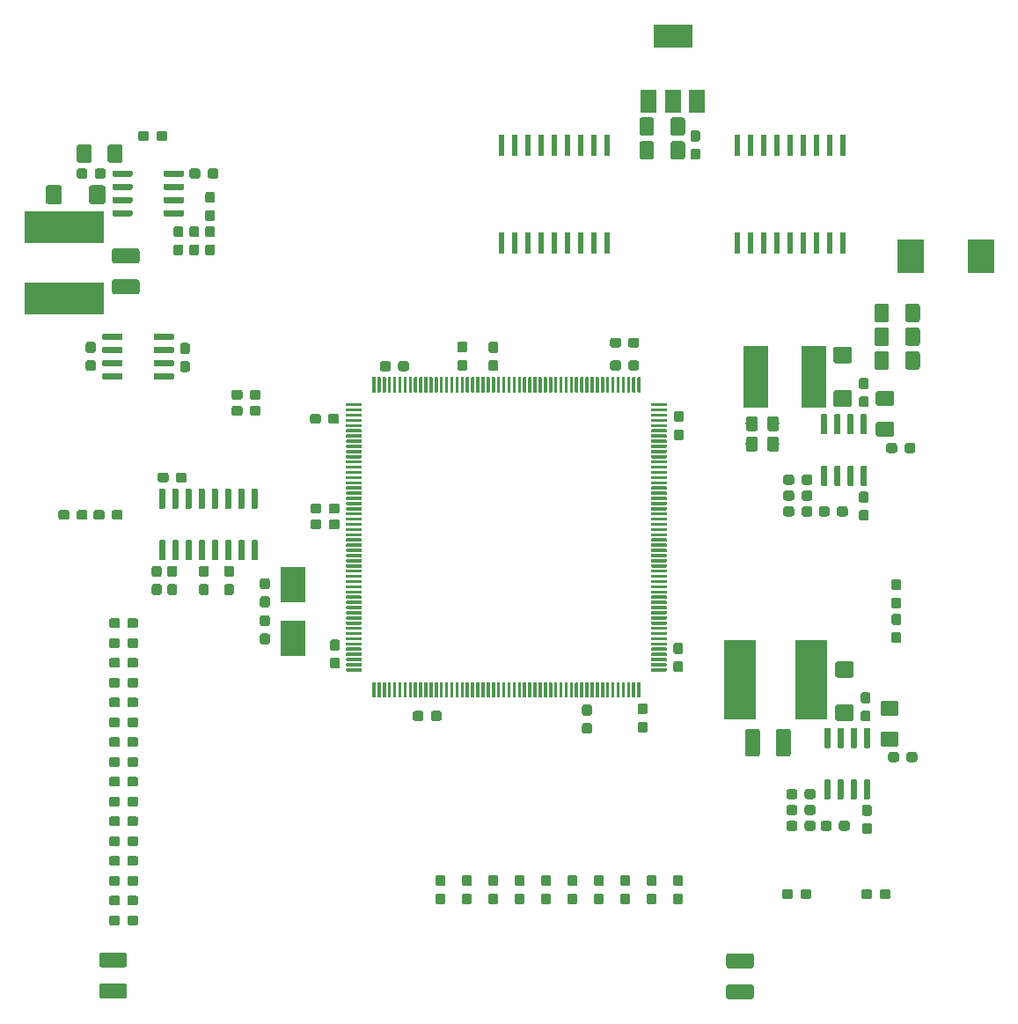
<source format=gtp>
G04 #@! TF.GenerationSoftware,KiCad,Pcbnew,5.1.4-e60b266~84~ubuntu18.04.1*
G04 #@! TF.CreationDate,2019-11-04T13:45:43-06:00*
G04 #@! TF.ProjectId,2056-LPC546xxJyyyBD208-breakout,32303536-2d4c-4504-9335-343678784a79,rev?*
G04 #@! TF.SameCoordinates,Original*
G04 #@! TF.FileFunction,Paste,Top*
G04 #@! TF.FilePolarity,Positive*
%FSLAX46Y46*%
G04 Gerber Fmt 4.6, Leading zero omitted, Abs format (unit mm)*
G04 Created by KiCad (PCBNEW 5.1.4-e60b266~84~ubuntu18.04.1) date 2019-11-04 13:45:43*
%MOMM*%
%LPD*%
G04 APERTURE LIST*
%ADD10C,0.100000*%
%ADD11C,0.950000*%
%ADD12C,1.425000*%
%ADD13C,1.150000*%
%ADD14R,7.700000X3.100000*%
%ADD15R,3.100000X7.700000*%
%ADD16C,0.300000*%
%ADD17R,0.600000X2.000000*%
%ADD18C,0.600000*%
%ADD19R,2.500000X3.300000*%
%ADD20R,2.400000X3.500000*%
%ADD21R,3.800000X2.200000*%
%ADD22R,1.500000X2.200000*%
%ADD23R,2.450000X5.900000*%
%ADD24C,1.575000*%
G04 APERTURE END LIST*
D10*
G36*
X120910779Y-135354744D02*
G01*
X120933834Y-135358163D01*
X120956443Y-135363827D01*
X120978387Y-135371679D01*
X120999457Y-135381644D01*
X121019448Y-135393626D01*
X121038168Y-135407510D01*
X121055438Y-135423162D01*
X121071090Y-135440432D01*
X121084974Y-135459152D01*
X121096956Y-135479143D01*
X121106921Y-135500213D01*
X121114773Y-135522157D01*
X121120437Y-135544766D01*
X121123856Y-135567821D01*
X121125000Y-135591100D01*
X121125000Y-136166100D01*
X121123856Y-136189379D01*
X121120437Y-136212434D01*
X121114773Y-136235043D01*
X121106921Y-136256987D01*
X121096956Y-136278057D01*
X121084974Y-136298048D01*
X121071090Y-136316768D01*
X121055438Y-136334038D01*
X121038168Y-136349690D01*
X121019448Y-136363574D01*
X120999457Y-136375556D01*
X120978387Y-136385521D01*
X120956443Y-136393373D01*
X120933834Y-136399037D01*
X120910779Y-136402456D01*
X120887500Y-136403600D01*
X120412500Y-136403600D01*
X120389221Y-136402456D01*
X120366166Y-136399037D01*
X120343557Y-136393373D01*
X120321613Y-136385521D01*
X120300543Y-136375556D01*
X120280552Y-136363574D01*
X120261832Y-136349690D01*
X120244562Y-136334038D01*
X120228910Y-136316768D01*
X120215026Y-136298048D01*
X120203044Y-136278057D01*
X120193079Y-136256987D01*
X120185227Y-136235043D01*
X120179563Y-136212434D01*
X120176144Y-136189379D01*
X120175000Y-136166100D01*
X120175000Y-135591100D01*
X120176144Y-135567821D01*
X120179563Y-135544766D01*
X120185227Y-135522157D01*
X120193079Y-135500213D01*
X120203044Y-135479143D01*
X120215026Y-135459152D01*
X120228910Y-135440432D01*
X120244562Y-135423162D01*
X120261832Y-135407510D01*
X120280552Y-135393626D01*
X120300543Y-135381644D01*
X120321613Y-135371679D01*
X120343557Y-135363827D01*
X120366166Y-135358163D01*
X120389221Y-135354744D01*
X120412500Y-135353600D01*
X120887500Y-135353600D01*
X120910779Y-135354744D01*
X120910779Y-135354744D01*
G37*
D11*
X120650000Y-135878600D03*
D10*
G36*
X120910779Y-137104744D02*
G01*
X120933834Y-137108163D01*
X120956443Y-137113827D01*
X120978387Y-137121679D01*
X120999457Y-137131644D01*
X121019448Y-137143626D01*
X121038168Y-137157510D01*
X121055438Y-137173162D01*
X121071090Y-137190432D01*
X121084974Y-137209152D01*
X121096956Y-137229143D01*
X121106921Y-137250213D01*
X121114773Y-137272157D01*
X121120437Y-137294766D01*
X121123856Y-137317821D01*
X121125000Y-137341100D01*
X121125000Y-137916100D01*
X121123856Y-137939379D01*
X121120437Y-137962434D01*
X121114773Y-137985043D01*
X121106921Y-138006987D01*
X121096956Y-138028057D01*
X121084974Y-138048048D01*
X121071090Y-138066768D01*
X121055438Y-138084038D01*
X121038168Y-138099690D01*
X121019448Y-138113574D01*
X120999457Y-138125556D01*
X120978387Y-138135521D01*
X120956443Y-138143373D01*
X120933834Y-138149037D01*
X120910779Y-138152456D01*
X120887500Y-138153600D01*
X120412500Y-138153600D01*
X120389221Y-138152456D01*
X120366166Y-138149037D01*
X120343557Y-138143373D01*
X120321613Y-138135521D01*
X120300543Y-138125556D01*
X120280552Y-138113574D01*
X120261832Y-138099690D01*
X120244562Y-138084038D01*
X120228910Y-138066768D01*
X120215026Y-138048048D01*
X120203044Y-138028057D01*
X120193079Y-138006987D01*
X120185227Y-137985043D01*
X120179563Y-137962434D01*
X120176144Y-137939379D01*
X120175000Y-137916100D01*
X120175000Y-137341100D01*
X120176144Y-137317821D01*
X120179563Y-137294766D01*
X120185227Y-137272157D01*
X120193079Y-137250213D01*
X120203044Y-137229143D01*
X120215026Y-137209152D01*
X120228910Y-137190432D01*
X120244562Y-137173162D01*
X120261832Y-137157510D01*
X120280552Y-137143626D01*
X120300543Y-137131644D01*
X120321613Y-137121679D01*
X120343557Y-137113827D01*
X120366166Y-137108163D01*
X120389221Y-137104744D01*
X120412500Y-137103600D01*
X120887500Y-137103600D01*
X120910779Y-137104744D01*
X120910779Y-137104744D01*
G37*
D11*
X120650000Y-137628600D03*
D10*
G36*
X123450779Y-135366144D02*
G01*
X123473834Y-135369563D01*
X123496443Y-135375227D01*
X123518387Y-135383079D01*
X123539457Y-135393044D01*
X123559448Y-135405026D01*
X123578168Y-135418910D01*
X123595438Y-135434562D01*
X123611090Y-135451832D01*
X123624974Y-135470552D01*
X123636956Y-135490543D01*
X123646921Y-135511613D01*
X123654773Y-135533557D01*
X123660437Y-135556166D01*
X123663856Y-135579221D01*
X123665000Y-135602500D01*
X123665000Y-136177500D01*
X123663856Y-136200779D01*
X123660437Y-136223834D01*
X123654773Y-136246443D01*
X123646921Y-136268387D01*
X123636956Y-136289457D01*
X123624974Y-136309448D01*
X123611090Y-136328168D01*
X123595438Y-136345438D01*
X123578168Y-136361090D01*
X123559448Y-136374974D01*
X123539457Y-136386956D01*
X123518387Y-136396921D01*
X123496443Y-136404773D01*
X123473834Y-136410437D01*
X123450779Y-136413856D01*
X123427500Y-136415000D01*
X122952500Y-136415000D01*
X122929221Y-136413856D01*
X122906166Y-136410437D01*
X122883557Y-136404773D01*
X122861613Y-136396921D01*
X122840543Y-136386956D01*
X122820552Y-136374974D01*
X122801832Y-136361090D01*
X122784562Y-136345438D01*
X122768910Y-136328168D01*
X122755026Y-136309448D01*
X122743044Y-136289457D01*
X122733079Y-136268387D01*
X122725227Y-136246443D01*
X122719563Y-136223834D01*
X122716144Y-136200779D01*
X122715000Y-136177500D01*
X122715000Y-135602500D01*
X122716144Y-135579221D01*
X122719563Y-135556166D01*
X122725227Y-135533557D01*
X122733079Y-135511613D01*
X122743044Y-135490543D01*
X122755026Y-135470552D01*
X122768910Y-135451832D01*
X122784562Y-135434562D01*
X122801832Y-135418910D01*
X122820552Y-135405026D01*
X122840543Y-135393044D01*
X122861613Y-135383079D01*
X122883557Y-135375227D01*
X122906166Y-135369563D01*
X122929221Y-135366144D01*
X122952500Y-135365000D01*
X123427500Y-135365000D01*
X123450779Y-135366144D01*
X123450779Y-135366144D01*
G37*
D11*
X123190000Y-135890000D03*
D10*
G36*
X123450779Y-137116144D02*
G01*
X123473834Y-137119563D01*
X123496443Y-137125227D01*
X123518387Y-137133079D01*
X123539457Y-137143044D01*
X123559448Y-137155026D01*
X123578168Y-137168910D01*
X123595438Y-137184562D01*
X123611090Y-137201832D01*
X123624974Y-137220552D01*
X123636956Y-137240543D01*
X123646921Y-137261613D01*
X123654773Y-137283557D01*
X123660437Y-137306166D01*
X123663856Y-137329221D01*
X123665000Y-137352500D01*
X123665000Y-137927500D01*
X123663856Y-137950779D01*
X123660437Y-137973834D01*
X123654773Y-137996443D01*
X123646921Y-138018387D01*
X123636956Y-138039457D01*
X123624974Y-138059448D01*
X123611090Y-138078168D01*
X123595438Y-138095438D01*
X123578168Y-138111090D01*
X123559448Y-138124974D01*
X123539457Y-138136956D01*
X123518387Y-138146921D01*
X123496443Y-138154773D01*
X123473834Y-138160437D01*
X123450779Y-138163856D01*
X123427500Y-138165000D01*
X122952500Y-138165000D01*
X122929221Y-138163856D01*
X122906166Y-138160437D01*
X122883557Y-138154773D01*
X122861613Y-138146921D01*
X122840543Y-138136956D01*
X122820552Y-138124974D01*
X122801832Y-138111090D01*
X122784562Y-138095438D01*
X122768910Y-138078168D01*
X122755026Y-138059448D01*
X122743044Y-138039457D01*
X122733079Y-138018387D01*
X122725227Y-137996443D01*
X122719563Y-137973834D01*
X122716144Y-137950779D01*
X122715000Y-137927500D01*
X122715000Y-137352500D01*
X122716144Y-137329221D01*
X122719563Y-137306166D01*
X122725227Y-137283557D01*
X122733079Y-137261613D01*
X122743044Y-137240543D01*
X122755026Y-137220552D01*
X122768910Y-137201832D01*
X122784562Y-137184562D01*
X122801832Y-137168910D01*
X122820552Y-137155026D01*
X122840543Y-137143044D01*
X122861613Y-137133079D01*
X122883557Y-137125227D01*
X122906166Y-137119563D01*
X122929221Y-137116144D01*
X122952500Y-137115000D01*
X123427500Y-137115000D01*
X123450779Y-137116144D01*
X123450779Y-137116144D01*
G37*
D11*
X123190000Y-137640000D03*
D10*
G36*
X125990779Y-135366144D02*
G01*
X126013834Y-135369563D01*
X126036443Y-135375227D01*
X126058387Y-135383079D01*
X126079457Y-135393044D01*
X126099448Y-135405026D01*
X126118168Y-135418910D01*
X126135438Y-135434562D01*
X126151090Y-135451832D01*
X126164974Y-135470552D01*
X126176956Y-135490543D01*
X126186921Y-135511613D01*
X126194773Y-135533557D01*
X126200437Y-135556166D01*
X126203856Y-135579221D01*
X126205000Y-135602500D01*
X126205000Y-136177500D01*
X126203856Y-136200779D01*
X126200437Y-136223834D01*
X126194773Y-136246443D01*
X126186921Y-136268387D01*
X126176956Y-136289457D01*
X126164974Y-136309448D01*
X126151090Y-136328168D01*
X126135438Y-136345438D01*
X126118168Y-136361090D01*
X126099448Y-136374974D01*
X126079457Y-136386956D01*
X126058387Y-136396921D01*
X126036443Y-136404773D01*
X126013834Y-136410437D01*
X125990779Y-136413856D01*
X125967500Y-136415000D01*
X125492500Y-136415000D01*
X125469221Y-136413856D01*
X125446166Y-136410437D01*
X125423557Y-136404773D01*
X125401613Y-136396921D01*
X125380543Y-136386956D01*
X125360552Y-136374974D01*
X125341832Y-136361090D01*
X125324562Y-136345438D01*
X125308910Y-136328168D01*
X125295026Y-136309448D01*
X125283044Y-136289457D01*
X125273079Y-136268387D01*
X125265227Y-136246443D01*
X125259563Y-136223834D01*
X125256144Y-136200779D01*
X125255000Y-136177500D01*
X125255000Y-135602500D01*
X125256144Y-135579221D01*
X125259563Y-135556166D01*
X125265227Y-135533557D01*
X125273079Y-135511613D01*
X125283044Y-135490543D01*
X125295026Y-135470552D01*
X125308910Y-135451832D01*
X125324562Y-135434562D01*
X125341832Y-135418910D01*
X125360552Y-135405026D01*
X125380543Y-135393044D01*
X125401613Y-135383079D01*
X125423557Y-135375227D01*
X125446166Y-135369563D01*
X125469221Y-135366144D01*
X125492500Y-135365000D01*
X125967500Y-135365000D01*
X125990779Y-135366144D01*
X125990779Y-135366144D01*
G37*
D11*
X125730000Y-135890000D03*
D10*
G36*
X125990779Y-137116144D02*
G01*
X126013834Y-137119563D01*
X126036443Y-137125227D01*
X126058387Y-137133079D01*
X126079457Y-137143044D01*
X126099448Y-137155026D01*
X126118168Y-137168910D01*
X126135438Y-137184562D01*
X126151090Y-137201832D01*
X126164974Y-137220552D01*
X126176956Y-137240543D01*
X126186921Y-137261613D01*
X126194773Y-137283557D01*
X126200437Y-137306166D01*
X126203856Y-137329221D01*
X126205000Y-137352500D01*
X126205000Y-137927500D01*
X126203856Y-137950779D01*
X126200437Y-137973834D01*
X126194773Y-137996443D01*
X126186921Y-138018387D01*
X126176956Y-138039457D01*
X126164974Y-138059448D01*
X126151090Y-138078168D01*
X126135438Y-138095438D01*
X126118168Y-138111090D01*
X126099448Y-138124974D01*
X126079457Y-138136956D01*
X126058387Y-138146921D01*
X126036443Y-138154773D01*
X126013834Y-138160437D01*
X125990779Y-138163856D01*
X125967500Y-138165000D01*
X125492500Y-138165000D01*
X125469221Y-138163856D01*
X125446166Y-138160437D01*
X125423557Y-138154773D01*
X125401613Y-138146921D01*
X125380543Y-138136956D01*
X125360552Y-138124974D01*
X125341832Y-138111090D01*
X125324562Y-138095438D01*
X125308910Y-138078168D01*
X125295026Y-138059448D01*
X125283044Y-138039457D01*
X125273079Y-138018387D01*
X125265227Y-137996443D01*
X125259563Y-137973834D01*
X125256144Y-137950779D01*
X125255000Y-137927500D01*
X125255000Y-137352500D01*
X125256144Y-137329221D01*
X125259563Y-137306166D01*
X125265227Y-137283557D01*
X125273079Y-137261613D01*
X125283044Y-137240543D01*
X125295026Y-137220552D01*
X125308910Y-137201832D01*
X125324562Y-137184562D01*
X125341832Y-137168910D01*
X125360552Y-137155026D01*
X125380543Y-137143044D01*
X125401613Y-137133079D01*
X125423557Y-137125227D01*
X125446166Y-137119563D01*
X125469221Y-137116144D01*
X125492500Y-137115000D01*
X125967500Y-137115000D01*
X125990779Y-137116144D01*
X125990779Y-137116144D01*
G37*
D11*
X125730000Y-137640000D03*
D10*
G36*
X128530779Y-135366144D02*
G01*
X128553834Y-135369563D01*
X128576443Y-135375227D01*
X128598387Y-135383079D01*
X128619457Y-135393044D01*
X128639448Y-135405026D01*
X128658168Y-135418910D01*
X128675438Y-135434562D01*
X128691090Y-135451832D01*
X128704974Y-135470552D01*
X128716956Y-135490543D01*
X128726921Y-135511613D01*
X128734773Y-135533557D01*
X128740437Y-135556166D01*
X128743856Y-135579221D01*
X128745000Y-135602500D01*
X128745000Y-136177500D01*
X128743856Y-136200779D01*
X128740437Y-136223834D01*
X128734773Y-136246443D01*
X128726921Y-136268387D01*
X128716956Y-136289457D01*
X128704974Y-136309448D01*
X128691090Y-136328168D01*
X128675438Y-136345438D01*
X128658168Y-136361090D01*
X128639448Y-136374974D01*
X128619457Y-136386956D01*
X128598387Y-136396921D01*
X128576443Y-136404773D01*
X128553834Y-136410437D01*
X128530779Y-136413856D01*
X128507500Y-136415000D01*
X128032500Y-136415000D01*
X128009221Y-136413856D01*
X127986166Y-136410437D01*
X127963557Y-136404773D01*
X127941613Y-136396921D01*
X127920543Y-136386956D01*
X127900552Y-136374974D01*
X127881832Y-136361090D01*
X127864562Y-136345438D01*
X127848910Y-136328168D01*
X127835026Y-136309448D01*
X127823044Y-136289457D01*
X127813079Y-136268387D01*
X127805227Y-136246443D01*
X127799563Y-136223834D01*
X127796144Y-136200779D01*
X127795000Y-136177500D01*
X127795000Y-135602500D01*
X127796144Y-135579221D01*
X127799563Y-135556166D01*
X127805227Y-135533557D01*
X127813079Y-135511613D01*
X127823044Y-135490543D01*
X127835026Y-135470552D01*
X127848910Y-135451832D01*
X127864562Y-135434562D01*
X127881832Y-135418910D01*
X127900552Y-135405026D01*
X127920543Y-135393044D01*
X127941613Y-135383079D01*
X127963557Y-135375227D01*
X127986166Y-135369563D01*
X128009221Y-135366144D01*
X128032500Y-135365000D01*
X128507500Y-135365000D01*
X128530779Y-135366144D01*
X128530779Y-135366144D01*
G37*
D11*
X128270000Y-135890000D03*
D10*
G36*
X128530779Y-137116144D02*
G01*
X128553834Y-137119563D01*
X128576443Y-137125227D01*
X128598387Y-137133079D01*
X128619457Y-137143044D01*
X128639448Y-137155026D01*
X128658168Y-137168910D01*
X128675438Y-137184562D01*
X128691090Y-137201832D01*
X128704974Y-137220552D01*
X128716956Y-137240543D01*
X128726921Y-137261613D01*
X128734773Y-137283557D01*
X128740437Y-137306166D01*
X128743856Y-137329221D01*
X128745000Y-137352500D01*
X128745000Y-137927500D01*
X128743856Y-137950779D01*
X128740437Y-137973834D01*
X128734773Y-137996443D01*
X128726921Y-138018387D01*
X128716956Y-138039457D01*
X128704974Y-138059448D01*
X128691090Y-138078168D01*
X128675438Y-138095438D01*
X128658168Y-138111090D01*
X128639448Y-138124974D01*
X128619457Y-138136956D01*
X128598387Y-138146921D01*
X128576443Y-138154773D01*
X128553834Y-138160437D01*
X128530779Y-138163856D01*
X128507500Y-138165000D01*
X128032500Y-138165000D01*
X128009221Y-138163856D01*
X127986166Y-138160437D01*
X127963557Y-138154773D01*
X127941613Y-138146921D01*
X127920543Y-138136956D01*
X127900552Y-138124974D01*
X127881832Y-138111090D01*
X127864562Y-138095438D01*
X127848910Y-138078168D01*
X127835026Y-138059448D01*
X127823044Y-138039457D01*
X127813079Y-138018387D01*
X127805227Y-137996443D01*
X127799563Y-137973834D01*
X127796144Y-137950779D01*
X127795000Y-137927500D01*
X127795000Y-137352500D01*
X127796144Y-137329221D01*
X127799563Y-137306166D01*
X127805227Y-137283557D01*
X127813079Y-137261613D01*
X127823044Y-137240543D01*
X127835026Y-137220552D01*
X127848910Y-137201832D01*
X127864562Y-137184562D01*
X127881832Y-137168910D01*
X127900552Y-137155026D01*
X127920543Y-137143044D01*
X127941613Y-137133079D01*
X127963557Y-137125227D01*
X127986166Y-137119563D01*
X128009221Y-137116144D01*
X128032500Y-137115000D01*
X128507500Y-137115000D01*
X128530779Y-137116144D01*
X128530779Y-137116144D01*
G37*
D11*
X128270000Y-137640000D03*
D10*
G36*
X131070779Y-135366144D02*
G01*
X131093834Y-135369563D01*
X131116443Y-135375227D01*
X131138387Y-135383079D01*
X131159457Y-135393044D01*
X131179448Y-135405026D01*
X131198168Y-135418910D01*
X131215438Y-135434562D01*
X131231090Y-135451832D01*
X131244974Y-135470552D01*
X131256956Y-135490543D01*
X131266921Y-135511613D01*
X131274773Y-135533557D01*
X131280437Y-135556166D01*
X131283856Y-135579221D01*
X131285000Y-135602500D01*
X131285000Y-136177500D01*
X131283856Y-136200779D01*
X131280437Y-136223834D01*
X131274773Y-136246443D01*
X131266921Y-136268387D01*
X131256956Y-136289457D01*
X131244974Y-136309448D01*
X131231090Y-136328168D01*
X131215438Y-136345438D01*
X131198168Y-136361090D01*
X131179448Y-136374974D01*
X131159457Y-136386956D01*
X131138387Y-136396921D01*
X131116443Y-136404773D01*
X131093834Y-136410437D01*
X131070779Y-136413856D01*
X131047500Y-136415000D01*
X130572500Y-136415000D01*
X130549221Y-136413856D01*
X130526166Y-136410437D01*
X130503557Y-136404773D01*
X130481613Y-136396921D01*
X130460543Y-136386956D01*
X130440552Y-136374974D01*
X130421832Y-136361090D01*
X130404562Y-136345438D01*
X130388910Y-136328168D01*
X130375026Y-136309448D01*
X130363044Y-136289457D01*
X130353079Y-136268387D01*
X130345227Y-136246443D01*
X130339563Y-136223834D01*
X130336144Y-136200779D01*
X130335000Y-136177500D01*
X130335000Y-135602500D01*
X130336144Y-135579221D01*
X130339563Y-135556166D01*
X130345227Y-135533557D01*
X130353079Y-135511613D01*
X130363044Y-135490543D01*
X130375026Y-135470552D01*
X130388910Y-135451832D01*
X130404562Y-135434562D01*
X130421832Y-135418910D01*
X130440552Y-135405026D01*
X130460543Y-135393044D01*
X130481613Y-135383079D01*
X130503557Y-135375227D01*
X130526166Y-135369563D01*
X130549221Y-135366144D01*
X130572500Y-135365000D01*
X131047500Y-135365000D01*
X131070779Y-135366144D01*
X131070779Y-135366144D01*
G37*
D11*
X130810000Y-135890000D03*
D10*
G36*
X131070779Y-137116144D02*
G01*
X131093834Y-137119563D01*
X131116443Y-137125227D01*
X131138387Y-137133079D01*
X131159457Y-137143044D01*
X131179448Y-137155026D01*
X131198168Y-137168910D01*
X131215438Y-137184562D01*
X131231090Y-137201832D01*
X131244974Y-137220552D01*
X131256956Y-137240543D01*
X131266921Y-137261613D01*
X131274773Y-137283557D01*
X131280437Y-137306166D01*
X131283856Y-137329221D01*
X131285000Y-137352500D01*
X131285000Y-137927500D01*
X131283856Y-137950779D01*
X131280437Y-137973834D01*
X131274773Y-137996443D01*
X131266921Y-138018387D01*
X131256956Y-138039457D01*
X131244974Y-138059448D01*
X131231090Y-138078168D01*
X131215438Y-138095438D01*
X131198168Y-138111090D01*
X131179448Y-138124974D01*
X131159457Y-138136956D01*
X131138387Y-138146921D01*
X131116443Y-138154773D01*
X131093834Y-138160437D01*
X131070779Y-138163856D01*
X131047500Y-138165000D01*
X130572500Y-138165000D01*
X130549221Y-138163856D01*
X130526166Y-138160437D01*
X130503557Y-138154773D01*
X130481613Y-138146921D01*
X130460543Y-138136956D01*
X130440552Y-138124974D01*
X130421832Y-138111090D01*
X130404562Y-138095438D01*
X130388910Y-138078168D01*
X130375026Y-138059448D01*
X130363044Y-138039457D01*
X130353079Y-138018387D01*
X130345227Y-137996443D01*
X130339563Y-137973834D01*
X130336144Y-137950779D01*
X130335000Y-137927500D01*
X130335000Y-137352500D01*
X130336144Y-137329221D01*
X130339563Y-137306166D01*
X130345227Y-137283557D01*
X130353079Y-137261613D01*
X130363044Y-137240543D01*
X130375026Y-137220552D01*
X130388910Y-137201832D01*
X130404562Y-137184562D01*
X130421832Y-137168910D01*
X130440552Y-137155026D01*
X130460543Y-137143044D01*
X130481613Y-137133079D01*
X130503557Y-137125227D01*
X130526166Y-137119563D01*
X130549221Y-137116144D01*
X130572500Y-137115000D01*
X131047500Y-137115000D01*
X131070779Y-137116144D01*
X131070779Y-137116144D01*
G37*
D11*
X130810000Y-137640000D03*
D10*
G36*
X133610779Y-135366144D02*
G01*
X133633834Y-135369563D01*
X133656443Y-135375227D01*
X133678387Y-135383079D01*
X133699457Y-135393044D01*
X133719448Y-135405026D01*
X133738168Y-135418910D01*
X133755438Y-135434562D01*
X133771090Y-135451832D01*
X133784974Y-135470552D01*
X133796956Y-135490543D01*
X133806921Y-135511613D01*
X133814773Y-135533557D01*
X133820437Y-135556166D01*
X133823856Y-135579221D01*
X133825000Y-135602500D01*
X133825000Y-136177500D01*
X133823856Y-136200779D01*
X133820437Y-136223834D01*
X133814773Y-136246443D01*
X133806921Y-136268387D01*
X133796956Y-136289457D01*
X133784974Y-136309448D01*
X133771090Y-136328168D01*
X133755438Y-136345438D01*
X133738168Y-136361090D01*
X133719448Y-136374974D01*
X133699457Y-136386956D01*
X133678387Y-136396921D01*
X133656443Y-136404773D01*
X133633834Y-136410437D01*
X133610779Y-136413856D01*
X133587500Y-136415000D01*
X133112500Y-136415000D01*
X133089221Y-136413856D01*
X133066166Y-136410437D01*
X133043557Y-136404773D01*
X133021613Y-136396921D01*
X133000543Y-136386956D01*
X132980552Y-136374974D01*
X132961832Y-136361090D01*
X132944562Y-136345438D01*
X132928910Y-136328168D01*
X132915026Y-136309448D01*
X132903044Y-136289457D01*
X132893079Y-136268387D01*
X132885227Y-136246443D01*
X132879563Y-136223834D01*
X132876144Y-136200779D01*
X132875000Y-136177500D01*
X132875000Y-135602500D01*
X132876144Y-135579221D01*
X132879563Y-135556166D01*
X132885227Y-135533557D01*
X132893079Y-135511613D01*
X132903044Y-135490543D01*
X132915026Y-135470552D01*
X132928910Y-135451832D01*
X132944562Y-135434562D01*
X132961832Y-135418910D01*
X132980552Y-135405026D01*
X133000543Y-135393044D01*
X133021613Y-135383079D01*
X133043557Y-135375227D01*
X133066166Y-135369563D01*
X133089221Y-135366144D01*
X133112500Y-135365000D01*
X133587500Y-135365000D01*
X133610779Y-135366144D01*
X133610779Y-135366144D01*
G37*
D11*
X133350000Y-135890000D03*
D10*
G36*
X133610779Y-137116144D02*
G01*
X133633834Y-137119563D01*
X133656443Y-137125227D01*
X133678387Y-137133079D01*
X133699457Y-137143044D01*
X133719448Y-137155026D01*
X133738168Y-137168910D01*
X133755438Y-137184562D01*
X133771090Y-137201832D01*
X133784974Y-137220552D01*
X133796956Y-137240543D01*
X133806921Y-137261613D01*
X133814773Y-137283557D01*
X133820437Y-137306166D01*
X133823856Y-137329221D01*
X133825000Y-137352500D01*
X133825000Y-137927500D01*
X133823856Y-137950779D01*
X133820437Y-137973834D01*
X133814773Y-137996443D01*
X133806921Y-138018387D01*
X133796956Y-138039457D01*
X133784974Y-138059448D01*
X133771090Y-138078168D01*
X133755438Y-138095438D01*
X133738168Y-138111090D01*
X133719448Y-138124974D01*
X133699457Y-138136956D01*
X133678387Y-138146921D01*
X133656443Y-138154773D01*
X133633834Y-138160437D01*
X133610779Y-138163856D01*
X133587500Y-138165000D01*
X133112500Y-138165000D01*
X133089221Y-138163856D01*
X133066166Y-138160437D01*
X133043557Y-138154773D01*
X133021613Y-138146921D01*
X133000543Y-138136956D01*
X132980552Y-138124974D01*
X132961832Y-138111090D01*
X132944562Y-138095438D01*
X132928910Y-138078168D01*
X132915026Y-138059448D01*
X132903044Y-138039457D01*
X132893079Y-138018387D01*
X132885227Y-137996443D01*
X132879563Y-137973834D01*
X132876144Y-137950779D01*
X132875000Y-137927500D01*
X132875000Y-137352500D01*
X132876144Y-137329221D01*
X132879563Y-137306166D01*
X132885227Y-137283557D01*
X132893079Y-137261613D01*
X132903044Y-137240543D01*
X132915026Y-137220552D01*
X132928910Y-137201832D01*
X132944562Y-137184562D01*
X132961832Y-137168910D01*
X132980552Y-137155026D01*
X133000543Y-137143044D01*
X133021613Y-137133079D01*
X133043557Y-137125227D01*
X133066166Y-137119563D01*
X133089221Y-137116144D01*
X133112500Y-137115000D01*
X133587500Y-137115000D01*
X133610779Y-137116144D01*
X133610779Y-137116144D01*
G37*
D11*
X133350000Y-137640000D03*
D10*
G36*
X136150779Y-135366144D02*
G01*
X136173834Y-135369563D01*
X136196443Y-135375227D01*
X136218387Y-135383079D01*
X136239457Y-135393044D01*
X136259448Y-135405026D01*
X136278168Y-135418910D01*
X136295438Y-135434562D01*
X136311090Y-135451832D01*
X136324974Y-135470552D01*
X136336956Y-135490543D01*
X136346921Y-135511613D01*
X136354773Y-135533557D01*
X136360437Y-135556166D01*
X136363856Y-135579221D01*
X136365000Y-135602500D01*
X136365000Y-136177500D01*
X136363856Y-136200779D01*
X136360437Y-136223834D01*
X136354773Y-136246443D01*
X136346921Y-136268387D01*
X136336956Y-136289457D01*
X136324974Y-136309448D01*
X136311090Y-136328168D01*
X136295438Y-136345438D01*
X136278168Y-136361090D01*
X136259448Y-136374974D01*
X136239457Y-136386956D01*
X136218387Y-136396921D01*
X136196443Y-136404773D01*
X136173834Y-136410437D01*
X136150779Y-136413856D01*
X136127500Y-136415000D01*
X135652500Y-136415000D01*
X135629221Y-136413856D01*
X135606166Y-136410437D01*
X135583557Y-136404773D01*
X135561613Y-136396921D01*
X135540543Y-136386956D01*
X135520552Y-136374974D01*
X135501832Y-136361090D01*
X135484562Y-136345438D01*
X135468910Y-136328168D01*
X135455026Y-136309448D01*
X135443044Y-136289457D01*
X135433079Y-136268387D01*
X135425227Y-136246443D01*
X135419563Y-136223834D01*
X135416144Y-136200779D01*
X135415000Y-136177500D01*
X135415000Y-135602500D01*
X135416144Y-135579221D01*
X135419563Y-135556166D01*
X135425227Y-135533557D01*
X135433079Y-135511613D01*
X135443044Y-135490543D01*
X135455026Y-135470552D01*
X135468910Y-135451832D01*
X135484562Y-135434562D01*
X135501832Y-135418910D01*
X135520552Y-135405026D01*
X135540543Y-135393044D01*
X135561613Y-135383079D01*
X135583557Y-135375227D01*
X135606166Y-135369563D01*
X135629221Y-135366144D01*
X135652500Y-135365000D01*
X136127500Y-135365000D01*
X136150779Y-135366144D01*
X136150779Y-135366144D01*
G37*
D11*
X135890000Y-135890000D03*
D10*
G36*
X136150779Y-137116144D02*
G01*
X136173834Y-137119563D01*
X136196443Y-137125227D01*
X136218387Y-137133079D01*
X136239457Y-137143044D01*
X136259448Y-137155026D01*
X136278168Y-137168910D01*
X136295438Y-137184562D01*
X136311090Y-137201832D01*
X136324974Y-137220552D01*
X136336956Y-137240543D01*
X136346921Y-137261613D01*
X136354773Y-137283557D01*
X136360437Y-137306166D01*
X136363856Y-137329221D01*
X136365000Y-137352500D01*
X136365000Y-137927500D01*
X136363856Y-137950779D01*
X136360437Y-137973834D01*
X136354773Y-137996443D01*
X136346921Y-138018387D01*
X136336956Y-138039457D01*
X136324974Y-138059448D01*
X136311090Y-138078168D01*
X136295438Y-138095438D01*
X136278168Y-138111090D01*
X136259448Y-138124974D01*
X136239457Y-138136956D01*
X136218387Y-138146921D01*
X136196443Y-138154773D01*
X136173834Y-138160437D01*
X136150779Y-138163856D01*
X136127500Y-138165000D01*
X135652500Y-138165000D01*
X135629221Y-138163856D01*
X135606166Y-138160437D01*
X135583557Y-138154773D01*
X135561613Y-138146921D01*
X135540543Y-138136956D01*
X135520552Y-138124974D01*
X135501832Y-138111090D01*
X135484562Y-138095438D01*
X135468910Y-138078168D01*
X135455026Y-138059448D01*
X135443044Y-138039457D01*
X135433079Y-138018387D01*
X135425227Y-137996443D01*
X135419563Y-137973834D01*
X135416144Y-137950779D01*
X135415000Y-137927500D01*
X135415000Y-137352500D01*
X135416144Y-137329221D01*
X135419563Y-137306166D01*
X135425227Y-137283557D01*
X135433079Y-137261613D01*
X135443044Y-137240543D01*
X135455026Y-137220552D01*
X135468910Y-137201832D01*
X135484562Y-137184562D01*
X135501832Y-137168910D01*
X135520552Y-137155026D01*
X135540543Y-137143044D01*
X135561613Y-137133079D01*
X135583557Y-137125227D01*
X135606166Y-137119563D01*
X135629221Y-137116144D01*
X135652500Y-137115000D01*
X136127500Y-137115000D01*
X136150779Y-137116144D01*
X136150779Y-137116144D01*
G37*
D11*
X135890000Y-137640000D03*
D10*
G36*
X138690779Y-135366144D02*
G01*
X138713834Y-135369563D01*
X138736443Y-135375227D01*
X138758387Y-135383079D01*
X138779457Y-135393044D01*
X138799448Y-135405026D01*
X138818168Y-135418910D01*
X138835438Y-135434562D01*
X138851090Y-135451832D01*
X138864974Y-135470552D01*
X138876956Y-135490543D01*
X138886921Y-135511613D01*
X138894773Y-135533557D01*
X138900437Y-135556166D01*
X138903856Y-135579221D01*
X138905000Y-135602500D01*
X138905000Y-136177500D01*
X138903856Y-136200779D01*
X138900437Y-136223834D01*
X138894773Y-136246443D01*
X138886921Y-136268387D01*
X138876956Y-136289457D01*
X138864974Y-136309448D01*
X138851090Y-136328168D01*
X138835438Y-136345438D01*
X138818168Y-136361090D01*
X138799448Y-136374974D01*
X138779457Y-136386956D01*
X138758387Y-136396921D01*
X138736443Y-136404773D01*
X138713834Y-136410437D01*
X138690779Y-136413856D01*
X138667500Y-136415000D01*
X138192500Y-136415000D01*
X138169221Y-136413856D01*
X138146166Y-136410437D01*
X138123557Y-136404773D01*
X138101613Y-136396921D01*
X138080543Y-136386956D01*
X138060552Y-136374974D01*
X138041832Y-136361090D01*
X138024562Y-136345438D01*
X138008910Y-136328168D01*
X137995026Y-136309448D01*
X137983044Y-136289457D01*
X137973079Y-136268387D01*
X137965227Y-136246443D01*
X137959563Y-136223834D01*
X137956144Y-136200779D01*
X137955000Y-136177500D01*
X137955000Y-135602500D01*
X137956144Y-135579221D01*
X137959563Y-135556166D01*
X137965227Y-135533557D01*
X137973079Y-135511613D01*
X137983044Y-135490543D01*
X137995026Y-135470552D01*
X138008910Y-135451832D01*
X138024562Y-135434562D01*
X138041832Y-135418910D01*
X138060552Y-135405026D01*
X138080543Y-135393044D01*
X138101613Y-135383079D01*
X138123557Y-135375227D01*
X138146166Y-135369563D01*
X138169221Y-135366144D01*
X138192500Y-135365000D01*
X138667500Y-135365000D01*
X138690779Y-135366144D01*
X138690779Y-135366144D01*
G37*
D11*
X138430000Y-135890000D03*
D10*
G36*
X138690779Y-137116144D02*
G01*
X138713834Y-137119563D01*
X138736443Y-137125227D01*
X138758387Y-137133079D01*
X138779457Y-137143044D01*
X138799448Y-137155026D01*
X138818168Y-137168910D01*
X138835438Y-137184562D01*
X138851090Y-137201832D01*
X138864974Y-137220552D01*
X138876956Y-137240543D01*
X138886921Y-137261613D01*
X138894773Y-137283557D01*
X138900437Y-137306166D01*
X138903856Y-137329221D01*
X138905000Y-137352500D01*
X138905000Y-137927500D01*
X138903856Y-137950779D01*
X138900437Y-137973834D01*
X138894773Y-137996443D01*
X138886921Y-138018387D01*
X138876956Y-138039457D01*
X138864974Y-138059448D01*
X138851090Y-138078168D01*
X138835438Y-138095438D01*
X138818168Y-138111090D01*
X138799448Y-138124974D01*
X138779457Y-138136956D01*
X138758387Y-138146921D01*
X138736443Y-138154773D01*
X138713834Y-138160437D01*
X138690779Y-138163856D01*
X138667500Y-138165000D01*
X138192500Y-138165000D01*
X138169221Y-138163856D01*
X138146166Y-138160437D01*
X138123557Y-138154773D01*
X138101613Y-138146921D01*
X138080543Y-138136956D01*
X138060552Y-138124974D01*
X138041832Y-138111090D01*
X138024562Y-138095438D01*
X138008910Y-138078168D01*
X137995026Y-138059448D01*
X137983044Y-138039457D01*
X137973079Y-138018387D01*
X137965227Y-137996443D01*
X137959563Y-137973834D01*
X137956144Y-137950779D01*
X137955000Y-137927500D01*
X137955000Y-137352500D01*
X137956144Y-137329221D01*
X137959563Y-137306166D01*
X137965227Y-137283557D01*
X137973079Y-137261613D01*
X137983044Y-137240543D01*
X137995026Y-137220552D01*
X138008910Y-137201832D01*
X138024562Y-137184562D01*
X138041832Y-137168910D01*
X138060552Y-137155026D01*
X138080543Y-137143044D01*
X138101613Y-137133079D01*
X138123557Y-137125227D01*
X138146166Y-137119563D01*
X138169221Y-137116144D01*
X138192500Y-137115000D01*
X138667500Y-137115000D01*
X138690779Y-137116144D01*
X138690779Y-137116144D01*
G37*
D11*
X138430000Y-137640000D03*
D10*
G36*
X141230779Y-135366144D02*
G01*
X141253834Y-135369563D01*
X141276443Y-135375227D01*
X141298387Y-135383079D01*
X141319457Y-135393044D01*
X141339448Y-135405026D01*
X141358168Y-135418910D01*
X141375438Y-135434562D01*
X141391090Y-135451832D01*
X141404974Y-135470552D01*
X141416956Y-135490543D01*
X141426921Y-135511613D01*
X141434773Y-135533557D01*
X141440437Y-135556166D01*
X141443856Y-135579221D01*
X141445000Y-135602500D01*
X141445000Y-136177500D01*
X141443856Y-136200779D01*
X141440437Y-136223834D01*
X141434773Y-136246443D01*
X141426921Y-136268387D01*
X141416956Y-136289457D01*
X141404974Y-136309448D01*
X141391090Y-136328168D01*
X141375438Y-136345438D01*
X141358168Y-136361090D01*
X141339448Y-136374974D01*
X141319457Y-136386956D01*
X141298387Y-136396921D01*
X141276443Y-136404773D01*
X141253834Y-136410437D01*
X141230779Y-136413856D01*
X141207500Y-136415000D01*
X140732500Y-136415000D01*
X140709221Y-136413856D01*
X140686166Y-136410437D01*
X140663557Y-136404773D01*
X140641613Y-136396921D01*
X140620543Y-136386956D01*
X140600552Y-136374974D01*
X140581832Y-136361090D01*
X140564562Y-136345438D01*
X140548910Y-136328168D01*
X140535026Y-136309448D01*
X140523044Y-136289457D01*
X140513079Y-136268387D01*
X140505227Y-136246443D01*
X140499563Y-136223834D01*
X140496144Y-136200779D01*
X140495000Y-136177500D01*
X140495000Y-135602500D01*
X140496144Y-135579221D01*
X140499563Y-135556166D01*
X140505227Y-135533557D01*
X140513079Y-135511613D01*
X140523044Y-135490543D01*
X140535026Y-135470552D01*
X140548910Y-135451832D01*
X140564562Y-135434562D01*
X140581832Y-135418910D01*
X140600552Y-135405026D01*
X140620543Y-135393044D01*
X140641613Y-135383079D01*
X140663557Y-135375227D01*
X140686166Y-135369563D01*
X140709221Y-135366144D01*
X140732500Y-135365000D01*
X141207500Y-135365000D01*
X141230779Y-135366144D01*
X141230779Y-135366144D01*
G37*
D11*
X140970000Y-135890000D03*
D10*
G36*
X141230779Y-137116144D02*
G01*
X141253834Y-137119563D01*
X141276443Y-137125227D01*
X141298387Y-137133079D01*
X141319457Y-137143044D01*
X141339448Y-137155026D01*
X141358168Y-137168910D01*
X141375438Y-137184562D01*
X141391090Y-137201832D01*
X141404974Y-137220552D01*
X141416956Y-137240543D01*
X141426921Y-137261613D01*
X141434773Y-137283557D01*
X141440437Y-137306166D01*
X141443856Y-137329221D01*
X141445000Y-137352500D01*
X141445000Y-137927500D01*
X141443856Y-137950779D01*
X141440437Y-137973834D01*
X141434773Y-137996443D01*
X141426921Y-138018387D01*
X141416956Y-138039457D01*
X141404974Y-138059448D01*
X141391090Y-138078168D01*
X141375438Y-138095438D01*
X141358168Y-138111090D01*
X141339448Y-138124974D01*
X141319457Y-138136956D01*
X141298387Y-138146921D01*
X141276443Y-138154773D01*
X141253834Y-138160437D01*
X141230779Y-138163856D01*
X141207500Y-138165000D01*
X140732500Y-138165000D01*
X140709221Y-138163856D01*
X140686166Y-138160437D01*
X140663557Y-138154773D01*
X140641613Y-138146921D01*
X140620543Y-138136956D01*
X140600552Y-138124974D01*
X140581832Y-138111090D01*
X140564562Y-138095438D01*
X140548910Y-138078168D01*
X140535026Y-138059448D01*
X140523044Y-138039457D01*
X140513079Y-138018387D01*
X140505227Y-137996443D01*
X140499563Y-137973834D01*
X140496144Y-137950779D01*
X140495000Y-137927500D01*
X140495000Y-137352500D01*
X140496144Y-137329221D01*
X140499563Y-137306166D01*
X140505227Y-137283557D01*
X140513079Y-137261613D01*
X140523044Y-137240543D01*
X140535026Y-137220552D01*
X140548910Y-137201832D01*
X140564562Y-137184562D01*
X140581832Y-137168910D01*
X140600552Y-137155026D01*
X140620543Y-137143044D01*
X140641613Y-137133079D01*
X140663557Y-137125227D01*
X140686166Y-137119563D01*
X140709221Y-137116144D01*
X140732500Y-137115000D01*
X141207500Y-137115000D01*
X141230779Y-137116144D01*
X141230779Y-137116144D01*
G37*
D11*
X140970000Y-137640000D03*
D10*
G36*
X143770779Y-135366144D02*
G01*
X143793834Y-135369563D01*
X143816443Y-135375227D01*
X143838387Y-135383079D01*
X143859457Y-135393044D01*
X143879448Y-135405026D01*
X143898168Y-135418910D01*
X143915438Y-135434562D01*
X143931090Y-135451832D01*
X143944974Y-135470552D01*
X143956956Y-135490543D01*
X143966921Y-135511613D01*
X143974773Y-135533557D01*
X143980437Y-135556166D01*
X143983856Y-135579221D01*
X143985000Y-135602500D01*
X143985000Y-136177500D01*
X143983856Y-136200779D01*
X143980437Y-136223834D01*
X143974773Y-136246443D01*
X143966921Y-136268387D01*
X143956956Y-136289457D01*
X143944974Y-136309448D01*
X143931090Y-136328168D01*
X143915438Y-136345438D01*
X143898168Y-136361090D01*
X143879448Y-136374974D01*
X143859457Y-136386956D01*
X143838387Y-136396921D01*
X143816443Y-136404773D01*
X143793834Y-136410437D01*
X143770779Y-136413856D01*
X143747500Y-136415000D01*
X143272500Y-136415000D01*
X143249221Y-136413856D01*
X143226166Y-136410437D01*
X143203557Y-136404773D01*
X143181613Y-136396921D01*
X143160543Y-136386956D01*
X143140552Y-136374974D01*
X143121832Y-136361090D01*
X143104562Y-136345438D01*
X143088910Y-136328168D01*
X143075026Y-136309448D01*
X143063044Y-136289457D01*
X143053079Y-136268387D01*
X143045227Y-136246443D01*
X143039563Y-136223834D01*
X143036144Y-136200779D01*
X143035000Y-136177500D01*
X143035000Y-135602500D01*
X143036144Y-135579221D01*
X143039563Y-135556166D01*
X143045227Y-135533557D01*
X143053079Y-135511613D01*
X143063044Y-135490543D01*
X143075026Y-135470552D01*
X143088910Y-135451832D01*
X143104562Y-135434562D01*
X143121832Y-135418910D01*
X143140552Y-135405026D01*
X143160543Y-135393044D01*
X143181613Y-135383079D01*
X143203557Y-135375227D01*
X143226166Y-135369563D01*
X143249221Y-135366144D01*
X143272500Y-135365000D01*
X143747500Y-135365000D01*
X143770779Y-135366144D01*
X143770779Y-135366144D01*
G37*
D11*
X143510000Y-135890000D03*
D10*
G36*
X143770779Y-137116144D02*
G01*
X143793834Y-137119563D01*
X143816443Y-137125227D01*
X143838387Y-137133079D01*
X143859457Y-137143044D01*
X143879448Y-137155026D01*
X143898168Y-137168910D01*
X143915438Y-137184562D01*
X143931090Y-137201832D01*
X143944974Y-137220552D01*
X143956956Y-137240543D01*
X143966921Y-137261613D01*
X143974773Y-137283557D01*
X143980437Y-137306166D01*
X143983856Y-137329221D01*
X143985000Y-137352500D01*
X143985000Y-137927500D01*
X143983856Y-137950779D01*
X143980437Y-137973834D01*
X143974773Y-137996443D01*
X143966921Y-138018387D01*
X143956956Y-138039457D01*
X143944974Y-138059448D01*
X143931090Y-138078168D01*
X143915438Y-138095438D01*
X143898168Y-138111090D01*
X143879448Y-138124974D01*
X143859457Y-138136956D01*
X143838387Y-138146921D01*
X143816443Y-138154773D01*
X143793834Y-138160437D01*
X143770779Y-138163856D01*
X143747500Y-138165000D01*
X143272500Y-138165000D01*
X143249221Y-138163856D01*
X143226166Y-138160437D01*
X143203557Y-138154773D01*
X143181613Y-138146921D01*
X143160543Y-138136956D01*
X143140552Y-138124974D01*
X143121832Y-138111090D01*
X143104562Y-138095438D01*
X143088910Y-138078168D01*
X143075026Y-138059448D01*
X143063044Y-138039457D01*
X143053079Y-138018387D01*
X143045227Y-137996443D01*
X143039563Y-137973834D01*
X143036144Y-137950779D01*
X143035000Y-137927500D01*
X143035000Y-137352500D01*
X143036144Y-137329221D01*
X143039563Y-137306166D01*
X143045227Y-137283557D01*
X143053079Y-137261613D01*
X143063044Y-137240543D01*
X143075026Y-137220552D01*
X143088910Y-137201832D01*
X143104562Y-137184562D01*
X143121832Y-137168910D01*
X143140552Y-137155026D01*
X143160543Y-137143044D01*
X143181613Y-137133079D01*
X143203557Y-137125227D01*
X143226166Y-137119563D01*
X143249221Y-137116144D01*
X143272500Y-137115000D01*
X143747500Y-137115000D01*
X143770779Y-137116144D01*
X143770779Y-137116144D01*
G37*
D11*
X143510000Y-137640000D03*
D10*
G36*
X163591504Y-84978204D02*
G01*
X163615773Y-84981804D01*
X163639571Y-84987765D01*
X163662671Y-84996030D01*
X163684849Y-85006520D01*
X163705893Y-85019133D01*
X163725598Y-85033747D01*
X163743777Y-85050223D01*
X163760253Y-85068402D01*
X163774867Y-85088107D01*
X163787480Y-85109151D01*
X163797970Y-85131329D01*
X163806235Y-85154429D01*
X163812196Y-85178227D01*
X163815796Y-85202496D01*
X163817000Y-85227000D01*
X163817000Y-86477000D01*
X163815796Y-86501504D01*
X163812196Y-86525773D01*
X163806235Y-86549571D01*
X163797970Y-86572671D01*
X163787480Y-86594849D01*
X163774867Y-86615893D01*
X163760253Y-86635598D01*
X163743777Y-86653777D01*
X163725598Y-86670253D01*
X163705893Y-86684867D01*
X163684849Y-86697480D01*
X163662671Y-86707970D01*
X163639571Y-86716235D01*
X163615773Y-86722196D01*
X163591504Y-86725796D01*
X163567000Y-86727000D01*
X162642000Y-86727000D01*
X162617496Y-86725796D01*
X162593227Y-86722196D01*
X162569429Y-86716235D01*
X162546329Y-86707970D01*
X162524151Y-86697480D01*
X162503107Y-86684867D01*
X162483402Y-86670253D01*
X162465223Y-86653777D01*
X162448747Y-86635598D01*
X162434133Y-86615893D01*
X162421520Y-86594849D01*
X162411030Y-86572671D01*
X162402765Y-86549571D01*
X162396804Y-86525773D01*
X162393204Y-86501504D01*
X162392000Y-86477000D01*
X162392000Y-85227000D01*
X162393204Y-85202496D01*
X162396804Y-85178227D01*
X162402765Y-85154429D01*
X162411030Y-85131329D01*
X162421520Y-85109151D01*
X162434133Y-85088107D01*
X162448747Y-85068402D01*
X162465223Y-85050223D01*
X162483402Y-85033747D01*
X162503107Y-85019133D01*
X162524151Y-85006520D01*
X162546329Y-84996030D01*
X162569429Y-84987765D01*
X162593227Y-84981804D01*
X162617496Y-84978204D01*
X162642000Y-84977000D01*
X163567000Y-84977000D01*
X163591504Y-84978204D01*
X163591504Y-84978204D01*
G37*
D12*
X163104500Y-85852000D03*
D10*
G36*
X166566504Y-84978204D02*
G01*
X166590773Y-84981804D01*
X166614571Y-84987765D01*
X166637671Y-84996030D01*
X166659849Y-85006520D01*
X166680893Y-85019133D01*
X166700598Y-85033747D01*
X166718777Y-85050223D01*
X166735253Y-85068402D01*
X166749867Y-85088107D01*
X166762480Y-85109151D01*
X166772970Y-85131329D01*
X166781235Y-85154429D01*
X166787196Y-85178227D01*
X166790796Y-85202496D01*
X166792000Y-85227000D01*
X166792000Y-86477000D01*
X166790796Y-86501504D01*
X166787196Y-86525773D01*
X166781235Y-86549571D01*
X166772970Y-86572671D01*
X166762480Y-86594849D01*
X166749867Y-86615893D01*
X166735253Y-86635598D01*
X166718777Y-86653777D01*
X166700598Y-86670253D01*
X166680893Y-86684867D01*
X166659849Y-86697480D01*
X166637671Y-86707970D01*
X166614571Y-86716235D01*
X166590773Y-86722196D01*
X166566504Y-86725796D01*
X166542000Y-86727000D01*
X165617000Y-86727000D01*
X165592496Y-86725796D01*
X165568227Y-86722196D01*
X165544429Y-86716235D01*
X165521329Y-86707970D01*
X165499151Y-86697480D01*
X165478107Y-86684867D01*
X165458402Y-86670253D01*
X165440223Y-86653777D01*
X165423747Y-86635598D01*
X165409133Y-86615893D01*
X165396520Y-86594849D01*
X165386030Y-86572671D01*
X165377765Y-86549571D01*
X165371804Y-86525773D01*
X165368204Y-86501504D01*
X165367000Y-86477000D01*
X165367000Y-85227000D01*
X165368204Y-85202496D01*
X165371804Y-85178227D01*
X165377765Y-85154429D01*
X165386030Y-85131329D01*
X165396520Y-85109151D01*
X165409133Y-85088107D01*
X165423747Y-85068402D01*
X165440223Y-85050223D01*
X165458402Y-85033747D01*
X165478107Y-85019133D01*
X165499151Y-85006520D01*
X165521329Y-84996030D01*
X165544429Y-84987765D01*
X165568227Y-84981804D01*
X165592496Y-84978204D01*
X165617000Y-84977000D01*
X166542000Y-84977000D01*
X166566504Y-84978204D01*
X166566504Y-84978204D01*
G37*
D12*
X166079500Y-85852000D03*
D10*
G36*
X163591504Y-80406204D02*
G01*
X163615773Y-80409804D01*
X163639571Y-80415765D01*
X163662671Y-80424030D01*
X163684849Y-80434520D01*
X163705893Y-80447133D01*
X163725598Y-80461747D01*
X163743777Y-80478223D01*
X163760253Y-80496402D01*
X163774867Y-80516107D01*
X163787480Y-80537151D01*
X163797970Y-80559329D01*
X163806235Y-80582429D01*
X163812196Y-80606227D01*
X163815796Y-80630496D01*
X163817000Y-80655000D01*
X163817000Y-81905000D01*
X163815796Y-81929504D01*
X163812196Y-81953773D01*
X163806235Y-81977571D01*
X163797970Y-82000671D01*
X163787480Y-82022849D01*
X163774867Y-82043893D01*
X163760253Y-82063598D01*
X163743777Y-82081777D01*
X163725598Y-82098253D01*
X163705893Y-82112867D01*
X163684849Y-82125480D01*
X163662671Y-82135970D01*
X163639571Y-82144235D01*
X163615773Y-82150196D01*
X163591504Y-82153796D01*
X163567000Y-82155000D01*
X162642000Y-82155000D01*
X162617496Y-82153796D01*
X162593227Y-82150196D01*
X162569429Y-82144235D01*
X162546329Y-82135970D01*
X162524151Y-82125480D01*
X162503107Y-82112867D01*
X162483402Y-82098253D01*
X162465223Y-82081777D01*
X162448747Y-82063598D01*
X162434133Y-82043893D01*
X162421520Y-82022849D01*
X162411030Y-82000671D01*
X162402765Y-81977571D01*
X162396804Y-81953773D01*
X162393204Y-81929504D01*
X162392000Y-81905000D01*
X162392000Y-80655000D01*
X162393204Y-80630496D01*
X162396804Y-80606227D01*
X162402765Y-80582429D01*
X162411030Y-80559329D01*
X162421520Y-80537151D01*
X162434133Y-80516107D01*
X162448747Y-80496402D01*
X162465223Y-80478223D01*
X162483402Y-80461747D01*
X162503107Y-80447133D01*
X162524151Y-80434520D01*
X162546329Y-80424030D01*
X162569429Y-80415765D01*
X162593227Y-80409804D01*
X162617496Y-80406204D01*
X162642000Y-80405000D01*
X163567000Y-80405000D01*
X163591504Y-80406204D01*
X163591504Y-80406204D01*
G37*
D12*
X163104500Y-81280000D03*
D10*
G36*
X166566504Y-80406204D02*
G01*
X166590773Y-80409804D01*
X166614571Y-80415765D01*
X166637671Y-80424030D01*
X166659849Y-80434520D01*
X166680893Y-80447133D01*
X166700598Y-80461747D01*
X166718777Y-80478223D01*
X166735253Y-80496402D01*
X166749867Y-80516107D01*
X166762480Y-80537151D01*
X166772970Y-80559329D01*
X166781235Y-80582429D01*
X166787196Y-80606227D01*
X166790796Y-80630496D01*
X166792000Y-80655000D01*
X166792000Y-81905000D01*
X166790796Y-81929504D01*
X166787196Y-81953773D01*
X166781235Y-81977571D01*
X166772970Y-82000671D01*
X166762480Y-82022849D01*
X166749867Y-82043893D01*
X166735253Y-82063598D01*
X166718777Y-82081777D01*
X166700598Y-82098253D01*
X166680893Y-82112867D01*
X166659849Y-82125480D01*
X166637671Y-82135970D01*
X166614571Y-82144235D01*
X166590773Y-82150196D01*
X166566504Y-82153796D01*
X166542000Y-82155000D01*
X165617000Y-82155000D01*
X165592496Y-82153796D01*
X165568227Y-82150196D01*
X165544429Y-82144235D01*
X165521329Y-82135970D01*
X165499151Y-82125480D01*
X165478107Y-82112867D01*
X165458402Y-82098253D01*
X165440223Y-82081777D01*
X165423747Y-82063598D01*
X165409133Y-82043893D01*
X165396520Y-82022849D01*
X165386030Y-82000671D01*
X165377765Y-81977571D01*
X165371804Y-81953773D01*
X165368204Y-81929504D01*
X165367000Y-81905000D01*
X165367000Y-80655000D01*
X165368204Y-80630496D01*
X165371804Y-80606227D01*
X165377765Y-80582429D01*
X165386030Y-80559329D01*
X165396520Y-80537151D01*
X165409133Y-80516107D01*
X165423747Y-80496402D01*
X165440223Y-80478223D01*
X165458402Y-80461747D01*
X165478107Y-80447133D01*
X165499151Y-80434520D01*
X165521329Y-80424030D01*
X165544429Y-80415765D01*
X165568227Y-80409804D01*
X165592496Y-80406204D01*
X165617000Y-80405000D01*
X166542000Y-80405000D01*
X166566504Y-80406204D01*
X166566504Y-80406204D01*
G37*
D12*
X166079500Y-81280000D03*
D10*
G36*
X163591504Y-82692204D02*
G01*
X163615773Y-82695804D01*
X163639571Y-82701765D01*
X163662671Y-82710030D01*
X163684849Y-82720520D01*
X163705893Y-82733133D01*
X163725598Y-82747747D01*
X163743777Y-82764223D01*
X163760253Y-82782402D01*
X163774867Y-82802107D01*
X163787480Y-82823151D01*
X163797970Y-82845329D01*
X163806235Y-82868429D01*
X163812196Y-82892227D01*
X163815796Y-82916496D01*
X163817000Y-82941000D01*
X163817000Y-84191000D01*
X163815796Y-84215504D01*
X163812196Y-84239773D01*
X163806235Y-84263571D01*
X163797970Y-84286671D01*
X163787480Y-84308849D01*
X163774867Y-84329893D01*
X163760253Y-84349598D01*
X163743777Y-84367777D01*
X163725598Y-84384253D01*
X163705893Y-84398867D01*
X163684849Y-84411480D01*
X163662671Y-84421970D01*
X163639571Y-84430235D01*
X163615773Y-84436196D01*
X163591504Y-84439796D01*
X163567000Y-84441000D01*
X162642000Y-84441000D01*
X162617496Y-84439796D01*
X162593227Y-84436196D01*
X162569429Y-84430235D01*
X162546329Y-84421970D01*
X162524151Y-84411480D01*
X162503107Y-84398867D01*
X162483402Y-84384253D01*
X162465223Y-84367777D01*
X162448747Y-84349598D01*
X162434133Y-84329893D01*
X162421520Y-84308849D01*
X162411030Y-84286671D01*
X162402765Y-84263571D01*
X162396804Y-84239773D01*
X162393204Y-84215504D01*
X162392000Y-84191000D01*
X162392000Y-82941000D01*
X162393204Y-82916496D01*
X162396804Y-82892227D01*
X162402765Y-82868429D01*
X162411030Y-82845329D01*
X162421520Y-82823151D01*
X162434133Y-82802107D01*
X162448747Y-82782402D01*
X162465223Y-82764223D01*
X162483402Y-82747747D01*
X162503107Y-82733133D01*
X162524151Y-82720520D01*
X162546329Y-82710030D01*
X162569429Y-82701765D01*
X162593227Y-82695804D01*
X162617496Y-82692204D01*
X162642000Y-82691000D01*
X163567000Y-82691000D01*
X163591504Y-82692204D01*
X163591504Y-82692204D01*
G37*
D12*
X163104500Y-83566000D03*
D10*
G36*
X166566504Y-82692204D02*
G01*
X166590773Y-82695804D01*
X166614571Y-82701765D01*
X166637671Y-82710030D01*
X166659849Y-82720520D01*
X166680893Y-82733133D01*
X166700598Y-82747747D01*
X166718777Y-82764223D01*
X166735253Y-82782402D01*
X166749867Y-82802107D01*
X166762480Y-82823151D01*
X166772970Y-82845329D01*
X166781235Y-82868429D01*
X166787196Y-82892227D01*
X166790796Y-82916496D01*
X166792000Y-82941000D01*
X166792000Y-84191000D01*
X166790796Y-84215504D01*
X166787196Y-84239773D01*
X166781235Y-84263571D01*
X166772970Y-84286671D01*
X166762480Y-84308849D01*
X166749867Y-84329893D01*
X166735253Y-84349598D01*
X166718777Y-84367777D01*
X166700598Y-84384253D01*
X166680893Y-84398867D01*
X166659849Y-84411480D01*
X166637671Y-84421970D01*
X166614571Y-84430235D01*
X166590773Y-84436196D01*
X166566504Y-84439796D01*
X166542000Y-84441000D01*
X165617000Y-84441000D01*
X165592496Y-84439796D01*
X165568227Y-84436196D01*
X165544429Y-84430235D01*
X165521329Y-84421970D01*
X165499151Y-84411480D01*
X165478107Y-84398867D01*
X165458402Y-84384253D01*
X165440223Y-84367777D01*
X165423747Y-84349598D01*
X165409133Y-84329893D01*
X165396520Y-84308849D01*
X165386030Y-84286671D01*
X165377765Y-84263571D01*
X165371804Y-84239773D01*
X165368204Y-84215504D01*
X165367000Y-84191000D01*
X165367000Y-82941000D01*
X165368204Y-82916496D01*
X165371804Y-82892227D01*
X165377765Y-82868429D01*
X165386030Y-82845329D01*
X165396520Y-82823151D01*
X165409133Y-82802107D01*
X165423747Y-82782402D01*
X165440223Y-82764223D01*
X165458402Y-82747747D01*
X165478107Y-82733133D01*
X165499151Y-82720520D01*
X165521329Y-82710030D01*
X165544429Y-82701765D01*
X165568227Y-82695804D01*
X165592496Y-82692204D01*
X165617000Y-82691000D01*
X166542000Y-82691000D01*
X166566504Y-82692204D01*
X166566504Y-82692204D01*
G37*
D12*
X166079500Y-83566000D03*
D10*
G36*
X153012505Y-93205004D02*
G01*
X153036773Y-93208604D01*
X153060572Y-93214565D01*
X153083671Y-93222830D01*
X153105850Y-93233320D01*
X153126893Y-93245932D01*
X153146599Y-93260547D01*
X153164777Y-93277023D01*
X153181253Y-93295201D01*
X153195868Y-93314907D01*
X153208480Y-93335950D01*
X153218970Y-93358129D01*
X153227235Y-93381228D01*
X153233196Y-93405027D01*
X153236796Y-93429295D01*
X153238000Y-93453799D01*
X153238000Y-94353801D01*
X153236796Y-94378305D01*
X153233196Y-94402573D01*
X153227235Y-94426372D01*
X153218970Y-94449471D01*
X153208480Y-94471650D01*
X153195868Y-94492693D01*
X153181253Y-94512399D01*
X153164777Y-94530577D01*
X153146599Y-94547053D01*
X153126893Y-94561668D01*
X153105850Y-94574280D01*
X153083671Y-94584770D01*
X153060572Y-94593035D01*
X153036773Y-94598996D01*
X153012505Y-94602596D01*
X152988001Y-94603800D01*
X152337999Y-94603800D01*
X152313495Y-94602596D01*
X152289227Y-94598996D01*
X152265428Y-94593035D01*
X152242329Y-94584770D01*
X152220150Y-94574280D01*
X152199107Y-94561668D01*
X152179401Y-94547053D01*
X152161223Y-94530577D01*
X152144747Y-94512399D01*
X152130132Y-94492693D01*
X152117520Y-94471650D01*
X152107030Y-94449471D01*
X152098765Y-94426372D01*
X152092804Y-94402573D01*
X152089204Y-94378305D01*
X152088000Y-94353801D01*
X152088000Y-93453799D01*
X152089204Y-93429295D01*
X152092804Y-93405027D01*
X152098765Y-93381228D01*
X152107030Y-93358129D01*
X152117520Y-93335950D01*
X152130132Y-93314907D01*
X152144747Y-93295201D01*
X152161223Y-93277023D01*
X152179401Y-93260547D01*
X152199107Y-93245932D01*
X152220150Y-93233320D01*
X152242329Y-93222830D01*
X152265428Y-93214565D01*
X152289227Y-93208604D01*
X152313495Y-93205004D01*
X152337999Y-93203800D01*
X152988001Y-93203800D01*
X153012505Y-93205004D01*
X153012505Y-93205004D01*
G37*
D13*
X152663000Y-93903800D03*
D10*
G36*
X150962505Y-93205004D02*
G01*
X150986773Y-93208604D01*
X151010572Y-93214565D01*
X151033671Y-93222830D01*
X151055850Y-93233320D01*
X151076893Y-93245932D01*
X151096599Y-93260547D01*
X151114777Y-93277023D01*
X151131253Y-93295201D01*
X151145868Y-93314907D01*
X151158480Y-93335950D01*
X151168970Y-93358129D01*
X151177235Y-93381228D01*
X151183196Y-93405027D01*
X151186796Y-93429295D01*
X151188000Y-93453799D01*
X151188000Y-94353801D01*
X151186796Y-94378305D01*
X151183196Y-94402573D01*
X151177235Y-94426372D01*
X151168970Y-94449471D01*
X151158480Y-94471650D01*
X151145868Y-94492693D01*
X151131253Y-94512399D01*
X151114777Y-94530577D01*
X151096599Y-94547053D01*
X151076893Y-94561668D01*
X151055850Y-94574280D01*
X151033671Y-94584770D01*
X151010572Y-94593035D01*
X150986773Y-94598996D01*
X150962505Y-94602596D01*
X150938001Y-94603800D01*
X150287999Y-94603800D01*
X150263495Y-94602596D01*
X150239227Y-94598996D01*
X150215428Y-94593035D01*
X150192329Y-94584770D01*
X150170150Y-94574280D01*
X150149107Y-94561668D01*
X150129401Y-94547053D01*
X150111223Y-94530577D01*
X150094747Y-94512399D01*
X150080132Y-94492693D01*
X150067520Y-94471650D01*
X150057030Y-94449471D01*
X150048765Y-94426372D01*
X150042804Y-94402573D01*
X150039204Y-94378305D01*
X150038000Y-94353801D01*
X150038000Y-93453799D01*
X150039204Y-93429295D01*
X150042804Y-93405027D01*
X150048765Y-93381228D01*
X150057030Y-93358129D01*
X150067520Y-93335950D01*
X150080132Y-93314907D01*
X150094747Y-93295201D01*
X150111223Y-93277023D01*
X150129401Y-93260547D01*
X150149107Y-93245932D01*
X150170150Y-93233320D01*
X150192329Y-93222830D01*
X150215428Y-93214565D01*
X150239227Y-93208604D01*
X150263495Y-93205004D01*
X150287999Y-93203800D01*
X150938001Y-93203800D01*
X150962505Y-93205004D01*
X150962505Y-93205004D01*
G37*
D13*
X150613000Y-93903800D03*
D10*
G36*
X153012505Y-91249204D02*
G01*
X153036773Y-91252804D01*
X153060572Y-91258765D01*
X153083671Y-91267030D01*
X153105850Y-91277520D01*
X153126893Y-91290132D01*
X153146599Y-91304747D01*
X153164777Y-91321223D01*
X153181253Y-91339401D01*
X153195868Y-91359107D01*
X153208480Y-91380150D01*
X153218970Y-91402329D01*
X153227235Y-91425428D01*
X153233196Y-91449227D01*
X153236796Y-91473495D01*
X153238000Y-91497999D01*
X153238000Y-92398001D01*
X153236796Y-92422505D01*
X153233196Y-92446773D01*
X153227235Y-92470572D01*
X153218970Y-92493671D01*
X153208480Y-92515850D01*
X153195868Y-92536893D01*
X153181253Y-92556599D01*
X153164777Y-92574777D01*
X153146599Y-92591253D01*
X153126893Y-92605868D01*
X153105850Y-92618480D01*
X153083671Y-92628970D01*
X153060572Y-92637235D01*
X153036773Y-92643196D01*
X153012505Y-92646796D01*
X152988001Y-92648000D01*
X152337999Y-92648000D01*
X152313495Y-92646796D01*
X152289227Y-92643196D01*
X152265428Y-92637235D01*
X152242329Y-92628970D01*
X152220150Y-92618480D01*
X152199107Y-92605868D01*
X152179401Y-92591253D01*
X152161223Y-92574777D01*
X152144747Y-92556599D01*
X152130132Y-92536893D01*
X152117520Y-92515850D01*
X152107030Y-92493671D01*
X152098765Y-92470572D01*
X152092804Y-92446773D01*
X152089204Y-92422505D01*
X152088000Y-92398001D01*
X152088000Y-91497999D01*
X152089204Y-91473495D01*
X152092804Y-91449227D01*
X152098765Y-91425428D01*
X152107030Y-91402329D01*
X152117520Y-91380150D01*
X152130132Y-91359107D01*
X152144747Y-91339401D01*
X152161223Y-91321223D01*
X152179401Y-91304747D01*
X152199107Y-91290132D01*
X152220150Y-91277520D01*
X152242329Y-91267030D01*
X152265428Y-91258765D01*
X152289227Y-91252804D01*
X152313495Y-91249204D01*
X152337999Y-91248000D01*
X152988001Y-91248000D01*
X153012505Y-91249204D01*
X153012505Y-91249204D01*
G37*
D13*
X152663000Y-91948000D03*
D10*
G36*
X150962505Y-91249204D02*
G01*
X150986773Y-91252804D01*
X151010572Y-91258765D01*
X151033671Y-91267030D01*
X151055850Y-91277520D01*
X151076893Y-91290132D01*
X151096599Y-91304747D01*
X151114777Y-91321223D01*
X151131253Y-91339401D01*
X151145868Y-91359107D01*
X151158480Y-91380150D01*
X151168970Y-91402329D01*
X151177235Y-91425428D01*
X151183196Y-91449227D01*
X151186796Y-91473495D01*
X151188000Y-91497999D01*
X151188000Y-92398001D01*
X151186796Y-92422505D01*
X151183196Y-92446773D01*
X151177235Y-92470572D01*
X151168970Y-92493671D01*
X151158480Y-92515850D01*
X151145868Y-92536893D01*
X151131253Y-92556599D01*
X151114777Y-92574777D01*
X151096599Y-92591253D01*
X151076893Y-92605868D01*
X151055850Y-92618480D01*
X151033671Y-92628970D01*
X151010572Y-92637235D01*
X150986773Y-92643196D01*
X150962505Y-92646796D01*
X150938001Y-92648000D01*
X150287999Y-92648000D01*
X150263495Y-92646796D01*
X150239227Y-92643196D01*
X150215428Y-92637235D01*
X150192329Y-92628970D01*
X150170150Y-92618480D01*
X150149107Y-92605868D01*
X150129401Y-92591253D01*
X150111223Y-92574777D01*
X150094747Y-92556599D01*
X150080132Y-92536893D01*
X150067520Y-92515850D01*
X150057030Y-92493671D01*
X150048765Y-92470572D01*
X150042804Y-92446773D01*
X150039204Y-92422505D01*
X150038000Y-92398001D01*
X150038000Y-91497999D01*
X150039204Y-91473495D01*
X150042804Y-91449227D01*
X150048765Y-91425428D01*
X150057030Y-91402329D01*
X150067520Y-91380150D01*
X150080132Y-91359107D01*
X150094747Y-91339401D01*
X150111223Y-91321223D01*
X150129401Y-91304747D01*
X150149107Y-91290132D01*
X150170150Y-91277520D01*
X150192329Y-91267030D01*
X150215428Y-91258765D01*
X150239227Y-91252804D01*
X150263495Y-91249204D01*
X150287999Y-91248000D01*
X150938001Y-91248000D01*
X150962505Y-91249204D01*
X150962505Y-91249204D01*
G37*
D13*
X150613000Y-91948000D03*
D14*
X84455000Y-79904000D03*
X84455000Y-73004000D03*
D15*
X149458000Y-116586000D03*
X156358000Y-116586000D03*
D10*
G36*
X108985979Y-101151544D02*
G01*
X109009034Y-101154963D01*
X109031643Y-101160627D01*
X109053587Y-101168479D01*
X109074657Y-101178444D01*
X109094648Y-101190426D01*
X109113368Y-101204310D01*
X109130638Y-101219962D01*
X109146290Y-101237232D01*
X109160174Y-101255952D01*
X109172156Y-101275943D01*
X109182121Y-101297013D01*
X109189973Y-101318957D01*
X109195637Y-101341566D01*
X109199056Y-101364621D01*
X109200200Y-101387900D01*
X109200200Y-101862900D01*
X109199056Y-101886179D01*
X109195637Y-101909234D01*
X109189973Y-101931843D01*
X109182121Y-101953787D01*
X109172156Y-101974857D01*
X109160174Y-101994848D01*
X109146290Y-102013568D01*
X109130638Y-102030838D01*
X109113368Y-102046490D01*
X109094648Y-102060374D01*
X109074657Y-102072356D01*
X109053587Y-102082321D01*
X109031643Y-102090173D01*
X109009034Y-102095837D01*
X108985979Y-102099256D01*
X108962700Y-102100400D01*
X108387700Y-102100400D01*
X108364421Y-102099256D01*
X108341366Y-102095837D01*
X108318757Y-102090173D01*
X108296813Y-102082321D01*
X108275743Y-102072356D01*
X108255752Y-102060374D01*
X108237032Y-102046490D01*
X108219762Y-102030838D01*
X108204110Y-102013568D01*
X108190226Y-101994848D01*
X108178244Y-101974857D01*
X108168279Y-101953787D01*
X108160427Y-101931843D01*
X108154763Y-101909234D01*
X108151344Y-101886179D01*
X108150200Y-101862900D01*
X108150200Y-101387900D01*
X108151344Y-101364621D01*
X108154763Y-101341566D01*
X108160427Y-101318957D01*
X108168279Y-101297013D01*
X108178244Y-101275943D01*
X108190226Y-101255952D01*
X108204110Y-101237232D01*
X108219762Y-101219962D01*
X108237032Y-101204310D01*
X108255752Y-101190426D01*
X108275743Y-101178444D01*
X108296813Y-101168479D01*
X108318757Y-101160627D01*
X108341366Y-101154963D01*
X108364421Y-101151544D01*
X108387700Y-101150400D01*
X108962700Y-101150400D01*
X108985979Y-101151544D01*
X108985979Y-101151544D01*
G37*
D11*
X108675200Y-101625400D03*
D10*
G36*
X110735979Y-101151544D02*
G01*
X110759034Y-101154963D01*
X110781643Y-101160627D01*
X110803587Y-101168479D01*
X110824657Y-101178444D01*
X110844648Y-101190426D01*
X110863368Y-101204310D01*
X110880638Y-101219962D01*
X110896290Y-101237232D01*
X110910174Y-101255952D01*
X110922156Y-101275943D01*
X110932121Y-101297013D01*
X110939973Y-101318957D01*
X110945637Y-101341566D01*
X110949056Y-101364621D01*
X110950200Y-101387900D01*
X110950200Y-101862900D01*
X110949056Y-101886179D01*
X110945637Y-101909234D01*
X110939973Y-101931843D01*
X110932121Y-101953787D01*
X110922156Y-101974857D01*
X110910174Y-101994848D01*
X110896290Y-102013568D01*
X110880638Y-102030838D01*
X110863368Y-102046490D01*
X110844648Y-102060374D01*
X110824657Y-102072356D01*
X110803587Y-102082321D01*
X110781643Y-102090173D01*
X110759034Y-102095837D01*
X110735979Y-102099256D01*
X110712700Y-102100400D01*
X110137700Y-102100400D01*
X110114421Y-102099256D01*
X110091366Y-102095837D01*
X110068757Y-102090173D01*
X110046813Y-102082321D01*
X110025743Y-102072356D01*
X110005752Y-102060374D01*
X109987032Y-102046490D01*
X109969762Y-102030838D01*
X109954110Y-102013568D01*
X109940226Y-101994848D01*
X109928244Y-101974857D01*
X109918279Y-101953787D01*
X109910427Y-101931843D01*
X109904763Y-101909234D01*
X109901344Y-101886179D01*
X109900200Y-101862900D01*
X109900200Y-101387900D01*
X109901344Y-101364621D01*
X109904763Y-101341566D01*
X109910427Y-101318957D01*
X109918279Y-101297013D01*
X109928244Y-101275943D01*
X109940226Y-101255952D01*
X109954110Y-101237232D01*
X109969762Y-101219962D01*
X109987032Y-101204310D01*
X110005752Y-101190426D01*
X110025743Y-101178444D01*
X110046813Y-101168479D01*
X110068757Y-101160627D01*
X110091366Y-101154963D01*
X110114421Y-101151544D01*
X110137700Y-101150400D01*
X110712700Y-101150400D01*
X110735979Y-101151544D01*
X110735979Y-101151544D01*
G37*
D11*
X110425200Y-101625400D03*
D10*
G36*
X96323579Y-85923744D02*
G01*
X96346634Y-85927163D01*
X96369243Y-85932827D01*
X96391187Y-85940679D01*
X96412257Y-85950644D01*
X96432248Y-85962626D01*
X96450968Y-85976510D01*
X96468238Y-85992162D01*
X96483890Y-86009432D01*
X96497774Y-86028152D01*
X96509756Y-86048143D01*
X96519721Y-86069213D01*
X96527573Y-86091157D01*
X96533237Y-86113766D01*
X96536656Y-86136821D01*
X96537800Y-86160100D01*
X96537800Y-86735100D01*
X96536656Y-86758379D01*
X96533237Y-86781434D01*
X96527573Y-86804043D01*
X96519721Y-86825987D01*
X96509756Y-86847057D01*
X96497774Y-86867048D01*
X96483890Y-86885768D01*
X96468238Y-86903038D01*
X96450968Y-86918690D01*
X96432248Y-86932574D01*
X96412257Y-86944556D01*
X96391187Y-86954521D01*
X96369243Y-86962373D01*
X96346634Y-86968037D01*
X96323579Y-86971456D01*
X96300300Y-86972600D01*
X95825300Y-86972600D01*
X95802021Y-86971456D01*
X95778966Y-86968037D01*
X95756357Y-86962373D01*
X95734413Y-86954521D01*
X95713343Y-86944556D01*
X95693352Y-86932574D01*
X95674632Y-86918690D01*
X95657362Y-86903038D01*
X95641710Y-86885768D01*
X95627826Y-86867048D01*
X95615844Y-86847057D01*
X95605879Y-86825987D01*
X95598027Y-86804043D01*
X95592363Y-86781434D01*
X95588944Y-86758379D01*
X95587800Y-86735100D01*
X95587800Y-86160100D01*
X95588944Y-86136821D01*
X95592363Y-86113766D01*
X95598027Y-86091157D01*
X95605879Y-86069213D01*
X95615844Y-86048143D01*
X95627826Y-86028152D01*
X95641710Y-86009432D01*
X95657362Y-85992162D01*
X95674632Y-85976510D01*
X95693352Y-85962626D01*
X95713343Y-85950644D01*
X95734413Y-85940679D01*
X95756357Y-85932827D01*
X95778966Y-85927163D01*
X95802021Y-85923744D01*
X95825300Y-85922600D01*
X96300300Y-85922600D01*
X96323579Y-85923744D01*
X96323579Y-85923744D01*
G37*
D11*
X96062800Y-86447600D03*
D10*
G36*
X96323579Y-84173744D02*
G01*
X96346634Y-84177163D01*
X96369243Y-84182827D01*
X96391187Y-84190679D01*
X96412257Y-84200644D01*
X96432248Y-84212626D01*
X96450968Y-84226510D01*
X96468238Y-84242162D01*
X96483890Y-84259432D01*
X96497774Y-84278152D01*
X96509756Y-84298143D01*
X96519721Y-84319213D01*
X96527573Y-84341157D01*
X96533237Y-84363766D01*
X96536656Y-84386821D01*
X96537800Y-84410100D01*
X96537800Y-84985100D01*
X96536656Y-85008379D01*
X96533237Y-85031434D01*
X96527573Y-85054043D01*
X96519721Y-85075987D01*
X96509756Y-85097057D01*
X96497774Y-85117048D01*
X96483890Y-85135768D01*
X96468238Y-85153038D01*
X96450968Y-85168690D01*
X96432248Y-85182574D01*
X96412257Y-85194556D01*
X96391187Y-85204521D01*
X96369243Y-85212373D01*
X96346634Y-85218037D01*
X96323579Y-85221456D01*
X96300300Y-85222600D01*
X95825300Y-85222600D01*
X95802021Y-85221456D01*
X95778966Y-85218037D01*
X95756357Y-85212373D01*
X95734413Y-85204521D01*
X95713343Y-85194556D01*
X95693352Y-85182574D01*
X95674632Y-85168690D01*
X95657362Y-85153038D01*
X95641710Y-85135768D01*
X95627826Y-85117048D01*
X95615844Y-85097057D01*
X95605879Y-85075987D01*
X95598027Y-85054043D01*
X95592363Y-85031434D01*
X95588944Y-85008379D01*
X95587800Y-84985100D01*
X95587800Y-84410100D01*
X95588944Y-84386821D01*
X95592363Y-84363766D01*
X95598027Y-84341157D01*
X95605879Y-84319213D01*
X95615844Y-84298143D01*
X95627826Y-84278152D01*
X95641710Y-84259432D01*
X95657362Y-84242162D01*
X95674632Y-84226510D01*
X95693352Y-84212626D01*
X95713343Y-84200644D01*
X95734413Y-84190679D01*
X95756357Y-84182827D01*
X95778966Y-84177163D01*
X95802021Y-84173744D01*
X95825300Y-84172600D01*
X96300300Y-84172600D01*
X96323579Y-84173744D01*
X96323579Y-84173744D01*
G37*
D11*
X96062800Y-84697600D03*
D10*
G36*
X110735979Y-99627544D02*
G01*
X110759034Y-99630963D01*
X110781643Y-99636627D01*
X110803587Y-99644479D01*
X110824657Y-99654444D01*
X110844648Y-99666426D01*
X110863368Y-99680310D01*
X110880638Y-99695962D01*
X110896290Y-99713232D01*
X110910174Y-99731952D01*
X110922156Y-99751943D01*
X110932121Y-99773013D01*
X110939973Y-99794957D01*
X110945637Y-99817566D01*
X110949056Y-99840621D01*
X110950200Y-99863900D01*
X110950200Y-100338900D01*
X110949056Y-100362179D01*
X110945637Y-100385234D01*
X110939973Y-100407843D01*
X110932121Y-100429787D01*
X110922156Y-100450857D01*
X110910174Y-100470848D01*
X110896290Y-100489568D01*
X110880638Y-100506838D01*
X110863368Y-100522490D01*
X110844648Y-100536374D01*
X110824657Y-100548356D01*
X110803587Y-100558321D01*
X110781643Y-100566173D01*
X110759034Y-100571837D01*
X110735979Y-100575256D01*
X110712700Y-100576400D01*
X110137700Y-100576400D01*
X110114421Y-100575256D01*
X110091366Y-100571837D01*
X110068757Y-100566173D01*
X110046813Y-100558321D01*
X110025743Y-100548356D01*
X110005752Y-100536374D01*
X109987032Y-100522490D01*
X109969762Y-100506838D01*
X109954110Y-100489568D01*
X109940226Y-100470848D01*
X109928244Y-100450857D01*
X109918279Y-100429787D01*
X109910427Y-100407843D01*
X109904763Y-100385234D01*
X109901344Y-100362179D01*
X109900200Y-100338900D01*
X109900200Y-99863900D01*
X109901344Y-99840621D01*
X109904763Y-99817566D01*
X109910427Y-99794957D01*
X109918279Y-99773013D01*
X109928244Y-99751943D01*
X109940226Y-99731952D01*
X109954110Y-99713232D01*
X109969762Y-99695962D01*
X109987032Y-99680310D01*
X110005752Y-99666426D01*
X110025743Y-99654444D01*
X110046813Y-99644479D01*
X110068757Y-99636627D01*
X110091366Y-99630963D01*
X110114421Y-99627544D01*
X110137700Y-99626400D01*
X110712700Y-99626400D01*
X110735979Y-99627544D01*
X110735979Y-99627544D01*
G37*
D11*
X110425200Y-100101400D03*
D10*
G36*
X108985979Y-99627544D02*
G01*
X109009034Y-99630963D01*
X109031643Y-99636627D01*
X109053587Y-99644479D01*
X109074657Y-99654444D01*
X109094648Y-99666426D01*
X109113368Y-99680310D01*
X109130638Y-99695962D01*
X109146290Y-99713232D01*
X109160174Y-99731952D01*
X109172156Y-99751943D01*
X109182121Y-99773013D01*
X109189973Y-99794957D01*
X109195637Y-99817566D01*
X109199056Y-99840621D01*
X109200200Y-99863900D01*
X109200200Y-100338900D01*
X109199056Y-100362179D01*
X109195637Y-100385234D01*
X109189973Y-100407843D01*
X109182121Y-100429787D01*
X109172156Y-100450857D01*
X109160174Y-100470848D01*
X109146290Y-100489568D01*
X109130638Y-100506838D01*
X109113368Y-100522490D01*
X109094648Y-100536374D01*
X109074657Y-100548356D01*
X109053587Y-100558321D01*
X109031643Y-100566173D01*
X109009034Y-100571837D01*
X108985979Y-100575256D01*
X108962700Y-100576400D01*
X108387700Y-100576400D01*
X108364421Y-100575256D01*
X108341366Y-100571837D01*
X108318757Y-100566173D01*
X108296813Y-100558321D01*
X108275743Y-100548356D01*
X108255752Y-100536374D01*
X108237032Y-100522490D01*
X108219762Y-100506838D01*
X108204110Y-100489568D01*
X108190226Y-100470848D01*
X108178244Y-100450857D01*
X108168279Y-100429787D01*
X108160427Y-100407843D01*
X108154763Y-100385234D01*
X108151344Y-100362179D01*
X108150200Y-100338900D01*
X108150200Y-99863900D01*
X108151344Y-99840621D01*
X108154763Y-99817566D01*
X108160427Y-99794957D01*
X108168279Y-99773013D01*
X108178244Y-99751943D01*
X108190226Y-99731952D01*
X108204110Y-99713232D01*
X108219762Y-99695962D01*
X108237032Y-99680310D01*
X108255752Y-99666426D01*
X108275743Y-99654444D01*
X108296813Y-99644479D01*
X108318757Y-99636627D01*
X108341366Y-99630963D01*
X108364421Y-99627544D01*
X108387700Y-99626400D01*
X108962700Y-99626400D01*
X108985979Y-99627544D01*
X108985979Y-99627544D01*
G37*
D11*
X108675200Y-100101400D03*
D10*
G36*
X114332351Y-87445361D02*
G01*
X114339632Y-87446441D01*
X114346771Y-87448229D01*
X114353701Y-87450709D01*
X114360355Y-87453856D01*
X114366668Y-87457640D01*
X114372579Y-87462024D01*
X114378033Y-87466967D01*
X114382976Y-87472421D01*
X114387360Y-87478332D01*
X114391144Y-87484645D01*
X114394291Y-87491299D01*
X114396771Y-87498229D01*
X114398559Y-87505368D01*
X114399639Y-87512649D01*
X114400000Y-87520000D01*
X114400000Y-88870000D01*
X114399639Y-88877351D01*
X114398559Y-88884632D01*
X114396771Y-88891771D01*
X114394291Y-88898701D01*
X114391144Y-88905355D01*
X114387360Y-88911668D01*
X114382976Y-88917579D01*
X114378033Y-88923033D01*
X114372579Y-88927976D01*
X114366668Y-88932360D01*
X114360355Y-88936144D01*
X114353701Y-88939291D01*
X114346771Y-88941771D01*
X114339632Y-88943559D01*
X114332351Y-88944639D01*
X114325000Y-88945000D01*
X114175000Y-88945000D01*
X114167649Y-88944639D01*
X114160368Y-88943559D01*
X114153229Y-88941771D01*
X114146299Y-88939291D01*
X114139645Y-88936144D01*
X114133332Y-88932360D01*
X114127421Y-88927976D01*
X114121967Y-88923033D01*
X114117024Y-88917579D01*
X114112640Y-88911668D01*
X114108856Y-88905355D01*
X114105709Y-88898701D01*
X114103229Y-88891771D01*
X114101441Y-88884632D01*
X114100361Y-88877351D01*
X114100000Y-88870000D01*
X114100000Y-87520000D01*
X114100361Y-87512649D01*
X114101441Y-87505368D01*
X114103229Y-87498229D01*
X114105709Y-87491299D01*
X114108856Y-87484645D01*
X114112640Y-87478332D01*
X114117024Y-87472421D01*
X114121967Y-87466967D01*
X114127421Y-87462024D01*
X114133332Y-87457640D01*
X114139645Y-87453856D01*
X114146299Y-87450709D01*
X114153229Y-87448229D01*
X114160368Y-87446441D01*
X114167649Y-87445361D01*
X114175000Y-87445000D01*
X114325000Y-87445000D01*
X114332351Y-87445361D01*
X114332351Y-87445361D01*
G37*
D16*
X114250000Y-88195000D03*
D10*
G36*
X114832351Y-87445361D02*
G01*
X114839632Y-87446441D01*
X114846771Y-87448229D01*
X114853701Y-87450709D01*
X114860355Y-87453856D01*
X114866668Y-87457640D01*
X114872579Y-87462024D01*
X114878033Y-87466967D01*
X114882976Y-87472421D01*
X114887360Y-87478332D01*
X114891144Y-87484645D01*
X114894291Y-87491299D01*
X114896771Y-87498229D01*
X114898559Y-87505368D01*
X114899639Y-87512649D01*
X114900000Y-87520000D01*
X114900000Y-88870000D01*
X114899639Y-88877351D01*
X114898559Y-88884632D01*
X114896771Y-88891771D01*
X114894291Y-88898701D01*
X114891144Y-88905355D01*
X114887360Y-88911668D01*
X114882976Y-88917579D01*
X114878033Y-88923033D01*
X114872579Y-88927976D01*
X114866668Y-88932360D01*
X114860355Y-88936144D01*
X114853701Y-88939291D01*
X114846771Y-88941771D01*
X114839632Y-88943559D01*
X114832351Y-88944639D01*
X114825000Y-88945000D01*
X114675000Y-88945000D01*
X114667649Y-88944639D01*
X114660368Y-88943559D01*
X114653229Y-88941771D01*
X114646299Y-88939291D01*
X114639645Y-88936144D01*
X114633332Y-88932360D01*
X114627421Y-88927976D01*
X114621967Y-88923033D01*
X114617024Y-88917579D01*
X114612640Y-88911668D01*
X114608856Y-88905355D01*
X114605709Y-88898701D01*
X114603229Y-88891771D01*
X114601441Y-88884632D01*
X114600361Y-88877351D01*
X114600000Y-88870000D01*
X114600000Y-87520000D01*
X114600361Y-87512649D01*
X114601441Y-87505368D01*
X114603229Y-87498229D01*
X114605709Y-87491299D01*
X114608856Y-87484645D01*
X114612640Y-87478332D01*
X114617024Y-87472421D01*
X114621967Y-87466967D01*
X114627421Y-87462024D01*
X114633332Y-87457640D01*
X114639645Y-87453856D01*
X114646299Y-87450709D01*
X114653229Y-87448229D01*
X114660368Y-87446441D01*
X114667649Y-87445361D01*
X114675000Y-87445000D01*
X114825000Y-87445000D01*
X114832351Y-87445361D01*
X114832351Y-87445361D01*
G37*
D16*
X114750000Y-88195000D03*
D10*
G36*
X115332351Y-87445361D02*
G01*
X115339632Y-87446441D01*
X115346771Y-87448229D01*
X115353701Y-87450709D01*
X115360355Y-87453856D01*
X115366668Y-87457640D01*
X115372579Y-87462024D01*
X115378033Y-87466967D01*
X115382976Y-87472421D01*
X115387360Y-87478332D01*
X115391144Y-87484645D01*
X115394291Y-87491299D01*
X115396771Y-87498229D01*
X115398559Y-87505368D01*
X115399639Y-87512649D01*
X115400000Y-87520000D01*
X115400000Y-88870000D01*
X115399639Y-88877351D01*
X115398559Y-88884632D01*
X115396771Y-88891771D01*
X115394291Y-88898701D01*
X115391144Y-88905355D01*
X115387360Y-88911668D01*
X115382976Y-88917579D01*
X115378033Y-88923033D01*
X115372579Y-88927976D01*
X115366668Y-88932360D01*
X115360355Y-88936144D01*
X115353701Y-88939291D01*
X115346771Y-88941771D01*
X115339632Y-88943559D01*
X115332351Y-88944639D01*
X115325000Y-88945000D01*
X115175000Y-88945000D01*
X115167649Y-88944639D01*
X115160368Y-88943559D01*
X115153229Y-88941771D01*
X115146299Y-88939291D01*
X115139645Y-88936144D01*
X115133332Y-88932360D01*
X115127421Y-88927976D01*
X115121967Y-88923033D01*
X115117024Y-88917579D01*
X115112640Y-88911668D01*
X115108856Y-88905355D01*
X115105709Y-88898701D01*
X115103229Y-88891771D01*
X115101441Y-88884632D01*
X115100361Y-88877351D01*
X115100000Y-88870000D01*
X115100000Y-87520000D01*
X115100361Y-87512649D01*
X115101441Y-87505368D01*
X115103229Y-87498229D01*
X115105709Y-87491299D01*
X115108856Y-87484645D01*
X115112640Y-87478332D01*
X115117024Y-87472421D01*
X115121967Y-87466967D01*
X115127421Y-87462024D01*
X115133332Y-87457640D01*
X115139645Y-87453856D01*
X115146299Y-87450709D01*
X115153229Y-87448229D01*
X115160368Y-87446441D01*
X115167649Y-87445361D01*
X115175000Y-87445000D01*
X115325000Y-87445000D01*
X115332351Y-87445361D01*
X115332351Y-87445361D01*
G37*
D16*
X115250000Y-88195000D03*
D10*
G36*
X115832351Y-87445361D02*
G01*
X115839632Y-87446441D01*
X115846771Y-87448229D01*
X115853701Y-87450709D01*
X115860355Y-87453856D01*
X115866668Y-87457640D01*
X115872579Y-87462024D01*
X115878033Y-87466967D01*
X115882976Y-87472421D01*
X115887360Y-87478332D01*
X115891144Y-87484645D01*
X115894291Y-87491299D01*
X115896771Y-87498229D01*
X115898559Y-87505368D01*
X115899639Y-87512649D01*
X115900000Y-87520000D01*
X115900000Y-88870000D01*
X115899639Y-88877351D01*
X115898559Y-88884632D01*
X115896771Y-88891771D01*
X115894291Y-88898701D01*
X115891144Y-88905355D01*
X115887360Y-88911668D01*
X115882976Y-88917579D01*
X115878033Y-88923033D01*
X115872579Y-88927976D01*
X115866668Y-88932360D01*
X115860355Y-88936144D01*
X115853701Y-88939291D01*
X115846771Y-88941771D01*
X115839632Y-88943559D01*
X115832351Y-88944639D01*
X115825000Y-88945000D01*
X115675000Y-88945000D01*
X115667649Y-88944639D01*
X115660368Y-88943559D01*
X115653229Y-88941771D01*
X115646299Y-88939291D01*
X115639645Y-88936144D01*
X115633332Y-88932360D01*
X115627421Y-88927976D01*
X115621967Y-88923033D01*
X115617024Y-88917579D01*
X115612640Y-88911668D01*
X115608856Y-88905355D01*
X115605709Y-88898701D01*
X115603229Y-88891771D01*
X115601441Y-88884632D01*
X115600361Y-88877351D01*
X115600000Y-88870000D01*
X115600000Y-87520000D01*
X115600361Y-87512649D01*
X115601441Y-87505368D01*
X115603229Y-87498229D01*
X115605709Y-87491299D01*
X115608856Y-87484645D01*
X115612640Y-87478332D01*
X115617024Y-87472421D01*
X115621967Y-87466967D01*
X115627421Y-87462024D01*
X115633332Y-87457640D01*
X115639645Y-87453856D01*
X115646299Y-87450709D01*
X115653229Y-87448229D01*
X115660368Y-87446441D01*
X115667649Y-87445361D01*
X115675000Y-87445000D01*
X115825000Y-87445000D01*
X115832351Y-87445361D01*
X115832351Y-87445361D01*
G37*
D16*
X115750000Y-88195000D03*
D10*
G36*
X116332351Y-87445361D02*
G01*
X116339632Y-87446441D01*
X116346771Y-87448229D01*
X116353701Y-87450709D01*
X116360355Y-87453856D01*
X116366668Y-87457640D01*
X116372579Y-87462024D01*
X116378033Y-87466967D01*
X116382976Y-87472421D01*
X116387360Y-87478332D01*
X116391144Y-87484645D01*
X116394291Y-87491299D01*
X116396771Y-87498229D01*
X116398559Y-87505368D01*
X116399639Y-87512649D01*
X116400000Y-87520000D01*
X116400000Y-88870000D01*
X116399639Y-88877351D01*
X116398559Y-88884632D01*
X116396771Y-88891771D01*
X116394291Y-88898701D01*
X116391144Y-88905355D01*
X116387360Y-88911668D01*
X116382976Y-88917579D01*
X116378033Y-88923033D01*
X116372579Y-88927976D01*
X116366668Y-88932360D01*
X116360355Y-88936144D01*
X116353701Y-88939291D01*
X116346771Y-88941771D01*
X116339632Y-88943559D01*
X116332351Y-88944639D01*
X116325000Y-88945000D01*
X116175000Y-88945000D01*
X116167649Y-88944639D01*
X116160368Y-88943559D01*
X116153229Y-88941771D01*
X116146299Y-88939291D01*
X116139645Y-88936144D01*
X116133332Y-88932360D01*
X116127421Y-88927976D01*
X116121967Y-88923033D01*
X116117024Y-88917579D01*
X116112640Y-88911668D01*
X116108856Y-88905355D01*
X116105709Y-88898701D01*
X116103229Y-88891771D01*
X116101441Y-88884632D01*
X116100361Y-88877351D01*
X116100000Y-88870000D01*
X116100000Y-87520000D01*
X116100361Y-87512649D01*
X116101441Y-87505368D01*
X116103229Y-87498229D01*
X116105709Y-87491299D01*
X116108856Y-87484645D01*
X116112640Y-87478332D01*
X116117024Y-87472421D01*
X116121967Y-87466967D01*
X116127421Y-87462024D01*
X116133332Y-87457640D01*
X116139645Y-87453856D01*
X116146299Y-87450709D01*
X116153229Y-87448229D01*
X116160368Y-87446441D01*
X116167649Y-87445361D01*
X116175000Y-87445000D01*
X116325000Y-87445000D01*
X116332351Y-87445361D01*
X116332351Y-87445361D01*
G37*
D16*
X116250000Y-88195000D03*
D10*
G36*
X116832351Y-87445361D02*
G01*
X116839632Y-87446441D01*
X116846771Y-87448229D01*
X116853701Y-87450709D01*
X116860355Y-87453856D01*
X116866668Y-87457640D01*
X116872579Y-87462024D01*
X116878033Y-87466967D01*
X116882976Y-87472421D01*
X116887360Y-87478332D01*
X116891144Y-87484645D01*
X116894291Y-87491299D01*
X116896771Y-87498229D01*
X116898559Y-87505368D01*
X116899639Y-87512649D01*
X116900000Y-87520000D01*
X116900000Y-88870000D01*
X116899639Y-88877351D01*
X116898559Y-88884632D01*
X116896771Y-88891771D01*
X116894291Y-88898701D01*
X116891144Y-88905355D01*
X116887360Y-88911668D01*
X116882976Y-88917579D01*
X116878033Y-88923033D01*
X116872579Y-88927976D01*
X116866668Y-88932360D01*
X116860355Y-88936144D01*
X116853701Y-88939291D01*
X116846771Y-88941771D01*
X116839632Y-88943559D01*
X116832351Y-88944639D01*
X116825000Y-88945000D01*
X116675000Y-88945000D01*
X116667649Y-88944639D01*
X116660368Y-88943559D01*
X116653229Y-88941771D01*
X116646299Y-88939291D01*
X116639645Y-88936144D01*
X116633332Y-88932360D01*
X116627421Y-88927976D01*
X116621967Y-88923033D01*
X116617024Y-88917579D01*
X116612640Y-88911668D01*
X116608856Y-88905355D01*
X116605709Y-88898701D01*
X116603229Y-88891771D01*
X116601441Y-88884632D01*
X116600361Y-88877351D01*
X116600000Y-88870000D01*
X116600000Y-87520000D01*
X116600361Y-87512649D01*
X116601441Y-87505368D01*
X116603229Y-87498229D01*
X116605709Y-87491299D01*
X116608856Y-87484645D01*
X116612640Y-87478332D01*
X116617024Y-87472421D01*
X116621967Y-87466967D01*
X116627421Y-87462024D01*
X116633332Y-87457640D01*
X116639645Y-87453856D01*
X116646299Y-87450709D01*
X116653229Y-87448229D01*
X116660368Y-87446441D01*
X116667649Y-87445361D01*
X116675000Y-87445000D01*
X116825000Y-87445000D01*
X116832351Y-87445361D01*
X116832351Y-87445361D01*
G37*
D16*
X116750000Y-88195000D03*
D10*
G36*
X117332351Y-87445361D02*
G01*
X117339632Y-87446441D01*
X117346771Y-87448229D01*
X117353701Y-87450709D01*
X117360355Y-87453856D01*
X117366668Y-87457640D01*
X117372579Y-87462024D01*
X117378033Y-87466967D01*
X117382976Y-87472421D01*
X117387360Y-87478332D01*
X117391144Y-87484645D01*
X117394291Y-87491299D01*
X117396771Y-87498229D01*
X117398559Y-87505368D01*
X117399639Y-87512649D01*
X117400000Y-87520000D01*
X117400000Y-88870000D01*
X117399639Y-88877351D01*
X117398559Y-88884632D01*
X117396771Y-88891771D01*
X117394291Y-88898701D01*
X117391144Y-88905355D01*
X117387360Y-88911668D01*
X117382976Y-88917579D01*
X117378033Y-88923033D01*
X117372579Y-88927976D01*
X117366668Y-88932360D01*
X117360355Y-88936144D01*
X117353701Y-88939291D01*
X117346771Y-88941771D01*
X117339632Y-88943559D01*
X117332351Y-88944639D01*
X117325000Y-88945000D01*
X117175000Y-88945000D01*
X117167649Y-88944639D01*
X117160368Y-88943559D01*
X117153229Y-88941771D01*
X117146299Y-88939291D01*
X117139645Y-88936144D01*
X117133332Y-88932360D01*
X117127421Y-88927976D01*
X117121967Y-88923033D01*
X117117024Y-88917579D01*
X117112640Y-88911668D01*
X117108856Y-88905355D01*
X117105709Y-88898701D01*
X117103229Y-88891771D01*
X117101441Y-88884632D01*
X117100361Y-88877351D01*
X117100000Y-88870000D01*
X117100000Y-87520000D01*
X117100361Y-87512649D01*
X117101441Y-87505368D01*
X117103229Y-87498229D01*
X117105709Y-87491299D01*
X117108856Y-87484645D01*
X117112640Y-87478332D01*
X117117024Y-87472421D01*
X117121967Y-87466967D01*
X117127421Y-87462024D01*
X117133332Y-87457640D01*
X117139645Y-87453856D01*
X117146299Y-87450709D01*
X117153229Y-87448229D01*
X117160368Y-87446441D01*
X117167649Y-87445361D01*
X117175000Y-87445000D01*
X117325000Y-87445000D01*
X117332351Y-87445361D01*
X117332351Y-87445361D01*
G37*
D16*
X117250000Y-88195000D03*
D10*
G36*
X117832351Y-87445361D02*
G01*
X117839632Y-87446441D01*
X117846771Y-87448229D01*
X117853701Y-87450709D01*
X117860355Y-87453856D01*
X117866668Y-87457640D01*
X117872579Y-87462024D01*
X117878033Y-87466967D01*
X117882976Y-87472421D01*
X117887360Y-87478332D01*
X117891144Y-87484645D01*
X117894291Y-87491299D01*
X117896771Y-87498229D01*
X117898559Y-87505368D01*
X117899639Y-87512649D01*
X117900000Y-87520000D01*
X117900000Y-88870000D01*
X117899639Y-88877351D01*
X117898559Y-88884632D01*
X117896771Y-88891771D01*
X117894291Y-88898701D01*
X117891144Y-88905355D01*
X117887360Y-88911668D01*
X117882976Y-88917579D01*
X117878033Y-88923033D01*
X117872579Y-88927976D01*
X117866668Y-88932360D01*
X117860355Y-88936144D01*
X117853701Y-88939291D01*
X117846771Y-88941771D01*
X117839632Y-88943559D01*
X117832351Y-88944639D01*
X117825000Y-88945000D01*
X117675000Y-88945000D01*
X117667649Y-88944639D01*
X117660368Y-88943559D01*
X117653229Y-88941771D01*
X117646299Y-88939291D01*
X117639645Y-88936144D01*
X117633332Y-88932360D01*
X117627421Y-88927976D01*
X117621967Y-88923033D01*
X117617024Y-88917579D01*
X117612640Y-88911668D01*
X117608856Y-88905355D01*
X117605709Y-88898701D01*
X117603229Y-88891771D01*
X117601441Y-88884632D01*
X117600361Y-88877351D01*
X117600000Y-88870000D01*
X117600000Y-87520000D01*
X117600361Y-87512649D01*
X117601441Y-87505368D01*
X117603229Y-87498229D01*
X117605709Y-87491299D01*
X117608856Y-87484645D01*
X117612640Y-87478332D01*
X117617024Y-87472421D01*
X117621967Y-87466967D01*
X117627421Y-87462024D01*
X117633332Y-87457640D01*
X117639645Y-87453856D01*
X117646299Y-87450709D01*
X117653229Y-87448229D01*
X117660368Y-87446441D01*
X117667649Y-87445361D01*
X117675000Y-87445000D01*
X117825000Y-87445000D01*
X117832351Y-87445361D01*
X117832351Y-87445361D01*
G37*
D16*
X117750000Y-88195000D03*
D10*
G36*
X118332351Y-87445361D02*
G01*
X118339632Y-87446441D01*
X118346771Y-87448229D01*
X118353701Y-87450709D01*
X118360355Y-87453856D01*
X118366668Y-87457640D01*
X118372579Y-87462024D01*
X118378033Y-87466967D01*
X118382976Y-87472421D01*
X118387360Y-87478332D01*
X118391144Y-87484645D01*
X118394291Y-87491299D01*
X118396771Y-87498229D01*
X118398559Y-87505368D01*
X118399639Y-87512649D01*
X118400000Y-87520000D01*
X118400000Y-88870000D01*
X118399639Y-88877351D01*
X118398559Y-88884632D01*
X118396771Y-88891771D01*
X118394291Y-88898701D01*
X118391144Y-88905355D01*
X118387360Y-88911668D01*
X118382976Y-88917579D01*
X118378033Y-88923033D01*
X118372579Y-88927976D01*
X118366668Y-88932360D01*
X118360355Y-88936144D01*
X118353701Y-88939291D01*
X118346771Y-88941771D01*
X118339632Y-88943559D01*
X118332351Y-88944639D01*
X118325000Y-88945000D01*
X118175000Y-88945000D01*
X118167649Y-88944639D01*
X118160368Y-88943559D01*
X118153229Y-88941771D01*
X118146299Y-88939291D01*
X118139645Y-88936144D01*
X118133332Y-88932360D01*
X118127421Y-88927976D01*
X118121967Y-88923033D01*
X118117024Y-88917579D01*
X118112640Y-88911668D01*
X118108856Y-88905355D01*
X118105709Y-88898701D01*
X118103229Y-88891771D01*
X118101441Y-88884632D01*
X118100361Y-88877351D01*
X118100000Y-88870000D01*
X118100000Y-87520000D01*
X118100361Y-87512649D01*
X118101441Y-87505368D01*
X118103229Y-87498229D01*
X118105709Y-87491299D01*
X118108856Y-87484645D01*
X118112640Y-87478332D01*
X118117024Y-87472421D01*
X118121967Y-87466967D01*
X118127421Y-87462024D01*
X118133332Y-87457640D01*
X118139645Y-87453856D01*
X118146299Y-87450709D01*
X118153229Y-87448229D01*
X118160368Y-87446441D01*
X118167649Y-87445361D01*
X118175000Y-87445000D01*
X118325000Y-87445000D01*
X118332351Y-87445361D01*
X118332351Y-87445361D01*
G37*
D16*
X118250000Y-88195000D03*
D10*
G36*
X118832351Y-87445361D02*
G01*
X118839632Y-87446441D01*
X118846771Y-87448229D01*
X118853701Y-87450709D01*
X118860355Y-87453856D01*
X118866668Y-87457640D01*
X118872579Y-87462024D01*
X118878033Y-87466967D01*
X118882976Y-87472421D01*
X118887360Y-87478332D01*
X118891144Y-87484645D01*
X118894291Y-87491299D01*
X118896771Y-87498229D01*
X118898559Y-87505368D01*
X118899639Y-87512649D01*
X118900000Y-87520000D01*
X118900000Y-88870000D01*
X118899639Y-88877351D01*
X118898559Y-88884632D01*
X118896771Y-88891771D01*
X118894291Y-88898701D01*
X118891144Y-88905355D01*
X118887360Y-88911668D01*
X118882976Y-88917579D01*
X118878033Y-88923033D01*
X118872579Y-88927976D01*
X118866668Y-88932360D01*
X118860355Y-88936144D01*
X118853701Y-88939291D01*
X118846771Y-88941771D01*
X118839632Y-88943559D01*
X118832351Y-88944639D01*
X118825000Y-88945000D01*
X118675000Y-88945000D01*
X118667649Y-88944639D01*
X118660368Y-88943559D01*
X118653229Y-88941771D01*
X118646299Y-88939291D01*
X118639645Y-88936144D01*
X118633332Y-88932360D01*
X118627421Y-88927976D01*
X118621967Y-88923033D01*
X118617024Y-88917579D01*
X118612640Y-88911668D01*
X118608856Y-88905355D01*
X118605709Y-88898701D01*
X118603229Y-88891771D01*
X118601441Y-88884632D01*
X118600361Y-88877351D01*
X118600000Y-88870000D01*
X118600000Y-87520000D01*
X118600361Y-87512649D01*
X118601441Y-87505368D01*
X118603229Y-87498229D01*
X118605709Y-87491299D01*
X118608856Y-87484645D01*
X118612640Y-87478332D01*
X118617024Y-87472421D01*
X118621967Y-87466967D01*
X118627421Y-87462024D01*
X118633332Y-87457640D01*
X118639645Y-87453856D01*
X118646299Y-87450709D01*
X118653229Y-87448229D01*
X118660368Y-87446441D01*
X118667649Y-87445361D01*
X118675000Y-87445000D01*
X118825000Y-87445000D01*
X118832351Y-87445361D01*
X118832351Y-87445361D01*
G37*
D16*
X118750000Y-88195000D03*
D10*
G36*
X119332351Y-87445361D02*
G01*
X119339632Y-87446441D01*
X119346771Y-87448229D01*
X119353701Y-87450709D01*
X119360355Y-87453856D01*
X119366668Y-87457640D01*
X119372579Y-87462024D01*
X119378033Y-87466967D01*
X119382976Y-87472421D01*
X119387360Y-87478332D01*
X119391144Y-87484645D01*
X119394291Y-87491299D01*
X119396771Y-87498229D01*
X119398559Y-87505368D01*
X119399639Y-87512649D01*
X119400000Y-87520000D01*
X119400000Y-88870000D01*
X119399639Y-88877351D01*
X119398559Y-88884632D01*
X119396771Y-88891771D01*
X119394291Y-88898701D01*
X119391144Y-88905355D01*
X119387360Y-88911668D01*
X119382976Y-88917579D01*
X119378033Y-88923033D01*
X119372579Y-88927976D01*
X119366668Y-88932360D01*
X119360355Y-88936144D01*
X119353701Y-88939291D01*
X119346771Y-88941771D01*
X119339632Y-88943559D01*
X119332351Y-88944639D01*
X119325000Y-88945000D01*
X119175000Y-88945000D01*
X119167649Y-88944639D01*
X119160368Y-88943559D01*
X119153229Y-88941771D01*
X119146299Y-88939291D01*
X119139645Y-88936144D01*
X119133332Y-88932360D01*
X119127421Y-88927976D01*
X119121967Y-88923033D01*
X119117024Y-88917579D01*
X119112640Y-88911668D01*
X119108856Y-88905355D01*
X119105709Y-88898701D01*
X119103229Y-88891771D01*
X119101441Y-88884632D01*
X119100361Y-88877351D01*
X119100000Y-88870000D01*
X119100000Y-87520000D01*
X119100361Y-87512649D01*
X119101441Y-87505368D01*
X119103229Y-87498229D01*
X119105709Y-87491299D01*
X119108856Y-87484645D01*
X119112640Y-87478332D01*
X119117024Y-87472421D01*
X119121967Y-87466967D01*
X119127421Y-87462024D01*
X119133332Y-87457640D01*
X119139645Y-87453856D01*
X119146299Y-87450709D01*
X119153229Y-87448229D01*
X119160368Y-87446441D01*
X119167649Y-87445361D01*
X119175000Y-87445000D01*
X119325000Y-87445000D01*
X119332351Y-87445361D01*
X119332351Y-87445361D01*
G37*
D16*
X119250000Y-88195000D03*
D10*
G36*
X119832351Y-87445361D02*
G01*
X119839632Y-87446441D01*
X119846771Y-87448229D01*
X119853701Y-87450709D01*
X119860355Y-87453856D01*
X119866668Y-87457640D01*
X119872579Y-87462024D01*
X119878033Y-87466967D01*
X119882976Y-87472421D01*
X119887360Y-87478332D01*
X119891144Y-87484645D01*
X119894291Y-87491299D01*
X119896771Y-87498229D01*
X119898559Y-87505368D01*
X119899639Y-87512649D01*
X119900000Y-87520000D01*
X119900000Y-88870000D01*
X119899639Y-88877351D01*
X119898559Y-88884632D01*
X119896771Y-88891771D01*
X119894291Y-88898701D01*
X119891144Y-88905355D01*
X119887360Y-88911668D01*
X119882976Y-88917579D01*
X119878033Y-88923033D01*
X119872579Y-88927976D01*
X119866668Y-88932360D01*
X119860355Y-88936144D01*
X119853701Y-88939291D01*
X119846771Y-88941771D01*
X119839632Y-88943559D01*
X119832351Y-88944639D01*
X119825000Y-88945000D01*
X119675000Y-88945000D01*
X119667649Y-88944639D01*
X119660368Y-88943559D01*
X119653229Y-88941771D01*
X119646299Y-88939291D01*
X119639645Y-88936144D01*
X119633332Y-88932360D01*
X119627421Y-88927976D01*
X119621967Y-88923033D01*
X119617024Y-88917579D01*
X119612640Y-88911668D01*
X119608856Y-88905355D01*
X119605709Y-88898701D01*
X119603229Y-88891771D01*
X119601441Y-88884632D01*
X119600361Y-88877351D01*
X119600000Y-88870000D01*
X119600000Y-87520000D01*
X119600361Y-87512649D01*
X119601441Y-87505368D01*
X119603229Y-87498229D01*
X119605709Y-87491299D01*
X119608856Y-87484645D01*
X119612640Y-87478332D01*
X119617024Y-87472421D01*
X119621967Y-87466967D01*
X119627421Y-87462024D01*
X119633332Y-87457640D01*
X119639645Y-87453856D01*
X119646299Y-87450709D01*
X119653229Y-87448229D01*
X119660368Y-87446441D01*
X119667649Y-87445361D01*
X119675000Y-87445000D01*
X119825000Y-87445000D01*
X119832351Y-87445361D01*
X119832351Y-87445361D01*
G37*
D16*
X119750000Y-88195000D03*
D10*
G36*
X120332351Y-87445361D02*
G01*
X120339632Y-87446441D01*
X120346771Y-87448229D01*
X120353701Y-87450709D01*
X120360355Y-87453856D01*
X120366668Y-87457640D01*
X120372579Y-87462024D01*
X120378033Y-87466967D01*
X120382976Y-87472421D01*
X120387360Y-87478332D01*
X120391144Y-87484645D01*
X120394291Y-87491299D01*
X120396771Y-87498229D01*
X120398559Y-87505368D01*
X120399639Y-87512649D01*
X120400000Y-87520000D01*
X120400000Y-88870000D01*
X120399639Y-88877351D01*
X120398559Y-88884632D01*
X120396771Y-88891771D01*
X120394291Y-88898701D01*
X120391144Y-88905355D01*
X120387360Y-88911668D01*
X120382976Y-88917579D01*
X120378033Y-88923033D01*
X120372579Y-88927976D01*
X120366668Y-88932360D01*
X120360355Y-88936144D01*
X120353701Y-88939291D01*
X120346771Y-88941771D01*
X120339632Y-88943559D01*
X120332351Y-88944639D01*
X120325000Y-88945000D01*
X120175000Y-88945000D01*
X120167649Y-88944639D01*
X120160368Y-88943559D01*
X120153229Y-88941771D01*
X120146299Y-88939291D01*
X120139645Y-88936144D01*
X120133332Y-88932360D01*
X120127421Y-88927976D01*
X120121967Y-88923033D01*
X120117024Y-88917579D01*
X120112640Y-88911668D01*
X120108856Y-88905355D01*
X120105709Y-88898701D01*
X120103229Y-88891771D01*
X120101441Y-88884632D01*
X120100361Y-88877351D01*
X120100000Y-88870000D01*
X120100000Y-87520000D01*
X120100361Y-87512649D01*
X120101441Y-87505368D01*
X120103229Y-87498229D01*
X120105709Y-87491299D01*
X120108856Y-87484645D01*
X120112640Y-87478332D01*
X120117024Y-87472421D01*
X120121967Y-87466967D01*
X120127421Y-87462024D01*
X120133332Y-87457640D01*
X120139645Y-87453856D01*
X120146299Y-87450709D01*
X120153229Y-87448229D01*
X120160368Y-87446441D01*
X120167649Y-87445361D01*
X120175000Y-87445000D01*
X120325000Y-87445000D01*
X120332351Y-87445361D01*
X120332351Y-87445361D01*
G37*
D16*
X120250000Y-88195000D03*
D10*
G36*
X120832351Y-87445361D02*
G01*
X120839632Y-87446441D01*
X120846771Y-87448229D01*
X120853701Y-87450709D01*
X120860355Y-87453856D01*
X120866668Y-87457640D01*
X120872579Y-87462024D01*
X120878033Y-87466967D01*
X120882976Y-87472421D01*
X120887360Y-87478332D01*
X120891144Y-87484645D01*
X120894291Y-87491299D01*
X120896771Y-87498229D01*
X120898559Y-87505368D01*
X120899639Y-87512649D01*
X120900000Y-87520000D01*
X120900000Y-88870000D01*
X120899639Y-88877351D01*
X120898559Y-88884632D01*
X120896771Y-88891771D01*
X120894291Y-88898701D01*
X120891144Y-88905355D01*
X120887360Y-88911668D01*
X120882976Y-88917579D01*
X120878033Y-88923033D01*
X120872579Y-88927976D01*
X120866668Y-88932360D01*
X120860355Y-88936144D01*
X120853701Y-88939291D01*
X120846771Y-88941771D01*
X120839632Y-88943559D01*
X120832351Y-88944639D01*
X120825000Y-88945000D01*
X120675000Y-88945000D01*
X120667649Y-88944639D01*
X120660368Y-88943559D01*
X120653229Y-88941771D01*
X120646299Y-88939291D01*
X120639645Y-88936144D01*
X120633332Y-88932360D01*
X120627421Y-88927976D01*
X120621967Y-88923033D01*
X120617024Y-88917579D01*
X120612640Y-88911668D01*
X120608856Y-88905355D01*
X120605709Y-88898701D01*
X120603229Y-88891771D01*
X120601441Y-88884632D01*
X120600361Y-88877351D01*
X120600000Y-88870000D01*
X120600000Y-87520000D01*
X120600361Y-87512649D01*
X120601441Y-87505368D01*
X120603229Y-87498229D01*
X120605709Y-87491299D01*
X120608856Y-87484645D01*
X120612640Y-87478332D01*
X120617024Y-87472421D01*
X120621967Y-87466967D01*
X120627421Y-87462024D01*
X120633332Y-87457640D01*
X120639645Y-87453856D01*
X120646299Y-87450709D01*
X120653229Y-87448229D01*
X120660368Y-87446441D01*
X120667649Y-87445361D01*
X120675000Y-87445000D01*
X120825000Y-87445000D01*
X120832351Y-87445361D01*
X120832351Y-87445361D01*
G37*
D16*
X120750000Y-88195000D03*
D10*
G36*
X121332351Y-87445361D02*
G01*
X121339632Y-87446441D01*
X121346771Y-87448229D01*
X121353701Y-87450709D01*
X121360355Y-87453856D01*
X121366668Y-87457640D01*
X121372579Y-87462024D01*
X121378033Y-87466967D01*
X121382976Y-87472421D01*
X121387360Y-87478332D01*
X121391144Y-87484645D01*
X121394291Y-87491299D01*
X121396771Y-87498229D01*
X121398559Y-87505368D01*
X121399639Y-87512649D01*
X121400000Y-87520000D01*
X121400000Y-88870000D01*
X121399639Y-88877351D01*
X121398559Y-88884632D01*
X121396771Y-88891771D01*
X121394291Y-88898701D01*
X121391144Y-88905355D01*
X121387360Y-88911668D01*
X121382976Y-88917579D01*
X121378033Y-88923033D01*
X121372579Y-88927976D01*
X121366668Y-88932360D01*
X121360355Y-88936144D01*
X121353701Y-88939291D01*
X121346771Y-88941771D01*
X121339632Y-88943559D01*
X121332351Y-88944639D01*
X121325000Y-88945000D01*
X121175000Y-88945000D01*
X121167649Y-88944639D01*
X121160368Y-88943559D01*
X121153229Y-88941771D01*
X121146299Y-88939291D01*
X121139645Y-88936144D01*
X121133332Y-88932360D01*
X121127421Y-88927976D01*
X121121967Y-88923033D01*
X121117024Y-88917579D01*
X121112640Y-88911668D01*
X121108856Y-88905355D01*
X121105709Y-88898701D01*
X121103229Y-88891771D01*
X121101441Y-88884632D01*
X121100361Y-88877351D01*
X121100000Y-88870000D01*
X121100000Y-87520000D01*
X121100361Y-87512649D01*
X121101441Y-87505368D01*
X121103229Y-87498229D01*
X121105709Y-87491299D01*
X121108856Y-87484645D01*
X121112640Y-87478332D01*
X121117024Y-87472421D01*
X121121967Y-87466967D01*
X121127421Y-87462024D01*
X121133332Y-87457640D01*
X121139645Y-87453856D01*
X121146299Y-87450709D01*
X121153229Y-87448229D01*
X121160368Y-87446441D01*
X121167649Y-87445361D01*
X121175000Y-87445000D01*
X121325000Y-87445000D01*
X121332351Y-87445361D01*
X121332351Y-87445361D01*
G37*
D16*
X121250000Y-88195000D03*
D10*
G36*
X121832351Y-87445361D02*
G01*
X121839632Y-87446441D01*
X121846771Y-87448229D01*
X121853701Y-87450709D01*
X121860355Y-87453856D01*
X121866668Y-87457640D01*
X121872579Y-87462024D01*
X121878033Y-87466967D01*
X121882976Y-87472421D01*
X121887360Y-87478332D01*
X121891144Y-87484645D01*
X121894291Y-87491299D01*
X121896771Y-87498229D01*
X121898559Y-87505368D01*
X121899639Y-87512649D01*
X121900000Y-87520000D01*
X121900000Y-88870000D01*
X121899639Y-88877351D01*
X121898559Y-88884632D01*
X121896771Y-88891771D01*
X121894291Y-88898701D01*
X121891144Y-88905355D01*
X121887360Y-88911668D01*
X121882976Y-88917579D01*
X121878033Y-88923033D01*
X121872579Y-88927976D01*
X121866668Y-88932360D01*
X121860355Y-88936144D01*
X121853701Y-88939291D01*
X121846771Y-88941771D01*
X121839632Y-88943559D01*
X121832351Y-88944639D01*
X121825000Y-88945000D01*
X121675000Y-88945000D01*
X121667649Y-88944639D01*
X121660368Y-88943559D01*
X121653229Y-88941771D01*
X121646299Y-88939291D01*
X121639645Y-88936144D01*
X121633332Y-88932360D01*
X121627421Y-88927976D01*
X121621967Y-88923033D01*
X121617024Y-88917579D01*
X121612640Y-88911668D01*
X121608856Y-88905355D01*
X121605709Y-88898701D01*
X121603229Y-88891771D01*
X121601441Y-88884632D01*
X121600361Y-88877351D01*
X121600000Y-88870000D01*
X121600000Y-87520000D01*
X121600361Y-87512649D01*
X121601441Y-87505368D01*
X121603229Y-87498229D01*
X121605709Y-87491299D01*
X121608856Y-87484645D01*
X121612640Y-87478332D01*
X121617024Y-87472421D01*
X121621967Y-87466967D01*
X121627421Y-87462024D01*
X121633332Y-87457640D01*
X121639645Y-87453856D01*
X121646299Y-87450709D01*
X121653229Y-87448229D01*
X121660368Y-87446441D01*
X121667649Y-87445361D01*
X121675000Y-87445000D01*
X121825000Y-87445000D01*
X121832351Y-87445361D01*
X121832351Y-87445361D01*
G37*
D16*
X121750000Y-88195000D03*
D10*
G36*
X122332351Y-87445361D02*
G01*
X122339632Y-87446441D01*
X122346771Y-87448229D01*
X122353701Y-87450709D01*
X122360355Y-87453856D01*
X122366668Y-87457640D01*
X122372579Y-87462024D01*
X122378033Y-87466967D01*
X122382976Y-87472421D01*
X122387360Y-87478332D01*
X122391144Y-87484645D01*
X122394291Y-87491299D01*
X122396771Y-87498229D01*
X122398559Y-87505368D01*
X122399639Y-87512649D01*
X122400000Y-87520000D01*
X122400000Y-88870000D01*
X122399639Y-88877351D01*
X122398559Y-88884632D01*
X122396771Y-88891771D01*
X122394291Y-88898701D01*
X122391144Y-88905355D01*
X122387360Y-88911668D01*
X122382976Y-88917579D01*
X122378033Y-88923033D01*
X122372579Y-88927976D01*
X122366668Y-88932360D01*
X122360355Y-88936144D01*
X122353701Y-88939291D01*
X122346771Y-88941771D01*
X122339632Y-88943559D01*
X122332351Y-88944639D01*
X122325000Y-88945000D01*
X122175000Y-88945000D01*
X122167649Y-88944639D01*
X122160368Y-88943559D01*
X122153229Y-88941771D01*
X122146299Y-88939291D01*
X122139645Y-88936144D01*
X122133332Y-88932360D01*
X122127421Y-88927976D01*
X122121967Y-88923033D01*
X122117024Y-88917579D01*
X122112640Y-88911668D01*
X122108856Y-88905355D01*
X122105709Y-88898701D01*
X122103229Y-88891771D01*
X122101441Y-88884632D01*
X122100361Y-88877351D01*
X122100000Y-88870000D01*
X122100000Y-87520000D01*
X122100361Y-87512649D01*
X122101441Y-87505368D01*
X122103229Y-87498229D01*
X122105709Y-87491299D01*
X122108856Y-87484645D01*
X122112640Y-87478332D01*
X122117024Y-87472421D01*
X122121967Y-87466967D01*
X122127421Y-87462024D01*
X122133332Y-87457640D01*
X122139645Y-87453856D01*
X122146299Y-87450709D01*
X122153229Y-87448229D01*
X122160368Y-87446441D01*
X122167649Y-87445361D01*
X122175000Y-87445000D01*
X122325000Y-87445000D01*
X122332351Y-87445361D01*
X122332351Y-87445361D01*
G37*
D16*
X122250000Y-88195000D03*
D10*
G36*
X122832351Y-87445361D02*
G01*
X122839632Y-87446441D01*
X122846771Y-87448229D01*
X122853701Y-87450709D01*
X122860355Y-87453856D01*
X122866668Y-87457640D01*
X122872579Y-87462024D01*
X122878033Y-87466967D01*
X122882976Y-87472421D01*
X122887360Y-87478332D01*
X122891144Y-87484645D01*
X122894291Y-87491299D01*
X122896771Y-87498229D01*
X122898559Y-87505368D01*
X122899639Y-87512649D01*
X122900000Y-87520000D01*
X122900000Y-88870000D01*
X122899639Y-88877351D01*
X122898559Y-88884632D01*
X122896771Y-88891771D01*
X122894291Y-88898701D01*
X122891144Y-88905355D01*
X122887360Y-88911668D01*
X122882976Y-88917579D01*
X122878033Y-88923033D01*
X122872579Y-88927976D01*
X122866668Y-88932360D01*
X122860355Y-88936144D01*
X122853701Y-88939291D01*
X122846771Y-88941771D01*
X122839632Y-88943559D01*
X122832351Y-88944639D01*
X122825000Y-88945000D01*
X122675000Y-88945000D01*
X122667649Y-88944639D01*
X122660368Y-88943559D01*
X122653229Y-88941771D01*
X122646299Y-88939291D01*
X122639645Y-88936144D01*
X122633332Y-88932360D01*
X122627421Y-88927976D01*
X122621967Y-88923033D01*
X122617024Y-88917579D01*
X122612640Y-88911668D01*
X122608856Y-88905355D01*
X122605709Y-88898701D01*
X122603229Y-88891771D01*
X122601441Y-88884632D01*
X122600361Y-88877351D01*
X122600000Y-88870000D01*
X122600000Y-87520000D01*
X122600361Y-87512649D01*
X122601441Y-87505368D01*
X122603229Y-87498229D01*
X122605709Y-87491299D01*
X122608856Y-87484645D01*
X122612640Y-87478332D01*
X122617024Y-87472421D01*
X122621967Y-87466967D01*
X122627421Y-87462024D01*
X122633332Y-87457640D01*
X122639645Y-87453856D01*
X122646299Y-87450709D01*
X122653229Y-87448229D01*
X122660368Y-87446441D01*
X122667649Y-87445361D01*
X122675000Y-87445000D01*
X122825000Y-87445000D01*
X122832351Y-87445361D01*
X122832351Y-87445361D01*
G37*
D16*
X122750000Y-88195000D03*
D10*
G36*
X123332351Y-87445361D02*
G01*
X123339632Y-87446441D01*
X123346771Y-87448229D01*
X123353701Y-87450709D01*
X123360355Y-87453856D01*
X123366668Y-87457640D01*
X123372579Y-87462024D01*
X123378033Y-87466967D01*
X123382976Y-87472421D01*
X123387360Y-87478332D01*
X123391144Y-87484645D01*
X123394291Y-87491299D01*
X123396771Y-87498229D01*
X123398559Y-87505368D01*
X123399639Y-87512649D01*
X123400000Y-87520000D01*
X123400000Y-88870000D01*
X123399639Y-88877351D01*
X123398559Y-88884632D01*
X123396771Y-88891771D01*
X123394291Y-88898701D01*
X123391144Y-88905355D01*
X123387360Y-88911668D01*
X123382976Y-88917579D01*
X123378033Y-88923033D01*
X123372579Y-88927976D01*
X123366668Y-88932360D01*
X123360355Y-88936144D01*
X123353701Y-88939291D01*
X123346771Y-88941771D01*
X123339632Y-88943559D01*
X123332351Y-88944639D01*
X123325000Y-88945000D01*
X123175000Y-88945000D01*
X123167649Y-88944639D01*
X123160368Y-88943559D01*
X123153229Y-88941771D01*
X123146299Y-88939291D01*
X123139645Y-88936144D01*
X123133332Y-88932360D01*
X123127421Y-88927976D01*
X123121967Y-88923033D01*
X123117024Y-88917579D01*
X123112640Y-88911668D01*
X123108856Y-88905355D01*
X123105709Y-88898701D01*
X123103229Y-88891771D01*
X123101441Y-88884632D01*
X123100361Y-88877351D01*
X123100000Y-88870000D01*
X123100000Y-87520000D01*
X123100361Y-87512649D01*
X123101441Y-87505368D01*
X123103229Y-87498229D01*
X123105709Y-87491299D01*
X123108856Y-87484645D01*
X123112640Y-87478332D01*
X123117024Y-87472421D01*
X123121967Y-87466967D01*
X123127421Y-87462024D01*
X123133332Y-87457640D01*
X123139645Y-87453856D01*
X123146299Y-87450709D01*
X123153229Y-87448229D01*
X123160368Y-87446441D01*
X123167649Y-87445361D01*
X123175000Y-87445000D01*
X123325000Y-87445000D01*
X123332351Y-87445361D01*
X123332351Y-87445361D01*
G37*
D16*
X123250000Y-88195000D03*
D10*
G36*
X123832351Y-87445361D02*
G01*
X123839632Y-87446441D01*
X123846771Y-87448229D01*
X123853701Y-87450709D01*
X123860355Y-87453856D01*
X123866668Y-87457640D01*
X123872579Y-87462024D01*
X123878033Y-87466967D01*
X123882976Y-87472421D01*
X123887360Y-87478332D01*
X123891144Y-87484645D01*
X123894291Y-87491299D01*
X123896771Y-87498229D01*
X123898559Y-87505368D01*
X123899639Y-87512649D01*
X123900000Y-87520000D01*
X123900000Y-88870000D01*
X123899639Y-88877351D01*
X123898559Y-88884632D01*
X123896771Y-88891771D01*
X123894291Y-88898701D01*
X123891144Y-88905355D01*
X123887360Y-88911668D01*
X123882976Y-88917579D01*
X123878033Y-88923033D01*
X123872579Y-88927976D01*
X123866668Y-88932360D01*
X123860355Y-88936144D01*
X123853701Y-88939291D01*
X123846771Y-88941771D01*
X123839632Y-88943559D01*
X123832351Y-88944639D01*
X123825000Y-88945000D01*
X123675000Y-88945000D01*
X123667649Y-88944639D01*
X123660368Y-88943559D01*
X123653229Y-88941771D01*
X123646299Y-88939291D01*
X123639645Y-88936144D01*
X123633332Y-88932360D01*
X123627421Y-88927976D01*
X123621967Y-88923033D01*
X123617024Y-88917579D01*
X123612640Y-88911668D01*
X123608856Y-88905355D01*
X123605709Y-88898701D01*
X123603229Y-88891771D01*
X123601441Y-88884632D01*
X123600361Y-88877351D01*
X123600000Y-88870000D01*
X123600000Y-87520000D01*
X123600361Y-87512649D01*
X123601441Y-87505368D01*
X123603229Y-87498229D01*
X123605709Y-87491299D01*
X123608856Y-87484645D01*
X123612640Y-87478332D01*
X123617024Y-87472421D01*
X123621967Y-87466967D01*
X123627421Y-87462024D01*
X123633332Y-87457640D01*
X123639645Y-87453856D01*
X123646299Y-87450709D01*
X123653229Y-87448229D01*
X123660368Y-87446441D01*
X123667649Y-87445361D01*
X123675000Y-87445000D01*
X123825000Y-87445000D01*
X123832351Y-87445361D01*
X123832351Y-87445361D01*
G37*
D16*
X123750000Y-88195000D03*
D10*
G36*
X124332351Y-87445361D02*
G01*
X124339632Y-87446441D01*
X124346771Y-87448229D01*
X124353701Y-87450709D01*
X124360355Y-87453856D01*
X124366668Y-87457640D01*
X124372579Y-87462024D01*
X124378033Y-87466967D01*
X124382976Y-87472421D01*
X124387360Y-87478332D01*
X124391144Y-87484645D01*
X124394291Y-87491299D01*
X124396771Y-87498229D01*
X124398559Y-87505368D01*
X124399639Y-87512649D01*
X124400000Y-87520000D01*
X124400000Y-88870000D01*
X124399639Y-88877351D01*
X124398559Y-88884632D01*
X124396771Y-88891771D01*
X124394291Y-88898701D01*
X124391144Y-88905355D01*
X124387360Y-88911668D01*
X124382976Y-88917579D01*
X124378033Y-88923033D01*
X124372579Y-88927976D01*
X124366668Y-88932360D01*
X124360355Y-88936144D01*
X124353701Y-88939291D01*
X124346771Y-88941771D01*
X124339632Y-88943559D01*
X124332351Y-88944639D01*
X124325000Y-88945000D01*
X124175000Y-88945000D01*
X124167649Y-88944639D01*
X124160368Y-88943559D01*
X124153229Y-88941771D01*
X124146299Y-88939291D01*
X124139645Y-88936144D01*
X124133332Y-88932360D01*
X124127421Y-88927976D01*
X124121967Y-88923033D01*
X124117024Y-88917579D01*
X124112640Y-88911668D01*
X124108856Y-88905355D01*
X124105709Y-88898701D01*
X124103229Y-88891771D01*
X124101441Y-88884632D01*
X124100361Y-88877351D01*
X124100000Y-88870000D01*
X124100000Y-87520000D01*
X124100361Y-87512649D01*
X124101441Y-87505368D01*
X124103229Y-87498229D01*
X124105709Y-87491299D01*
X124108856Y-87484645D01*
X124112640Y-87478332D01*
X124117024Y-87472421D01*
X124121967Y-87466967D01*
X124127421Y-87462024D01*
X124133332Y-87457640D01*
X124139645Y-87453856D01*
X124146299Y-87450709D01*
X124153229Y-87448229D01*
X124160368Y-87446441D01*
X124167649Y-87445361D01*
X124175000Y-87445000D01*
X124325000Y-87445000D01*
X124332351Y-87445361D01*
X124332351Y-87445361D01*
G37*
D16*
X124250000Y-88195000D03*
D10*
G36*
X124832351Y-87445361D02*
G01*
X124839632Y-87446441D01*
X124846771Y-87448229D01*
X124853701Y-87450709D01*
X124860355Y-87453856D01*
X124866668Y-87457640D01*
X124872579Y-87462024D01*
X124878033Y-87466967D01*
X124882976Y-87472421D01*
X124887360Y-87478332D01*
X124891144Y-87484645D01*
X124894291Y-87491299D01*
X124896771Y-87498229D01*
X124898559Y-87505368D01*
X124899639Y-87512649D01*
X124900000Y-87520000D01*
X124900000Y-88870000D01*
X124899639Y-88877351D01*
X124898559Y-88884632D01*
X124896771Y-88891771D01*
X124894291Y-88898701D01*
X124891144Y-88905355D01*
X124887360Y-88911668D01*
X124882976Y-88917579D01*
X124878033Y-88923033D01*
X124872579Y-88927976D01*
X124866668Y-88932360D01*
X124860355Y-88936144D01*
X124853701Y-88939291D01*
X124846771Y-88941771D01*
X124839632Y-88943559D01*
X124832351Y-88944639D01*
X124825000Y-88945000D01*
X124675000Y-88945000D01*
X124667649Y-88944639D01*
X124660368Y-88943559D01*
X124653229Y-88941771D01*
X124646299Y-88939291D01*
X124639645Y-88936144D01*
X124633332Y-88932360D01*
X124627421Y-88927976D01*
X124621967Y-88923033D01*
X124617024Y-88917579D01*
X124612640Y-88911668D01*
X124608856Y-88905355D01*
X124605709Y-88898701D01*
X124603229Y-88891771D01*
X124601441Y-88884632D01*
X124600361Y-88877351D01*
X124600000Y-88870000D01*
X124600000Y-87520000D01*
X124600361Y-87512649D01*
X124601441Y-87505368D01*
X124603229Y-87498229D01*
X124605709Y-87491299D01*
X124608856Y-87484645D01*
X124612640Y-87478332D01*
X124617024Y-87472421D01*
X124621967Y-87466967D01*
X124627421Y-87462024D01*
X124633332Y-87457640D01*
X124639645Y-87453856D01*
X124646299Y-87450709D01*
X124653229Y-87448229D01*
X124660368Y-87446441D01*
X124667649Y-87445361D01*
X124675000Y-87445000D01*
X124825000Y-87445000D01*
X124832351Y-87445361D01*
X124832351Y-87445361D01*
G37*
D16*
X124750000Y-88195000D03*
D10*
G36*
X125332351Y-87445361D02*
G01*
X125339632Y-87446441D01*
X125346771Y-87448229D01*
X125353701Y-87450709D01*
X125360355Y-87453856D01*
X125366668Y-87457640D01*
X125372579Y-87462024D01*
X125378033Y-87466967D01*
X125382976Y-87472421D01*
X125387360Y-87478332D01*
X125391144Y-87484645D01*
X125394291Y-87491299D01*
X125396771Y-87498229D01*
X125398559Y-87505368D01*
X125399639Y-87512649D01*
X125400000Y-87520000D01*
X125400000Y-88870000D01*
X125399639Y-88877351D01*
X125398559Y-88884632D01*
X125396771Y-88891771D01*
X125394291Y-88898701D01*
X125391144Y-88905355D01*
X125387360Y-88911668D01*
X125382976Y-88917579D01*
X125378033Y-88923033D01*
X125372579Y-88927976D01*
X125366668Y-88932360D01*
X125360355Y-88936144D01*
X125353701Y-88939291D01*
X125346771Y-88941771D01*
X125339632Y-88943559D01*
X125332351Y-88944639D01*
X125325000Y-88945000D01*
X125175000Y-88945000D01*
X125167649Y-88944639D01*
X125160368Y-88943559D01*
X125153229Y-88941771D01*
X125146299Y-88939291D01*
X125139645Y-88936144D01*
X125133332Y-88932360D01*
X125127421Y-88927976D01*
X125121967Y-88923033D01*
X125117024Y-88917579D01*
X125112640Y-88911668D01*
X125108856Y-88905355D01*
X125105709Y-88898701D01*
X125103229Y-88891771D01*
X125101441Y-88884632D01*
X125100361Y-88877351D01*
X125100000Y-88870000D01*
X125100000Y-87520000D01*
X125100361Y-87512649D01*
X125101441Y-87505368D01*
X125103229Y-87498229D01*
X125105709Y-87491299D01*
X125108856Y-87484645D01*
X125112640Y-87478332D01*
X125117024Y-87472421D01*
X125121967Y-87466967D01*
X125127421Y-87462024D01*
X125133332Y-87457640D01*
X125139645Y-87453856D01*
X125146299Y-87450709D01*
X125153229Y-87448229D01*
X125160368Y-87446441D01*
X125167649Y-87445361D01*
X125175000Y-87445000D01*
X125325000Y-87445000D01*
X125332351Y-87445361D01*
X125332351Y-87445361D01*
G37*
D16*
X125250000Y-88195000D03*
D10*
G36*
X125832351Y-87445361D02*
G01*
X125839632Y-87446441D01*
X125846771Y-87448229D01*
X125853701Y-87450709D01*
X125860355Y-87453856D01*
X125866668Y-87457640D01*
X125872579Y-87462024D01*
X125878033Y-87466967D01*
X125882976Y-87472421D01*
X125887360Y-87478332D01*
X125891144Y-87484645D01*
X125894291Y-87491299D01*
X125896771Y-87498229D01*
X125898559Y-87505368D01*
X125899639Y-87512649D01*
X125900000Y-87520000D01*
X125900000Y-88870000D01*
X125899639Y-88877351D01*
X125898559Y-88884632D01*
X125896771Y-88891771D01*
X125894291Y-88898701D01*
X125891144Y-88905355D01*
X125887360Y-88911668D01*
X125882976Y-88917579D01*
X125878033Y-88923033D01*
X125872579Y-88927976D01*
X125866668Y-88932360D01*
X125860355Y-88936144D01*
X125853701Y-88939291D01*
X125846771Y-88941771D01*
X125839632Y-88943559D01*
X125832351Y-88944639D01*
X125825000Y-88945000D01*
X125675000Y-88945000D01*
X125667649Y-88944639D01*
X125660368Y-88943559D01*
X125653229Y-88941771D01*
X125646299Y-88939291D01*
X125639645Y-88936144D01*
X125633332Y-88932360D01*
X125627421Y-88927976D01*
X125621967Y-88923033D01*
X125617024Y-88917579D01*
X125612640Y-88911668D01*
X125608856Y-88905355D01*
X125605709Y-88898701D01*
X125603229Y-88891771D01*
X125601441Y-88884632D01*
X125600361Y-88877351D01*
X125600000Y-88870000D01*
X125600000Y-87520000D01*
X125600361Y-87512649D01*
X125601441Y-87505368D01*
X125603229Y-87498229D01*
X125605709Y-87491299D01*
X125608856Y-87484645D01*
X125612640Y-87478332D01*
X125617024Y-87472421D01*
X125621967Y-87466967D01*
X125627421Y-87462024D01*
X125633332Y-87457640D01*
X125639645Y-87453856D01*
X125646299Y-87450709D01*
X125653229Y-87448229D01*
X125660368Y-87446441D01*
X125667649Y-87445361D01*
X125675000Y-87445000D01*
X125825000Y-87445000D01*
X125832351Y-87445361D01*
X125832351Y-87445361D01*
G37*
D16*
X125750000Y-88195000D03*
D10*
G36*
X126332351Y-87445361D02*
G01*
X126339632Y-87446441D01*
X126346771Y-87448229D01*
X126353701Y-87450709D01*
X126360355Y-87453856D01*
X126366668Y-87457640D01*
X126372579Y-87462024D01*
X126378033Y-87466967D01*
X126382976Y-87472421D01*
X126387360Y-87478332D01*
X126391144Y-87484645D01*
X126394291Y-87491299D01*
X126396771Y-87498229D01*
X126398559Y-87505368D01*
X126399639Y-87512649D01*
X126400000Y-87520000D01*
X126400000Y-88870000D01*
X126399639Y-88877351D01*
X126398559Y-88884632D01*
X126396771Y-88891771D01*
X126394291Y-88898701D01*
X126391144Y-88905355D01*
X126387360Y-88911668D01*
X126382976Y-88917579D01*
X126378033Y-88923033D01*
X126372579Y-88927976D01*
X126366668Y-88932360D01*
X126360355Y-88936144D01*
X126353701Y-88939291D01*
X126346771Y-88941771D01*
X126339632Y-88943559D01*
X126332351Y-88944639D01*
X126325000Y-88945000D01*
X126175000Y-88945000D01*
X126167649Y-88944639D01*
X126160368Y-88943559D01*
X126153229Y-88941771D01*
X126146299Y-88939291D01*
X126139645Y-88936144D01*
X126133332Y-88932360D01*
X126127421Y-88927976D01*
X126121967Y-88923033D01*
X126117024Y-88917579D01*
X126112640Y-88911668D01*
X126108856Y-88905355D01*
X126105709Y-88898701D01*
X126103229Y-88891771D01*
X126101441Y-88884632D01*
X126100361Y-88877351D01*
X126100000Y-88870000D01*
X126100000Y-87520000D01*
X126100361Y-87512649D01*
X126101441Y-87505368D01*
X126103229Y-87498229D01*
X126105709Y-87491299D01*
X126108856Y-87484645D01*
X126112640Y-87478332D01*
X126117024Y-87472421D01*
X126121967Y-87466967D01*
X126127421Y-87462024D01*
X126133332Y-87457640D01*
X126139645Y-87453856D01*
X126146299Y-87450709D01*
X126153229Y-87448229D01*
X126160368Y-87446441D01*
X126167649Y-87445361D01*
X126175000Y-87445000D01*
X126325000Y-87445000D01*
X126332351Y-87445361D01*
X126332351Y-87445361D01*
G37*
D16*
X126250000Y-88195000D03*
D10*
G36*
X126832351Y-87445361D02*
G01*
X126839632Y-87446441D01*
X126846771Y-87448229D01*
X126853701Y-87450709D01*
X126860355Y-87453856D01*
X126866668Y-87457640D01*
X126872579Y-87462024D01*
X126878033Y-87466967D01*
X126882976Y-87472421D01*
X126887360Y-87478332D01*
X126891144Y-87484645D01*
X126894291Y-87491299D01*
X126896771Y-87498229D01*
X126898559Y-87505368D01*
X126899639Y-87512649D01*
X126900000Y-87520000D01*
X126900000Y-88870000D01*
X126899639Y-88877351D01*
X126898559Y-88884632D01*
X126896771Y-88891771D01*
X126894291Y-88898701D01*
X126891144Y-88905355D01*
X126887360Y-88911668D01*
X126882976Y-88917579D01*
X126878033Y-88923033D01*
X126872579Y-88927976D01*
X126866668Y-88932360D01*
X126860355Y-88936144D01*
X126853701Y-88939291D01*
X126846771Y-88941771D01*
X126839632Y-88943559D01*
X126832351Y-88944639D01*
X126825000Y-88945000D01*
X126675000Y-88945000D01*
X126667649Y-88944639D01*
X126660368Y-88943559D01*
X126653229Y-88941771D01*
X126646299Y-88939291D01*
X126639645Y-88936144D01*
X126633332Y-88932360D01*
X126627421Y-88927976D01*
X126621967Y-88923033D01*
X126617024Y-88917579D01*
X126612640Y-88911668D01*
X126608856Y-88905355D01*
X126605709Y-88898701D01*
X126603229Y-88891771D01*
X126601441Y-88884632D01*
X126600361Y-88877351D01*
X126600000Y-88870000D01*
X126600000Y-87520000D01*
X126600361Y-87512649D01*
X126601441Y-87505368D01*
X126603229Y-87498229D01*
X126605709Y-87491299D01*
X126608856Y-87484645D01*
X126612640Y-87478332D01*
X126617024Y-87472421D01*
X126621967Y-87466967D01*
X126627421Y-87462024D01*
X126633332Y-87457640D01*
X126639645Y-87453856D01*
X126646299Y-87450709D01*
X126653229Y-87448229D01*
X126660368Y-87446441D01*
X126667649Y-87445361D01*
X126675000Y-87445000D01*
X126825000Y-87445000D01*
X126832351Y-87445361D01*
X126832351Y-87445361D01*
G37*
D16*
X126750000Y-88195000D03*
D10*
G36*
X127332351Y-87445361D02*
G01*
X127339632Y-87446441D01*
X127346771Y-87448229D01*
X127353701Y-87450709D01*
X127360355Y-87453856D01*
X127366668Y-87457640D01*
X127372579Y-87462024D01*
X127378033Y-87466967D01*
X127382976Y-87472421D01*
X127387360Y-87478332D01*
X127391144Y-87484645D01*
X127394291Y-87491299D01*
X127396771Y-87498229D01*
X127398559Y-87505368D01*
X127399639Y-87512649D01*
X127400000Y-87520000D01*
X127400000Y-88870000D01*
X127399639Y-88877351D01*
X127398559Y-88884632D01*
X127396771Y-88891771D01*
X127394291Y-88898701D01*
X127391144Y-88905355D01*
X127387360Y-88911668D01*
X127382976Y-88917579D01*
X127378033Y-88923033D01*
X127372579Y-88927976D01*
X127366668Y-88932360D01*
X127360355Y-88936144D01*
X127353701Y-88939291D01*
X127346771Y-88941771D01*
X127339632Y-88943559D01*
X127332351Y-88944639D01*
X127325000Y-88945000D01*
X127175000Y-88945000D01*
X127167649Y-88944639D01*
X127160368Y-88943559D01*
X127153229Y-88941771D01*
X127146299Y-88939291D01*
X127139645Y-88936144D01*
X127133332Y-88932360D01*
X127127421Y-88927976D01*
X127121967Y-88923033D01*
X127117024Y-88917579D01*
X127112640Y-88911668D01*
X127108856Y-88905355D01*
X127105709Y-88898701D01*
X127103229Y-88891771D01*
X127101441Y-88884632D01*
X127100361Y-88877351D01*
X127100000Y-88870000D01*
X127100000Y-87520000D01*
X127100361Y-87512649D01*
X127101441Y-87505368D01*
X127103229Y-87498229D01*
X127105709Y-87491299D01*
X127108856Y-87484645D01*
X127112640Y-87478332D01*
X127117024Y-87472421D01*
X127121967Y-87466967D01*
X127127421Y-87462024D01*
X127133332Y-87457640D01*
X127139645Y-87453856D01*
X127146299Y-87450709D01*
X127153229Y-87448229D01*
X127160368Y-87446441D01*
X127167649Y-87445361D01*
X127175000Y-87445000D01*
X127325000Y-87445000D01*
X127332351Y-87445361D01*
X127332351Y-87445361D01*
G37*
D16*
X127250000Y-88195000D03*
D10*
G36*
X127832351Y-87445361D02*
G01*
X127839632Y-87446441D01*
X127846771Y-87448229D01*
X127853701Y-87450709D01*
X127860355Y-87453856D01*
X127866668Y-87457640D01*
X127872579Y-87462024D01*
X127878033Y-87466967D01*
X127882976Y-87472421D01*
X127887360Y-87478332D01*
X127891144Y-87484645D01*
X127894291Y-87491299D01*
X127896771Y-87498229D01*
X127898559Y-87505368D01*
X127899639Y-87512649D01*
X127900000Y-87520000D01*
X127900000Y-88870000D01*
X127899639Y-88877351D01*
X127898559Y-88884632D01*
X127896771Y-88891771D01*
X127894291Y-88898701D01*
X127891144Y-88905355D01*
X127887360Y-88911668D01*
X127882976Y-88917579D01*
X127878033Y-88923033D01*
X127872579Y-88927976D01*
X127866668Y-88932360D01*
X127860355Y-88936144D01*
X127853701Y-88939291D01*
X127846771Y-88941771D01*
X127839632Y-88943559D01*
X127832351Y-88944639D01*
X127825000Y-88945000D01*
X127675000Y-88945000D01*
X127667649Y-88944639D01*
X127660368Y-88943559D01*
X127653229Y-88941771D01*
X127646299Y-88939291D01*
X127639645Y-88936144D01*
X127633332Y-88932360D01*
X127627421Y-88927976D01*
X127621967Y-88923033D01*
X127617024Y-88917579D01*
X127612640Y-88911668D01*
X127608856Y-88905355D01*
X127605709Y-88898701D01*
X127603229Y-88891771D01*
X127601441Y-88884632D01*
X127600361Y-88877351D01*
X127600000Y-88870000D01*
X127600000Y-87520000D01*
X127600361Y-87512649D01*
X127601441Y-87505368D01*
X127603229Y-87498229D01*
X127605709Y-87491299D01*
X127608856Y-87484645D01*
X127612640Y-87478332D01*
X127617024Y-87472421D01*
X127621967Y-87466967D01*
X127627421Y-87462024D01*
X127633332Y-87457640D01*
X127639645Y-87453856D01*
X127646299Y-87450709D01*
X127653229Y-87448229D01*
X127660368Y-87446441D01*
X127667649Y-87445361D01*
X127675000Y-87445000D01*
X127825000Y-87445000D01*
X127832351Y-87445361D01*
X127832351Y-87445361D01*
G37*
D16*
X127750000Y-88195000D03*
D10*
G36*
X128332351Y-87445361D02*
G01*
X128339632Y-87446441D01*
X128346771Y-87448229D01*
X128353701Y-87450709D01*
X128360355Y-87453856D01*
X128366668Y-87457640D01*
X128372579Y-87462024D01*
X128378033Y-87466967D01*
X128382976Y-87472421D01*
X128387360Y-87478332D01*
X128391144Y-87484645D01*
X128394291Y-87491299D01*
X128396771Y-87498229D01*
X128398559Y-87505368D01*
X128399639Y-87512649D01*
X128400000Y-87520000D01*
X128400000Y-88870000D01*
X128399639Y-88877351D01*
X128398559Y-88884632D01*
X128396771Y-88891771D01*
X128394291Y-88898701D01*
X128391144Y-88905355D01*
X128387360Y-88911668D01*
X128382976Y-88917579D01*
X128378033Y-88923033D01*
X128372579Y-88927976D01*
X128366668Y-88932360D01*
X128360355Y-88936144D01*
X128353701Y-88939291D01*
X128346771Y-88941771D01*
X128339632Y-88943559D01*
X128332351Y-88944639D01*
X128325000Y-88945000D01*
X128175000Y-88945000D01*
X128167649Y-88944639D01*
X128160368Y-88943559D01*
X128153229Y-88941771D01*
X128146299Y-88939291D01*
X128139645Y-88936144D01*
X128133332Y-88932360D01*
X128127421Y-88927976D01*
X128121967Y-88923033D01*
X128117024Y-88917579D01*
X128112640Y-88911668D01*
X128108856Y-88905355D01*
X128105709Y-88898701D01*
X128103229Y-88891771D01*
X128101441Y-88884632D01*
X128100361Y-88877351D01*
X128100000Y-88870000D01*
X128100000Y-87520000D01*
X128100361Y-87512649D01*
X128101441Y-87505368D01*
X128103229Y-87498229D01*
X128105709Y-87491299D01*
X128108856Y-87484645D01*
X128112640Y-87478332D01*
X128117024Y-87472421D01*
X128121967Y-87466967D01*
X128127421Y-87462024D01*
X128133332Y-87457640D01*
X128139645Y-87453856D01*
X128146299Y-87450709D01*
X128153229Y-87448229D01*
X128160368Y-87446441D01*
X128167649Y-87445361D01*
X128175000Y-87445000D01*
X128325000Y-87445000D01*
X128332351Y-87445361D01*
X128332351Y-87445361D01*
G37*
D16*
X128250000Y-88195000D03*
D10*
G36*
X128832351Y-87445361D02*
G01*
X128839632Y-87446441D01*
X128846771Y-87448229D01*
X128853701Y-87450709D01*
X128860355Y-87453856D01*
X128866668Y-87457640D01*
X128872579Y-87462024D01*
X128878033Y-87466967D01*
X128882976Y-87472421D01*
X128887360Y-87478332D01*
X128891144Y-87484645D01*
X128894291Y-87491299D01*
X128896771Y-87498229D01*
X128898559Y-87505368D01*
X128899639Y-87512649D01*
X128900000Y-87520000D01*
X128900000Y-88870000D01*
X128899639Y-88877351D01*
X128898559Y-88884632D01*
X128896771Y-88891771D01*
X128894291Y-88898701D01*
X128891144Y-88905355D01*
X128887360Y-88911668D01*
X128882976Y-88917579D01*
X128878033Y-88923033D01*
X128872579Y-88927976D01*
X128866668Y-88932360D01*
X128860355Y-88936144D01*
X128853701Y-88939291D01*
X128846771Y-88941771D01*
X128839632Y-88943559D01*
X128832351Y-88944639D01*
X128825000Y-88945000D01*
X128675000Y-88945000D01*
X128667649Y-88944639D01*
X128660368Y-88943559D01*
X128653229Y-88941771D01*
X128646299Y-88939291D01*
X128639645Y-88936144D01*
X128633332Y-88932360D01*
X128627421Y-88927976D01*
X128621967Y-88923033D01*
X128617024Y-88917579D01*
X128612640Y-88911668D01*
X128608856Y-88905355D01*
X128605709Y-88898701D01*
X128603229Y-88891771D01*
X128601441Y-88884632D01*
X128600361Y-88877351D01*
X128600000Y-88870000D01*
X128600000Y-87520000D01*
X128600361Y-87512649D01*
X128601441Y-87505368D01*
X128603229Y-87498229D01*
X128605709Y-87491299D01*
X128608856Y-87484645D01*
X128612640Y-87478332D01*
X128617024Y-87472421D01*
X128621967Y-87466967D01*
X128627421Y-87462024D01*
X128633332Y-87457640D01*
X128639645Y-87453856D01*
X128646299Y-87450709D01*
X128653229Y-87448229D01*
X128660368Y-87446441D01*
X128667649Y-87445361D01*
X128675000Y-87445000D01*
X128825000Y-87445000D01*
X128832351Y-87445361D01*
X128832351Y-87445361D01*
G37*
D16*
X128750000Y-88195000D03*
D10*
G36*
X129332351Y-87445361D02*
G01*
X129339632Y-87446441D01*
X129346771Y-87448229D01*
X129353701Y-87450709D01*
X129360355Y-87453856D01*
X129366668Y-87457640D01*
X129372579Y-87462024D01*
X129378033Y-87466967D01*
X129382976Y-87472421D01*
X129387360Y-87478332D01*
X129391144Y-87484645D01*
X129394291Y-87491299D01*
X129396771Y-87498229D01*
X129398559Y-87505368D01*
X129399639Y-87512649D01*
X129400000Y-87520000D01*
X129400000Y-88870000D01*
X129399639Y-88877351D01*
X129398559Y-88884632D01*
X129396771Y-88891771D01*
X129394291Y-88898701D01*
X129391144Y-88905355D01*
X129387360Y-88911668D01*
X129382976Y-88917579D01*
X129378033Y-88923033D01*
X129372579Y-88927976D01*
X129366668Y-88932360D01*
X129360355Y-88936144D01*
X129353701Y-88939291D01*
X129346771Y-88941771D01*
X129339632Y-88943559D01*
X129332351Y-88944639D01*
X129325000Y-88945000D01*
X129175000Y-88945000D01*
X129167649Y-88944639D01*
X129160368Y-88943559D01*
X129153229Y-88941771D01*
X129146299Y-88939291D01*
X129139645Y-88936144D01*
X129133332Y-88932360D01*
X129127421Y-88927976D01*
X129121967Y-88923033D01*
X129117024Y-88917579D01*
X129112640Y-88911668D01*
X129108856Y-88905355D01*
X129105709Y-88898701D01*
X129103229Y-88891771D01*
X129101441Y-88884632D01*
X129100361Y-88877351D01*
X129100000Y-88870000D01*
X129100000Y-87520000D01*
X129100361Y-87512649D01*
X129101441Y-87505368D01*
X129103229Y-87498229D01*
X129105709Y-87491299D01*
X129108856Y-87484645D01*
X129112640Y-87478332D01*
X129117024Y-87472421D01*
X129121967Y-87466967D01*
X129127421Y-87462024D01*
X129133332Y-87457640D01*
X129139645Y-87453856D01*
X129146299Y-87450709D01*
X129153229Y-87448229D01*
X129160368Y-87446441D01*
X129167649Y-87445361D01*
X129175000Y-87445000D01*
X129325000Y-87445000D01*
X129332351Y-87445361D01*
X129332351Y-87445361D01*
G37*
D16*
X129250000Y-88195000D03*
D10*
G36*
X129832351Y-87445361D02*
G01*
X129839632Y-87446441D01*
X129846771Y-87448229D01*
X129853701Y-87450709D01*
X129860355Y-87453856D01*
X129866668Y-87457640D01*
X129872579Y-87462024D01*
X129878033Y-87466967D01*
X129882976Y-87472421D01*
X129887360Y-87478332D01*
X129891144Y-87484645D01*
X129894291Y-87491299D01*
X129896771Y-87498229D01*
X129898559Y-87505368D01*
X129899639Y-87512649D01*
X129900000Y-87520000D01*
X129900000Y-88870000D01*
X129899639Y-88877351D01*
X129898559Y-88884632D01*
X129896771Y-88891771D01*
X129894291Y-88898701D01*
X129891144Y-88905355D01*
X129887360Y-88911668D01*
X129882976Y-88917579D01*
X129878033Y-88923033D01*
X129872579Y-88927976D01*
X129866668Y-88932360D01*
X129860355Y-88936144D01*
X129853701Y-88939291D01*
X129846771Y-88941771D01*
X129839632Y-88943559D01*
X129832351Y-88944639D01*
X129825000Y-88945000D01*
X129675000Y-88945000D01*
X129667649Y-88944639D01*
X129660368Y-88943559D01*
X129653229Y-88941771D01*
X129646299Y-88939291D01*
X129639645Y-88936144D01*
X129633332Y-88932360D01*
X129627421Y-88927976D01*
X129621967Y-88923033D01*
X129617024Y-88917579D01*
X129612640Y-88911668D01*
X129608856Y-88905355D01*
X129605709Y-88898701D01*
X129603229Y-88891771D01*
X129601441Y-88884632D01*
X129600361Y-88877351D01*
X129600000Y-88870000D01*
X129600000Y-87520000D01*
X129600361Y-87512649D01*
X129601441Y-87505368D01*
X129603229Y-87498229D01*
X129605709Y-87491299D01*
X129608856Y-87484645D01*
X129612640Y-87478332D01*
X129617024Y-87472421D01*
X129621967Y-87466967D01*
X129627421Y-87462024D01*
X129633332Y-87457640D01*
X129639645Y-87453856D01*
X129646299Y-87450709D01*
X129653229Y-87448229D01*
X129660368Y-87446441D01*
X129667649Y-87445361D01*
X129675000Y-87445000D01*
X129825000Y-87445000D01*
X129832351Y-87445361D01*
X129832351Y-87445361D01*
G37*
D16*
X129750000Y-88195000D03*
D10*
G36*
X130332351Y-87445361D02*
G01*
X130339632Y-87446441D01*
X130346771Y-87448229D01*
X130353701Y-87450709D01*
X130360355Y-87453856D01*
X130366668Y-87457640D01*
X130372579Y-87462024D01*
X130378033Y-87466967D01*
X130382976Y-87472421D01*
X130387360Y-87478332D01*
X130391144Y-87484645D01*
X130394291Y-87491299D01*
X130396771Y-87498229D01*
X130398559Y-87505368D01*
X130399639Y-87512649D01*
X130400000Y-87520000D01*
X130400000Y-88870000D01*
X130399639Y-88877351D01*
X130398559Y-88884632D01*
X130396771Y-88891771D01*
X130394291Y-88898701D01*
X130391144Y-88905355D01*
X130387360Y-88911668D01*
X130382976Y-88917579D01*
X130378033Y-88923033D01*
X130372579Y-88927976D01*
X130366668Y-88932360D01*
X130360355Y-88936144D01*
X130353701Y-88939291D01*
X130346771Y-88941771D01*
X130339632Y-88943559D01*
X130332351Y-88944639D01*
X130325000Y-88945000D01*
X130175000Y-88945000D01*
X130167649Y-88944639D01*
X130160368Y-88943559D01*
X130153229Y-88941771D01*
X130146299Y-88939291D01*
X130139645Y-88936144D01*
X130133332Y-88932360D01*
X130127421Y-88927976D01*
X130121967Y-88923033D01*
X130117024Y-88917579D01*
X130112640Y-88911668D01*
X130108856Y-88905355D01*
X130105709Y-88898701D01*
X130103229Y-88891771D01*
X130101441Y-88884632D01*
X130100361Y-88877351D01*
X130100000Y-88870000D01*
X130100000Y-87520000D01*
X130100361Y-87512649D01*
X130101441Y-87505368D01*
X130103229Y-87498229D01*
X130105709Y-87491299D01*
X130108856Y-87484645D01*
X130112640Y-87478332D01*
X130117024Y-87472421D01*
X130121967Y-87466967D01*
X130127421Y-87462024D01*
X130133332Y-87457640D01*
X130139645Y-87453856D01*
X130146299Y-87450709D01*
X130153229Y-87448229D01*
X130160368Y-87446441D01*
X130167649Y-87445361D01*
X130175000Y-87445000D01*
X130325000Y-87445000D01*
X130332351Y-87445361D01*
X130332351Y-87445361D01*
G37*
D16*
X130250000Y-88195000D03*
D10*
G36*
X130832351Y-87445361D02*
G01*
X130839632Y-87446441D01*
X130846771Y-87448229D01*
X130853701Y-87450709D01*
X130860355Y-87453856D01*
X130866668Y-87457640D01*
X130872579Y-87462024D01*
X130878033Y-87466967D01*
X130882976Y-87472421D01*
X130887360Y-87478332D01*
X130891144Y-87484645D01*
X130894291Y-87491299D01*
X130896771Y-87498229D01*
X130898559Y-87505368D01*
X130899639Y-87512649D01*
X130900000Y-87520000D01*
X130900000Y-88870000D01*
X130899639Y-88877351D01*
X130898559Y-88884632D01*
X130896771Y-88891771D01*
X130894291Y-88898701D01*
X130891144Y-88905355D01*
X130887360Y-88911668D01*
X130882976Y-88917579D01*
X130878033Y-88923033D01*
X130872579Y-88927976D01*
X130866668Y-88932360D01*
X130860355Y-88936144D01*
X130853701Y-88939291D01*
X130846771Y-88941771D01*
X130839632Y-88943559D01*
X130832351Y-88944639D01*
X130825000Y-88945000D01*
X130675000Y-88945000D01*
X130667649Y-88944639D01*
X130660368Y-88943559D01*
X130653229Y-88941771D01*
X130646299Y-88939291D01*
X130639645Y-88936144D01*
X130633332Y-88932360D01*
X130627421Y-88927976D01*
X130621967Y-88923033D01*
X130617024Y-88917579D01*
X130612640Y-88911668D01*
X130608856Y-88905355D01*
X130605709Y-88898701D01*
X130603229Y-88891771D01*
X130601441Y-88884632D01*
X130600361Y-88877351D01*
X130600000Y-88870000D01*
X130600000Y-87520000D01*
X130600361Y-87512649D01*
X130601441Y-87505368D01*
X130603229Y-87498229D01*
X130605709Y-87491299D01*
X130608856Y-87484645D01*
X130612640Y-87478332D01*
X130617024Y-87472421D01*
X130621967Y-87466967D01*
X130627421Y-87462024D01*
X130633332Y-87457640D01*
X130639645Y-87453856D01*
X130646299Y-87450709D01*
X130653229Y-87448229D01*
X130660368Y-87446441D01*
X130667649Y-87445361D01*
X130675000Y-87445000D01*
X130825000Y-87445000D01*
X130832351Y-87445361D01*
X130832351Y-87445361D01*
G37*
D16*
X130750000Y-88195000D03*
D10*
G36*
X131332351Y-87445361D02*
G01*
X131339632Y-87446441D01*
X131346771Y-87448229D01*
X131353701Y-87450709D01*
X131360355Y-87453856D01*
X131366668Y-87457640D01*
X131372579Y-87462024D01*
X131378033Y-87466967D01*
X131382976Y-87472421D01*
X131387360Y-87478332D01*
X131391144Y-87484645D01*
X131394291Y-87491299D01*
X131396771Y-87498229D01*
X131398559Y-87505368D01*
X131399639Y-87512649D01*
X131400000Y-87520000D01*
X131400000Y-88870000D01*
X131399639Y-88877351D01*
X131398559Y-88884632D01*
X131396771Y-88891771D01*
X131394291Y-88898701D01*
X131391144Y-88905355D01*
X131387360Y-88911668D01*
X131382976Y-88917579D01*
X131378033Y-88923033D01*
X131372579Y-88927976D01*
X131366668Y-88932360D01*
X131360355Y-88936144D01*
X131353701Y-88939291D01*
X131346771Y-88941771D01*
X131339632Y-88943559D01*
X131332351Y-88944639D01*
X131325000Y-88945000D01*
X131175000Y-88945000D01*
X131167649Y-88944639D01*
X131160368Y-88943559D01*
X131153229Y-88941771D01*
X131146299Y-88939291D01*
X131139645Y-88936144D01*
X131133332Y-88932360D01*
X131127421Y-88927976D01*
X131121967Y-88923033D01*
X131117024Y-88917579D01*
X131112640Y-88911668D01*
X131108856Y-88905355D01*
X131105709Y-88898701D01*
X131103229Y-88891771D01*
X131101441Y-88884632D01*
X131100361Y-88877351D01*
X131100000Y-88870000D01*
X131100000Y-87520000D01*
X131100361Y-87512649D01*
X131101441Y-87505368D01*
X131103229Y-87498229D01*
X131105709Y-87491299D01*
X131108856Y-87484645D01*
X131112640Y-87478332D01*
X131117024Y-87472421D01*
X131121967Y-87466967D01*
X131127421Y-87462024D01*
X131133332Y-87457640D01*
X131139645Y-87453856D01*
X131146299Y-87450709D01*
X131153229Y-87448229D01*
X131160368Y-87446441D01*
X131167649Y-87445361D01*
X131175000Y-87445000D01*
X131325000Y-87445000D01*
X131332351Y-87445361D01*
X131332351Y-87445361D01*
G37*
D16*
X131250000Y-88195000D03*
D10*
G36*
X131832351Y-87445361D02*
G01*
X131839632Y-87446441D01*
X131846771Y-87448229D01*
X131853701Y-87450709D01*
X131860355Y-87453856D01*
X131866668Y-87457640D01*
X131872579Y-87462024D01*
X131878033Y-87466967D01*
X131882976Y-87472421D01*
X131887360Y-87478332D01*
X131891144Y-87484645D01*
X131894291Y-87491299D01*
X131896771Y-87498229D01*
X131898559Y-87505368D01*
X131899639Y-87512649D01*
X131900000Y-87520000D01*
X131900000Y-88870000D01*
X131899639Y-88877351D01*
X131898559Y-88884632D01*
X131896771Y-88891771D01*
X131894291Y-88898701D01*
X131891144Y-88905355D01*
X131887360Y-88911668D01*
X131882976Y-88917579D01*
X131878033Y-88923033D01*
X131872579Y-88927976D01*
X131866668Y-88932360D01*
X131860355Y-88936144D01*
X131853701Y-88939291D01*
X131846771Y-88941771D01*
X131839632Y-88943559D01*
X131832351Y-88944639D01*
X131825000Y-88945000D01*
X131675000Y-88945000D01*
X131667649Y-88944639D01*
X131660368Y-88943559D01*
X131653229Y-88941771D01*
X131646299Y-88939291D01*
X131639645Y-88936144D01*
X131633332Y-88932360D01*
X131627421Y-88927976D01*
X131621967Y-88923033D01*
X131617024Y-88917579D01*
X131612640Y-88911668D01*
X131608856Y-88905355D01*
X131605709Y-88898701D01*
X131603229Y-88891771D01*
X131601441Y-88884632D01*
X131600361Y-88877351D01*
X131600000Y-88870000D01*
X131600000Y-87520000D01*
X131600361Y-87512649D01*
X131601441Y-87505368D01*
X131603229Y-87498229D01*
X131605709Y-87491299D01*
X131608856Y-87484645D01*
X131612640Y-87478332D01*
X131617024Y-87472421D01*
X131621967Y-87466967D01*
X131627421Y-87462024D01*
X131633332Y-87457640D01*
X131639645Y-87453856D01*
X131646299Y-87450709D01*
X131653229Y-87448229D01*
X131660368Y-87446441D01*
X131667649Y-87445361D01*
X131675000Y-87445000D01*
X131825000Y-87445000D01*
X131832351Y-87445361D01*
X131832351Y-87445361D01*
G37*
D16*
X131750000Y-88195000D03*
D10*
G36*
X132332351Y-87445361D02*
G01*
X132339632Y-87446441D01*
X132346771Y-87448229D01*
X132353701Y-87450709D01*
X132360355Y-87453856D01*
X132366668Y-87457640D01*
X132372579Y-87462024D01*
X132378033Y-87466967D01*
X132382976Y-87472421D01*
X132387360Y-87478332D01*
X132391144Y-87484645D01*
X132394291Y-87491299D01*
X132396771Y-87498229D01*
X132398559Y-87505368D01*
X132399639Y-87512649D01*
X132400000Y-87520000D01*
X132400000Y-88870000D01*
X132399639Y-88877351D01*
X132398559Y-88884632D01*
X132396771Y-88891771D01*
X132394291Y-88898701D01*
X132391144Y-88905355D01*
X132387360Y-88911668D01*
X132382976Y-88917579D01*
X132378033Y-88923033D01*
X132372579Y-88927976D01*
X132366668Y-88932360D01*
X132360355Y-88936144D01*
X132353701Y-88939291D01*
X132346771Y-88941771D01*
X132339632Y-88943559D01*
X132332351Y-88944639D01*
X132325000Y-88945000D01*
X132175000Y-88945000D01*
X132167649Y-88944639D01*
X132160368Y-88943559D01*
X132153229Y-88941771D01*
X132146299Y-88939291D01*
X132139645Y-88936144D01*
X132133332Y-88932360D01*
X132127421Y-88927976D01*
X132121967Y-88923033D01*
X132117024Y-88917579D01*
X132112640Y-88911668D01*
X132108856Y-88905355D01*
X132105709Y-88898701D01*
X132103229Y-88891771D01*
X132101441Y-88884632D01*
X132100361Y-88877351D01*
X132100000Y-88870000D01*
X132100000Y-87520000D01*
X132100361Y-87512649D01*
X132101441Y-87505368D01*
X132103229Y-87498229D01*
X132105709Y-87491299D01*
X132108856Y-87484645D01*
X132112640Y-87478332D01*
X132117024Y-87472421D01*
X132121967Y-87466967D01*
X132127421Y-87462024D01*
X132133332Y-87457640D01*
X132139645Y-87453856D01*
X132146299Y-87450709D01*
X132153229Y-87448229D01*
X132160368Y-87446441D01*
X132167649Y-87445361D01*
X132175000Y-87445000D01*
X132325000Y-87445000D01*
X132332351Y-87445361D01*
X132332351Y-87445361D01*
G37*
D16*
X132250000Y-88195000D03*
D10*
G36*
X132832351Y-87445361D02*
G01*
X132839632Y-87446441D01*
X132846771Y-87448229D01*
X132853701Y-87450709D01*
X132860355Y-87453856D01*
X132866668Y-87457640D01*
X132872579Y-87462024D01*
X132878033Y-87466967D01*
X132882976Y-87472421D01*
X132887360Y-87478332D01*
X132891144Y-87484645D01*
X132894291Y-87491299D01*
X132896771Y-87498229D01*
X132898559Y-87505368D01*
X132899639Y-87512649D01*
X132900000Y-87520000D01*
X132900000Y-88870000D01*
X132899639Y-88877351D01*
X132898559Y-88884632D01*
X132896771Y-88891771D01*
X132894291Y-88898701D01*
X132891144Y-88905355D01*
X132887360Y-88911668D01*
X132882976Y-88917579D01*
X132878033Y-88923033D01*
X132872579Y-88927976D01*
X132866668Y-88932360D01*
X132860355Y-88936144D01*
X132853701Y-88939291D01*
X132846771Y-88941771D01*
X132839632Y-88943559D01*
X132832351Y-88944639D01*
X132825000Y-88945000D01*
X132675000Y-88945000D01*
X132667649Y-88944639D01*
X132660368Y-88943559D01*
X132653229Y-88941771D01*
X132646299Y-88939291D01*
X132639645Y-88936144D01*
X132633332Y-88932360D01*
X132627421Y-88927976D01*
X132621967Y-88923033D01*
X132617024Y-88917579D01*
X132612640Y-88911668D01*
X132608856Y-88905355D01*
X132605709Y-88898701D01*
X132603229Y-88891771D01*
X132601441Y-88884632D01*
X132600361Y-88877351D01*
X132600000Y-88870000D01*
X132600000Y-87520000D01*
X132600361Y-87512649D01*
X132601441Y-87505368D01*
X132603229Y-87498229D01*
X132605709Y-87491299D01*
X132608856Y-87484645D01*
X132612640Y-87478332D01*
X132617024Y-87472421D01*
X132621967Y-87466967D01*
X132627421Y-87462024D01*
X132633332Y-87457640D01*
X132639645Y-87453856D01*
X132646299Y-87450709D01*
X132653229Y-87448229D01*
X132660368Y-87446441D01*
X132667649Y-87445361D01*
X132675000Y-87445000D01*
X132825000Y-87445000D01*
X132832351Y-87445361D01*
X132832351Y-87445361D01*
G37*
D16*
X132750000Y-88195000D03*
D10*
G36*
X133332351Y-87445361D02*
G01*
X133339632Y-87446441D01*
X133346771Y-87448229D01*
X133353701Y-87450709D01*
X133360355Y-87453856D01*
X133366668Y-87457640D01*
X133372579Y-87462024D01*
X133378033Y-87466967D01*
X133382976Y-87472421D01*
X133387360Y-87478332D01*
X133391144Y-87484645D01*
X133394291Y-87491299D01*
X133396771Y-87498229D01*
X133398559Y-87505368D01*
X133399639Y-87512649D01*
X133400000Y-87520000D01*
X133400000Y-88870000D01*
X133399639Y-88877351D01*
X133398559Y-88884632D01*
X133396771Y-88891771D01*
X133394291Y-88898701D01*
X133391144Y-88905355D01*
X133387360Y-88911668D01*
X133382976Y-88917579D01*
X133378033Y-88923033D01*
X133372579Y-88927976D01*
X133366668Y-88932360D01*
X133360355Y-88936144D01*
X133353701Y-88939291D01*
X133346771Y-88941771D01*
X133339632Y-88943559D01*
X133332351Y-88944639D01*
X133325000Y-88945000D01*
X133175000Y-88945000D01*
X133167649Y-88944639D01*
X133160368Y-88943559D01*
X133153229Y-88941771D01*
X133146299Y-88939291D01*
X133139645Y-88936144D01*
X133133332Y-88932360D01*
X133127421Y-88927976D01*
X133121967Y-88923033D01*
X133117024Y-88917579D01*
X133112640Y-88911668D01*
X133108856Y-88905355D01*
X133105709Y-88898701D01*
X133103229Y-88891771D01*
X133101441Y-88884632D01*
X133100361Y-88877351D01*
X133100000Y-88870000D01*
X133100000Y-87520000D01*
X133100361Y-87512649D01*
X133101441Y-87505368D01*
X133103229Y-87498229D01*
X133105709Y-87491299D01*
X133108856Y-87484645D01*
X133112640Y-87478332D01*
X133117024Y-87472421D01*
X133121967Y-87466967D01*
X133127421Y-87462024D01*
X133133332Y-87457640D01*
X133139645Y-87453856D01*
X133146299Y-87450709D01*
X133153229Y-87448229D01*
X133160368Y-87446441D01*
X133167649Y-87445361D01*
X133175000Y-87445000D01*
X133325000Y-87445000D01*
X133332351Y-87445361D01*
X133332351Y-87445361D01*
G37*
D16*
X133250000Y-88195000D03*
D10*
G36*
X133832351Y-87445361D02*
G01*
X133839632Y-87446441D01*
X133846771Y-87448229D01*
X133853701Y-87450709D01*
X133860355Y-87453856D01*
X133866668Y-87457640D01*
X133872579Y-87462024D01*
X133878033Y-87466967D01*
X133882976Y-87472421D01*
X133887360Y-87478332D01*
X133891144Y-87484645D01*
X133894291Y-87491299D01*
X133896771Y-87498229D01*
X133898559Y-87505368D01*
X133899639Y-87512649D01*
X133900000Y-87520000D01*
X133900000Y-88870000D01*
X133899639Y-88877351D01*
X133898559Y-88884632D01*
X133896771Y-88891771D01*
X133894291Y-88898701D01*
X133891144Y-88905355D01*
X133887360Y-88911668D01*
X133882976Y-88917579D01*
X133878033Y-88923033D01*
X133872579Y-88927976D01*
X133866668Y-88932360D01*
X133860355Y-88936144D01*
X133853701Y-88939291D01*
X133846771Y-88941771D01*
X133839632Y-88943559D01*
X133832351Y-88944639D01*
X133825000Y-88945000D01*
X133675000Y-88945000D01*
X133667649Y-88944639D01*
X133660368Y-88943559D01*
X133653229Y-88941771D01*
X133646299Y-88939291D01*
X133639645Y-88936144D01*
X133633332Y-88932360D01*
X133627421Y-88927976D01*
X133621967Y-88923033D01*
X133617024Y-88917579D01*
X133612640Y-88911668D01*
X133608856Y-88905355D01*
X133605709Y-88898701D01*
X133603229Y-88891771D01*
X133601441Y-88884632D01*
X133600361Y-88877351D01*
X133600000Y-88870000D01*
X133600000Y-87520000D01*
X133600361Y-87512649D01*
X133601441Y-87505368D01*
X133603229Y-87498229D01*
X133605709Y-87491299D01*
X133608856Y-87484645D01*
X133612640Y-87478332D01*
X133617024Y-87472421D01*
X133621967Y-87466967D01*
X133627421Y-87462024D01*
X133633332Y-87457640D01*
X133639645Y-87453856D01*
X133646299Y-87450709D01*
X133653229Y-87448229D01*
X133660368Y-87446441D01*
X133667649Y-87445361D01*
X133675000Y-87445000D01*
X133825000Y-87445000D01*
X133832351Y-87445361D01*
X133832351Y-87445361D01*
G37*
D16*
X133750000Y-88195000D03*
D10*
G36*
X134332351Y-87445361D02*
G01*
X134339632Y-87446441D01*
X134346771Y-87448229D01*
X134353701Y-87450709D01*
X134360355Y-87453856D01*
X134366668Y-87457640D01*
X134372579Y-87462024D01*
X134378033Y-87466967D01*
X134382976Y-87472421D01*
X134387360Y-87478332D01*
X134391144Y-87484645D01*
X134394291Y-87491299D01*
X134396771Y-87498229D01*
X134398559Y-87505368D01*
X134399639Y-87512649D01*
X134400000Y-87520000D01*
X134400000Y-88870000D01*
X134399639Y-88877351D01*
X134398559Y-88884632D01*
X134396771Y-88891771D01*
X134394291Y-88898701D01*
X134391144Y-88905355D01*
X134387360Y-88911668D01*
X134382976Y-88917579D01*
X134378033Y-88923033D01*
X134372579Y-88927976D01*
X134366668Y-88932360D01*
X134360355Y-88936144D01*
X134353701Y-88939291D01*
X134346771Y-88941771D01*
X134339632Y-88943559D01*
X134332351Y-88944639D01*
X134325000Y-88945000D01*
X134175000Y-88945000D01*
X134167649Y-88944639D01*
X134160368Y-88943559D01*
X134153229Y-88941771D01*
X134146299Y-88939291D01*
X134139645Y-88936144D01*
X134133332Y-88932360D01*
X134127421Y-88927976D01*
X134121967Y-88923033D01*
X134117024Y-88917579D01*
X134112640Y-88911668D01*
X134108856Y-88905355D01*
X134105709Y-88898701D01*
X134103229Y-88891771D01*
X134101441Y-88884632D01*
X134100361Y-88877351D01*
X134100000Y-88870000D01*
X134100000Y-87520000D01*
X134100361Y-87512649D01*
X134101441Y-87505368D01*
X134103229Y-87498229D01*
X134105709Y-87491299D01*
X134108856Y-87484645D01*
X134112640Y-87478332D01*
X134117024Y-87472421D01*
X134121967Y-87466967D01*
X134127421Y-87462024D01*
X134133332Y-87457640D01*
X134139645Y-87453856D01*
X134146299Y-87450709D01*
X134153229Y-87448229D01*
X134160368Y-87446441D01*
X134167649Y-87445361D01*
X134175000Y-87445000D01*
X134325000Y-87445000D01*
X134332351Y-87445361D01*
X134332351Y-87445361D01*
G37*
D16*
X134250000Y-88195000D03*
D10*
G36*
X134832351Y-87445361D02*
G01*
X134839632Y-87446441D01*
X134846771Y-87448229D01*
X134853701Y-87450709D01*
X134860355Y-87453856D01*
X134866668Y-87457640D01*
X134872579Y-87462024D01*
X134878033Y-87466967D01*
X134882976Y-87472421D01*
X134887360Y-87478332D01*
X134891144Y-87484645D01*
X134894291Y-87491299D01*
X134896771Y-87498229D01*
X134898559Y-87505368D01*
X134899639Y-87512649D01*
X134900000Y-87520000D01*
X134900000Y-88870000D01*
X134899639Y-88877351D01*
X134898559Y-88884632D01*
X134896771Y-88891771D01*
X134894291Y-88898701D01*
X134891144Y-88905355D01*
X134887360Y-88911668D01*
X134882976Y-88917579D01*
X134878033Y-88923033D01*
X134872579Y-88927976D01*
X134866668Y-88932360D01*
X134860355Y-88936144D01*
X134853701Y-88939291D01*
X134846771Y-88941771D01*
X134839632Y-88943559D01*
X134832351Y-88944639D01*
X134825000Y-88945000D01*
X134675000Y-88945000D01*
X134667649Y-88944639D01*
X134660368Y-88943559D01*
X134653229Y-88941771D01*
X134646299Y-88939291D01*
X134639645Y-88936144D01*
X134633332Y-88932360D01*
X134627421Y-88927976D01*
X134621967Y-88923033D01*
X134617024Y-88917579D01*
X134612640Y-88911668D01*
X134608856Y-88905355D01*
X134605709Y-88898701D01*
X134603229Y-88891771D01*
X134601441Y-88884632D01*
X134600361Y-88877351D01*
X134600000Y-88870000D01*
X134600000Y-87520000D01*
X134600361Y-87512649D01*
X134601441Y-87505368D01*
X134603229Y-87498229D01*
X134605709Y-87491299D01*
X134608856Y-87484645D01*
X134612640Y-87478332D01*
X134617024Y-87472421D01*
X134621967Y-87466967D01*
X134627421Y-87462024D01*
X134633332Y-87457640D01*
X134639645Y-87453856D01*
X134646299Y-87450709D01*
X134653229Y-87448229D01*
X134660368Y-87446441D01*
X134667649Y-87445361D01*
X134675000Y-87445000D01*
X134825000Y-87445000D01*
X134832351Y-87445361D01*
X134832351Y-87445361D01*
G37*
D16*
X134750000Y-88195000D03*
D10*
G36*
X135332351Y-87445361D02*
G01*
X135339632Y-87446441D01*
X135346771Y-87448229D01*
X135353701Y-87450709D01*
X135360355Y-87453856D01*
X135366668Y-87457640D01*
X135372579Y-87462024D01*
X135378033Y-87466967D01*
X135382976Y-87472421D01*
X135387360Y-87478332D01*
X135391144Y-87484645D01*
X135394291Y-87491299D01*
X135396771Y-87498229D01*
X135398559Y-87505368D01*
X135399639Y-87512649D01*
X135400000Y-87520000D01*
X135400000Y-88870000D01*
X135399639Y-88877351D01*
X135398559Y-88884632D01*
X135396771Y-88891771D01*
X135394291Y-88898701D01*
X135391144Y-88905355D01*
X135387360Y-88911668D01*
X135382976Y-88917579D01*
X135378033Y-88923033D01*
X135372579Y-88927976D01*
X135366668Y-88932360D01*
X135360355Y-88936144D01*
X135353701Y-88939291D01*
X135346771Y-88941771D01*
X135339632Y-88943559D01*
X135332351Y-88944639D01*
X135325000Y-88945000D01*
X135175000Y-88945000D01*
X135167649Y-88944639D01*
X135160368Y-88943559D01*
X135153229Y-88941771D01*
X135146299Y-88939291D01*
X135139645Y-88936144D01*
X135133332Y-88932360D01*
X135127421Y-88927976D01*
X135121967Y-88923033D01*
X135117024Y-88917579D01*
X135112640Y-88911668D01*
X135108856Y-88905355D01*
X135105709Y-88898701D01*
X135103229Y-88891771D01*
X135101441Y-88884632D01*
X135100361Y-88877351D01*
X135100000Y-88870000D01*
X135100000Y-87520000D01*
X135100361Y-87512649D01*
X135101441Y-87505368D01*
X135103229Y-87498229D01*
X135105709Y-87491299D01*
X135108856Y-87484645D01*
X135112640Y-87478332D01*
X135117024Y-87472421D01*
X135121967Y-87466967D01*
X135127421Y-87462024D01*
X135133332Y-87457640D01*
X135139645Y-87453856D01*
X135146299Y-87450709D01*
X135153229Y-87448229D01*
X135160368Y-87446441D01*
X135167649Y-87445361D01*
X135175000Y-87445000D01*
X135325000Y-87445000D01*
X135332351Y-87445361D01*
X135332351Y-87445361D01*
G37*
D16*
X135250000Y-88195000D03*
D10*
G36*
X135832351Y-87445361D02*
G01*
X135839632Y-87446441D01*
X135846771Y-87448229D01*
X135853701Y-87450709D01*
X135860355Y-87453856D01*
X135866668Y-87457640D01*
X135872579Y-87462024D01*
X135878033Y-87466967D01*
X135882976Y-87472421D01*
X135887360Y-87478332D01*
X135891144Y-87484645D01*
X135894291Y-87491299D01*
X135896771Y-87498229D01*
X135898559Y-87505368D01*
X135899639Y-87512649D01*
X135900000Y-87520000D01*
X135900000Y-88870000D01*
X135899639Y-88877351D01*
X135898559Y-88884632D01*
X135896771Y-88891771D01*
X135894291Y-88898701D01*
X135891144Y-88905355D01*
X135887360Y-88911668D01*
X135882976Y-88917579D01*
X135878033Y-88923033D01*
X135872579Y-88927976D01*
X135866668Y-88932360D01*
X135860355Y-88936144D01*
X135853701Y-88939291D01*
X135846771Y-88941771D01*
X135839632Y-88943559D01*
X135832351Y-88944639D01*
X135825000Y-88945000D01*
X135675000Y-88945000D01*
X135667649Y-88944639D01*
X135660368Y-88943559D01*
X135653229Y-88941771D01*
X135646299Y-88939291D01*
X135639645Y-88936144D01*
X135633332Y-88932360D01*
X135627421Y-88927976D01*
X135621967Y-88923033D01*
X135617024Y-88917579D01*
X135612640Y-88911668D01*
X135608856Y-88905355D01*
X135605709Y-88898701D01*
X135603229Y-88891771D01*
X135601441Y-88884632D01*
X135600361Y-88877351D01*
X135600000Y-88870000D01*
X135600000Y-87520000D01*
X135600361Y-87512649D01*
X135601441Y-87505368D01*
X135603229Y-87498229D01*
X135605709Y-87491299D01*
X135608856Y-87484645D01*
X135612640Y-87478332D01*
X135617024Y-87472421D01*
X135621967Y-87466967D01*
X135627421Y-87462024D01*
X135633332Y-87457640D01*
X135639645Y-87453856D01*
X135646299Y-87450709D01*
X135653229Y-87448229D01*
X135660368Y-87446441D01*
X135667649Y-87445361D01*
X135675000Y-87445000D01*
X135825000Y-87445000D01*
X135832351Y-87445361D01*
X135832351Y-87445361D01*
G37*
D16*
X135750000Y-88195000D03*
D10*
G36*
X136332351Y-87445361D02*
G01*
X136339632Y-87446441D01*
X136346771Y-87448229D01*
X136353701Y-87450709D01*
X136360355Y-87453856D01*
X136366668Y-87457640D01*
X136372579Y-87462024D01*
X136378033Y-87466967D01*
X136382976Y-87472421D01*
X136387360Y-87478332D01*
X136391144Y-87484645D01*
X136394291Y-87491299D01*
X136396771Y-87498229D01*
X136398559Y-87505368D01*
X136399639Y-87512649D01*
X136400000Y-87520000D01*
X136400000Y-88870000D01*
X136399639Y-88877351D01*
X136398559Y-88884632D01*
X136396771Y-88891771D01*
X136394291Y-88898701D01*
X136391144Y-88905355D01*
X136387360Y-88911668D01*
X136382976Y-88917579D01*
X136378033Y-88923033D01*
X136372579Y-88927976D01*
X136366668Y-88932360D01*
X136360355Y-88936144D01*
X136353701Y-88939291D01*
X136346771Y-88941771D01*
X136339632Y-88943559D01*
X136332351Y-88944639D01*
X136325000Y-88945000D01*
X136175000Y-88945000D01*
X136167649Y-88944639D01*
X136160368Y-88943559D01*
X136153229Y-88941771D01*
X136146299Y-88939291D01*
X136139645Y-88936144D01*
X136133332Y-88932360D01*
X136127421Y-88927976D01*
X136121967Y-88923033D01*
X136117024Y-88917579D01*
X136112640Y-88911668D01*
X136108856Y-88905355D01*
X136105709Y-88898701D01*
X136103229Y-88891771D01*
X136101441Y-88884632D01*
X136100361Y-88877351D01*
X136100000Y-88870000D01*
X136100000Y-87520000D01*
X136100361Y-87512649D01*
X136101441Y-87505368D01*
X136103229Y-87498229D01*
X136105709Y-87491299D01*
X136108856Y-87484645D01*
X136112640Y-87478332D01*
X136117024Y-87472421D01*
X136121967Y-87466967D01*
X136127421Y-87462024D01*
X136133332Y-87457640D01*
X136139645Y-87453856D01*
X136146299Y-87450709D01*
X136153229Y-87448229D01*
X136160368Y-87446441D01*
X136167649Y-87445361D01*
X136175000Y-87445000D01*
X136325000Y-87445000D01*
X136332351Y-87445361D01*
X136332351Y-87445361D01*
G37*
D16*
X136250000Y-88195000D03*
D10*
G36*
X136832351Y-87445361D02*
G01*
X136839632Y-87446441D01*
X136846771Y-87448229D01*
X136853701Y-87450709D01*
X136860355Y-87453856D01*
X136866668Y-87457640D01*
X136872579Y-87462024D01*
X136878033Y-87466967D01*
X136882976Y-87472421D01*
X136887360Y-87478332D01*
X136891144Y-87484645D01*
X136894291Y-87491299D01*
X136896771Y-87498229D01*
X136898559Y-87505368D01*
X136899639Y-87512649D01*
X136900000Y-87520000D01*
X136900000Y-88870000D01*
X136899639Y-88877351D01*
X136898559Y-88884632D01*
X136896771Y-88891771D01*
X136894291Y-88898701D01*
X136891144Y-88905355D01*
X136887360Y-88911668D01*
X136882976Y-88917579D01*
X136878033Y-88923033D01*
X136872579Y-88927976D01*
X136866668Y-88932360D01*
X136860355Y-88936144D01*
X136853701Y-88939291D01*
X136846771Y-88941771D01*
X136839632Y-88943559D01*
X136832351Y-88944639D01*
X136825000Y-88945000D01*
X136675000Y-88945000D01*
X136667649Y-88944639D01*
X136660368Y-88943559D01*
X136653229Y-88941771D01*
X136646299Y-88939291D01*
X136639645Y-88936144D01*
X136633332Y-88932360D01*
X136627421Y-88927976D01*
X136621967Y-88923033D01*
X136617024Y-88917579D01*
X136612640Y-88911668D01*
X136608856Y-88905355D01*
X136605709Y-88898701D01*
X136603229Y-88891771D01*
X136601441Y-88884632D01*
X136600361Y-88877351D01*
X136600000Y-88870000D01*
X136600000Y-87520000D01*
X136600361Y-87512649D01*
X136601441Y-87505368D01*
X136603229Y-87498229D01*
X136605709Y-87491299D01*
X136608856Y-87484645D01*
X136612640Y-87478332D01*
X136617024Y-87472421D01*
X136621967Y-87466967D01*
X136627421Y-87462024D01*
X136633332Y-87457640D01*
X136639645Y-87453856D01*
X136646299Y-87450709D01*
X136653229Y-87448229D01*
X136660368Y-87446441D01*
X136667649Y-87445361D01*
X136675000Y-87445000D01*
X136825000Y-87445000D01*
X136832351Y-87445361D01*
X136832351Y-87445361D01*
G37*
D16*
X136750000Y-88195000D03*
D10*
G36*
X137332351Y-87445361D02*
G01*
X137339632Y-87446441D01*
X137346771Y-87448229D01*
X137353701Y-87450709D01*
X137360355Y-87453856D01*
X137366668Y-87457640D01*
X137372579Y-87462024D01*
X137378033Y-87466967D01*
X137382976Y-87472421D01*
X137387360Y-87478332D01*
X137391144Y-87484645D01*
X137394291Y-87491299D01*
X137396771Y-87498229D01*
X137398559Y-87505368D01*
X137399639Y-87512649D01*
X137400000Y-87520000D01*
X137400000Y-88870000D01*
X137399639Y-88877351D01*
X137398559Y-88884632D01*
X137396771Y-88891771D01*
X137394291Y-88898701D01*
X137391144Y-88905355D01*
X137387360Y-88911668D01*
X137382976Y-88917579D01*
X137378033Y-88923033D01*
X137372579Y-88927976D01*
X137366668Y-88932360D01*
X137360355Y-88936144D01*
X137353701Y-88939291D01*
X137346771Y-88941771D01*
X137339632Y-88943559D01*
X137332351Y-88944639D01*
X137325000Y-88945000D01*
X137175000Y-88945000D01*
X137167649Y-88944639D01*
X137160368Y-88943559D01*
X137153229Y-88941771D01*
X137146299Y-88939291D01*
X137139645Y-88936144D01*
X137133332Y-88932360D01*
X137127421Y-88927976D01*
X137121967Y-88923033D01*
X137117024Y-88917579D01*
X137112640Y-88911668D01*
X137108856Y-88905355D01*
X137105709Y-88898701D01*
X137103229Y-88891771D01*
X137101441Y-88884632D01*
X137100361Y-88877351D01*
X137100000Y-88870000D01*
X137100000Y-87520000D01*
X137100361Y-87512649D01*
X137101441Y-87505368D01*
X137103229Y-87498229D01*
X137105709Y-87491299D01*
X137108856Y-87484645D01*
X137112640Y-87478332D01*
X137117024Y-87472421D01*
X137121967Y-87466967D01*
X137127421Y-87462024D01*
X137133332Y-87457640D01*
X137139645Y-87453856D01*
X137146299Y-87450709D01*
X137153229Y-87448229D01*
X137160368Y-87446441D01*
X137167649Y-87445361D01*
X137175000Y-87445000D01*
X137325000Y-87445000D01*
X137332351Y-87445361D01*
X137332351Y-87445361D01*
G37*
D16*
X137250000Y-88195000D03*
D10*
G36*
X137832351Y-87445361D02*
G01*
X137839632Y-87446441D01*
X137846771Y-87448229D01*
X137853701Y-87450709D01*
X137860355Y-87453856D01*
X137866668Y-87457640D01*
X137872579Y-87462024D01*
X137878033Y-87466967D01*
X137882976Y-87472421D01*
X137887360Y-87478332D01*
X137891144Y-87484645D01*
X137894291Y-87491299D01*
X137896771Y-87498229D01*
X137898559Y-87505368D01*
X137899639Y-87512649D01*
X137900000Y-87520000D01*
X137900000Y-88870000D01*
X137899639Y-88877351D01*
X137898559Y-88884632D01*
X137896771Y-88891771D01*
X137894291Y-88898701D01*
X137891144Y-88905355D01*
X137887360Y-88911668D01*
X137882976Y-88917579D01*
X137878033Y-88923033D01*
X137872579Y-88927976D01*
X137866668Y-88932360D01*
X137860355Y-88936144D01*
X137853701Y-88939291D01*
X137846771Y-88941771D01*
X137839632Y-88943559D01*
X137832351Y-88944639D01*
X137825000Y-88945000D01*
X137675000Y-88945000D01*
X137667649Y-88944639D01*
X137660368Y-88943559D01*
X137653229Y-88941771D01*
X137646299Y-88939291D01*
X137639645Y-88936144D01*
X137633332Y-88932360D01*
X137627421Y-88927976D01*
X137621967Y-88923033D01*
X137617024Y-88917579D01*
X137612640Y-88911668D01*
X137608856Y-88905355D01*
X137605709Y-88898701D01*
X137603229Y-88891771D01*
X137601441Y-88884632D01*
X137600361Y-88877351D01*
X137600000Y-88870000D01*
X137600000Y-87520000D01*
X137600361Y-87512649D01*
X137601441Y-87505368D01*
X137603229Y-87498229D01*
X137605709Y-87491299D01*
X137608856Y-87484645D01*
X137612640Y-87478332D01*
X137617024Y-87472421D01*
X137621967Y-87466967D01*
X137627421Y-87462024D01*
X137633332Y-87457640D01*
X137639645Y-87453856D01*
X137646299Y-87450709D01*
X137653229Y-87448229D01*
X137660368Y-87446441D01*
X137667649Y-87445361D01*
X137675000Y-87445000D01*
X137825000Y-87445000D01*
X137832351Y-87445361D01*
X137832351Y-87445361D01*
G37*
D16*
X137750000Y-88195000D03*
D10*
G36*
X138332351Y-87445361D02*
G01*
X138339632Y-87446441D01*
X138346771Y-87448229D01*
X138353701Y-87450709D01*
X138360355Y-87453856D01*
X138366668Y-87457640D01*
X138372579Y-87462024D01*
X138378033Y-87466967D01*
X138382976Y-87472421D01*
X138387360Y-87478332D01*
X138391144Y-87484645D01*
X138394291Y-87491299D01*
X138396771Y-87498229D01*
X138398559Y-87505368D01*
X138399639Y-87512649D01*
X138400000Y-87520000D01*
X138400000Y-88870000D01*
X138399639Y-88877351D01*
X138398559Y-88884632D01*
X138396771Y-88891771D01*
X138394291Y-88898701D01*
X138391144Y-88905355D01*
X138387360Y-88911668D01*
X138382976Y-88917579D01*
X138378033Y-88923033D01*
X138372579Y-88927976D01*
X138366668Y-88932360D01*
X138360355Y-88936144D01*
X138353701Y-88939291D01*
X138346771Y-88941771D01*
X138339632Y-88943559D01*
X138332351Y-88944639D01*
X138325000Y-88945000D01*
X138175000Y-88945000D01*
X138167649Y-88944639D01*
X138160368Y-88943559D01*
X138153229Y-88941771D01*
X138146299Y-88939291D01*
X138139645Y-88936144D01*
X138133332Y-88932360D01*
X138127421Y-88927976D01*
X138121967Y-88923033D01*
X138117024Y-88917579D01*
X138112640Y-88911668D01*
X138108856Y-88905355D01*
X138105709Y-88898701D01*
X138103229Y-88891771D01*
X138101441Y-88884632D01*
X138100361Y-88877351D01*
X138100000Y-88870000D01*
X138100000Y-87520000D01*
X138100361Y-87512649D01*
X138101441Y-87505368D01*
X138103229Y-87498229D01*
X138105709Y-87491299D01*
X138108856Y-87484645D01*
X138112640Y-87478332D01*
X138117024Y-87472421D01*
X138121967Y-87466967D01*
X138127421Y-87462024D01*
X138133332Y-87457640D01*
X138139645Y-87453856D01*
X138146299Y-87450709D01*
X138153229Y-87448229D01*
X138160368Y-87446441D01*
X138167649Y-87445361D01*
X138175000Y-87445000D01*
X138325000Y-87445000D01*
X138332351Y-87445361D01*
X138332351Y-87445361D01*
G37*
D16*
X138250000Y-88195000D03*
D10*
G36*
X138832351Y-87445361D02*
G01*
X138839632Y-87446441D01*
X138846771Y-87448229D01*
X138853701Y-87450709D01*
X138860355Y-87453856D01*
X138866668Y-87457640D01*
X138872579Y-87462024D01*
X138878033Y-87466967D01*
X138882976Y-87472421D01*
X138887360Y-87478332D01*
X138891144Y-87484645D01*
X138894291Y-87491299D01*
X138896771Y-87498229D01*
X138898559Y-87505368D01*
X138899639Y-87512649D01*
X138900000Y-87520000D01*
X138900000Y-88870000D01*
X138899639Y-88877351D01*
X138898559Y-88884632D01*
X138896771Y-88891771D01*
X138894291Y-88898701D01*
X138891144Y-88905355D01*
X138887360Y-88911668D01*
X138882976Y-88917579D01*
X138878033Y-88923033D01*
X138872579Y-88927976D01*
X138866668Y-88932360D01*
X138860355Y-88936144D01*
X138853701Y-88939291D01*
X138846771Y-88941771D01*
X138839632Y-88943559D01*
X138832351Y-88944639D01*
X138825000Y-88945000D01*
X138675000Y-88945000D01*
X138667649Y-88944639D01*
X138660368Y-88943559D01*
X138653229Y-88941771D01*
X138646299Y-88939291D01*
X138639645Y-88936144D01*
X138633332Y-88932360D01*
X138627421Y-88927976D01*
X138621967Y-88923033D01*
X138617024Y-88917579D01*
X138612640Y-88911668D01*
X138608856Y-88905355D01*
X138605709Y-88898701D01*
X138603229Y-88891771D01*
X138601441Y-88884632D01*
X138600361Y-88877351D01*
X138600000Y-88870000D01*
X138600000Y-87520000D01*
X138600361Y-87512649D01*
X138601441Y-87505368D01*
X138603229Y-87498229D01*
X138605709Y-87491299D01*
X138608856Y-87484645D01*
X138612640Y-87478332D01*
X138617024Y-87472421D01*
X138621967Y-87466967D01*
X138627421Y-87462024D01*
X138633332Y-87457640D01*
X138639645Y-87453856D01*
X138646299Y-87450709D01*
X138653229Y-87448229D01*
X138660368Y-87446441D01*
X138667649Y-87445361D01*
X138675000Y-87445000D01*
X138825000Y-87445000D01*
X138832351Y-87445361D01*
X138832351Y-87445361D01*
G37*
D16*
X138750000Y-88195000D03*
D10*
G36*
X139332351Y-87445361D02*
G01*
X139339632Y-87446441D01*
X139346771Y-87448229D01*
X139353701Y-87450709D01*
X139360355Y-87453856D01*
X139366668Y-87457640D01*
X139372579Y-87462024D01*
X139378033Y-87466967D01*
X139382976Y-87472421D01*
X139387360Y-87478332D01*
X139391144Y-87484645D01*
X139394291Y-87491299D01*
X139396771Y-87498229D01*
X139398559Y-87505368D01*
X139399639Y-87512649D01*
X139400000Y-87520000D01*
X139400000Y-88870000D01*
X139399639Y-88877351D01*
X139398559Y-88884632D01*
X139396771Y-88891771D01*
X139394291Y-88898701D01*
X139391144Y-88905355D01*
X139387360Y-88911668D01*
X139382976Y-88917579D01*
X139378033Y-88923033D01*
X139372579Y-88927976D01*
X139366668Y-88932360D01*
X139360355Y-88936144D01*
X139353701Y-88939291D01*
X139346771Y-88941771D01*
X139339632Y-88943559D01*
X139332351Y-88944639D01*
X139325000Y-88945000D01*
X139175000Y-88945000D01*
X139167649Y-88944639D01*
X139160368Y-88943559D01*
X139153229Y-88941771D01*
X139146299Y-88939291D01*
X139139645Y-88936144D01*
X139133332Y-88932360D01*
X139127421Y-88927976D01*
X139121967Y-88923033D01*
X139117024Y-88917579D01*
X139112640Y-88911668D01*
X139108856Y-88905355D01*
X139105709Y-88898701D01*
X139103229Y-88891771D01*
X139101441Y-88884632D01*
X139100361Y-88877351D01*
X139100000Y-88870000D01*
X139100000Y-87520000D01*
X139100361Y-87512649D01*
X139101441Y-87505368D01*
X139103229Y-87498229D01*
X139105709Y-87491299D01*
X139108856Y-87484645D01*
X139112640Y-87478332D01*
X139117024Y-87472421D01*
X139121967Y-87466967D01*
X139127421Y-87462024D01*
X139133332Y-87457640D01*
X139139645Y-87453856D01*
X139146299Y-87450709D01*
X139153229Y-87448229D01*
X139160368Y-87446441D01*
X139167649Y-87445361D01*
X139175000Y-87445000D01*
X139325000Y-87445000D01*
X139332351Y-87445361D01*
X139332351Y-87445361D01*
G37*
D16*
X139250000Y-88195000D03*
D10*
G36*
X139832351Y-87445361D02*
G01*
X139839632Y-87446441D01*
X139846771Y-87448229D01*
X139853701Y-87450709D01*
X139860355Y-87453856D01*
X139866668Y-87457640D01*
X139872579Y-87462024D01*
X139878033Y-87466967D01*
X139882976Y-87472421D01*
X139887360Y-87478332D01*
X139891144Y-87484645D01*
X139894291Y-87491299D01*
X139896771Y-87498229D01*
X139898559Y-87505368D01*
X139899639Y-87512649D01*
X139900000Y-87520000D01*
X139900000Y-88870000D01*
X139899639Y-88877351D01*
X139898559Y-88884632D01*
X139896771Y-88891771D01*
X139894291Y-88898701D01*
X139891144Y-88905355D01*
X139887360Y-88911668D01*
X139882976Y-88917579D01*
X139878033Y-88923033D01*
X139872579Y-88927976D01*
X139866668Y-88932360D01*
X139860355Y-88936144D01*
X139853701Y-88939291D01*
X139846771Y-88941771D01*
X139839632Y-88943559D01*
X139832351Y-88944639D01*
X139825000Y-88945000D01*
X139675000Y-88945000D01*
X139667649Y-88944639D01*
X139660368Y-88943559D01*
X139653229Y-88941771D01*
X139646299Y-88939291D01*
X139639645Y-88936144D01*
X139633332Y-88932360D01*
X139627421Y-88927976D01*
X139621967Y-88923033D01*
X139617024Y-88917579D01*
X139612640Y-88911668D01*
X139608856Y-88905355D01*
X139605709Y-88898701D01*
X139603229Y-88891771D01*
X139601441Y-88884632D01*
X139600361Y-88877351D01*
X139600000Y-88870000D01*
X139600000Y-87520000D01*
X139600361Y-87512649D01*
X139601441Y-87505368D01*
X139603229Y-87498229D01*
X139605709Y-87491299D01*
X139608856Y-87484645D01*
X139612640Y-87478332D01*
X139617024Y-87472421D01*
X139621967Y-87466967D01*
X139627421Y-87462024D01*
X139633332Y-87457640D01*
X139639645Y-87453856D01*
X139646299Y-87450709D01*
X139653229Y-87448229D01*
X139660368Y-87446441D01*
X139667649Y-87445361D01*
X139675000Y-87445000D01*
X139825000Y-87445000D01*
X139832351Y-87445361D01*
X139832351Y-87445361D01*
G37*
D16*
X139750000Y-88195000D03*
D10*
G36*
X142357351Y-89970361D02*
G01*
X142364632Y-89971441D01*
X142371771Y-89973229D01*
X142378701Y-89975709D01*
X142385355Y-89978856D01*
X142391668Y-89982640D01*
X142397579Y-89987024D01*
X142403033Y-89991967D01*
X142407976Y-89997421D01*
X142412360Y-90003332D01*
X142416144Y-90009645D01*
X142419291Y-90016299D01*
X142421771Y-90023229D01*
X142423559Y-90030368D01*
X142424639Y-90037649D01*
X142425000Y-90045000D01*
X142425000Y-90195000D01*
X142424639Y-90202351D01*
X142423559Y-90209632D01*
X142421771Y-90216771D01*
X142419291Y-90223701D01*
X142416144Y-90230355D01*
X142412360Y-90236668D01*
X142407976Y-90242579D01*
X142403033Y-90248033D01*
X142397579Y-90252976D01*
X142391668Y-90257360D01*
X142385355Y-90261144D01*
X142378701Y-90264291D01*
X142371771Y-90266771D01*
X142364632Y-90268559D01*
X142357351Y-90269639D01*
X142350000Y-90270000D01*
X141000000Y-90270000D01*
X140992649Y-90269639D01*
X140985368Y-90268559D01*
X140978229Y-90266771D01*
X140971299Y-90264291D01*
X140964645Y-90261144D01*
X140958332Y-90257360D01*
X140952421Y-90252976D01*
X140946967Y-90248033D01*
X140942024Y-90242579D01*
X140937640Y-90236668D01*
X140933856Y-90230355D01*
X140930709Y-90223701D01*
X140928229Y-90216771D01*
X140926441Y-90209632D01*
X140925361Y-90202351D01*
X140925000Y-90195000D01*
X140925000Y-90045000D01*
X140925361Y-90037649D01*
X140926441Y-90030368D01*
X140928229Y-90023229D01*
X140930709Y-90016299D01*
X140933856Y-90009645D01*
X140937640Y-90003332D01*
X140942024Y-89997421D01*
X140946967Y-89991967D01*
X140952421Y-89987024D01*
X140958332Y-89982640D01*
X140964645Y-89978856D01*
X140971299Y-89975709D01*
X140978229Y-89973229D01*
X140985368Y-89971441D01*
X140992649Y-89970361D01*
X141000000Y-89970000D01*
X142350000Y-89970000D01*
X142357351Y-89970361D01*
X142357351Y-89970361D01*
G37*
D16*
X141675000Y-90120000D03*
D10*
G36*
X142357351Y-90470361D02*
G01*
X142364632Y-90471441D01*
X142371771Y-90473229D01*
X142378701Y-90475709D01*
X142385355Y-90478856D01*
X142391668Y-90482640D01*
X142397579Y-90487024D01*
X142403033Y-90491967D01*
X142407976Y-90497421D01*
X142412360Y-90503332D01*
X142416144Y-90509645D01*
X142419291Y-90516299D01*
X142421771Y-90523229D01*
X142423559Y-90530368D01*
X142424639Y-90537649D01*
X142425000Y-90545000D01*
X142425000Y-90695000D01*
X142424639Y-90702351D01*
X142423559Y-90709632D01*
X142421771Y-90716771D01*
X142419291Y-90723701D01*
X142416144Y-90730355D01*
X142412360Y-90736668D01*
X142407976Y-90742579D01*
X142403033Y-90748033D01*
X142397579Y-90752976D01*
X142391668Y-90757360D01*
X142385355Y-90761144D01*
X142378701Y-90764291D01*
X142371771Y-90766771D01*
X142364632Y-90768559D01*
X142357351Y-90769639D01*
X142350000Y-90770000D01*
X141000000Y-90770000D01*
X140992649Y-90769639D01*
X140985368Y-90768559D01*
X140978229Y-90766771D01*
X140971299Y-90764291D01*
X140964645Y-90761144D01*
X140958332Y-90757360D01*
X140952421Y-90752976D01*
X140946967Y-90748033D01*
X140942024Y-90742579D01*
X140937640Y-90736668D01*
X140933856Y-90730355D01*
X140930709Y-90723701D01*
X140928229Y-90716771D01*
X140926441Y-90709632D01*
X140925361Y-90702351D01*
X140925000Y-90695000D01*
X140925000Y-90545000D01*
X140925361Y-90537649D01*
X140926441Y-90530368D01*
X140928229Y-90523229D01*
X140930709Y-90516299D01*
X140933856Y-90509645D01*
X140937640Y-90503332D01*
X140942024Y-90497421D01*
X140946967Y-90491967D01*
X140952421Y-90487024D01*
X140958332Y-90482640D01*
X140964645Y-90478856D01*
X140971299Y-90475709D01*
X140978229Y-90473229D01*
X140985368Y-90471441D01*
X140992649Y-90470361D01*
X141000000Y-90470000D01*
X142350000Y-90470000D01*
X142357351Y-90470361D01*
X142357351Y-90470361D01*
G37*
D16*
X141675000Y-90620000D03*
D10*
G36*
X142357351Y-90970361D02*
G01*
X142364632Y-90971441D01*
X142371771Y-90973229D01*
X142378701Y-90975709D01*
X142385355Y-90978856D01*
X142391668Y-90982640D01*
X142397579Y-90987024D01*
X142403033Y-90991967D01*
X142407976Y-90997421D01*
X142412360Y-91003332D01*
X142416144Y-91009645D01*
X142419291Y-91016299D01*
X142421771Y-91023229D01*
X142423559Y-91030368D01*
X142424639Y-91037649D01*
X142425000Y-91045000D01*
X142425000Y-91195000D01*
X142424639Y-91202351D01*
X142423559Y-91209632D01*
X142421771Y-91216771D01*
X142419291Y-91223701D01*
X142416144Y-91230355D01*
X142412360Y-91236668D01*
X142407976Y-91242579D01*
X142403033Y-91248033D01*
X142397579Y-91252976D01*
X142391668Y-91257360D01*
X142385355Y-91261144D01*
X142378701Y-91264291D01*
X142371771Y-91266771D01*
X142364632Y-91268559D01*
X142357351Y-91269639D01*
X142350000Y-91270000D01*
X141000000Y-91270000D01*
X140992649Y-91269639D01*
X140985368Y-91268559D01*
X140978229Y-91266771D01*
X140971299Y-91264291D01*
X140964645Y-91261144D01*
X140958332Y-91257360D01*
X140952421Y-91252976D01*
X140946967Y-91248033D01*
X140942024Y-91242579D01*
X140937640Y-91236668D01*
X140933856Y-91230355D01*
X140930709Y-91223701D01*
X140928229Y-91216771D01*
X140926441Y-91209632D01*
X140925361Y-91202351D01*
X140925000Y-91195000D01*
X140925000Y-91045000D01*
X140925361Y-91037649D01*
X140926441Y-91030368D01*
X140928229Y-91023229D01*
X140930709Y-91016299D01*
X140933856Y-91009645D01*
X140937640Y-91003332D01*
X140942024Y-90997421D01*
X140946967Y-90991967D01*
X140952421Y-90987024D01*
X140958332Y-90982640D01*
X140964645Y-90978856D01*
X140971299Y-90975709D01*
X140978229Y-90973229D01*
X140985368Y-90971441D01*
X140992649Y-90970361D01*
X141000000Y-90970000D01*
X142350000Y-90970000D01*
X142357351Y-90970361D01*
X142357351Y-90970361D01*
G37*
D16*
X141675000Y-91120000D03*
D10*
G36*
X142357351Y-91470361D02*
G01*
X142364632Y-91471441D01*
X142371771Y-91473229D01*
X142378701Y-91475709D01*
X142385355Y-91478856D01*
X142391668Y-91482640D01*
X142397579Y-91487024D01*
X142403033Y-91491967D01*
X142407976Y-91497421D01*
X142412360Y-91503332D01*
X142416144Y-91509645D01*
X142419291Y-91516299D01*
X142421771Y-91523229D01*
X142423559Y-91530368D01*
X142424639Y-91537649D01*
X142425000Y-91545000D01*
X142425000Y-91695000D01*
X142424639Y-91702351D01*
X142423559Y-91709632D01*
X142421771Y-91716771D01*
X142419291Y-91723701D01*
X142416144Y-91730355D01*
X142412360Y-91736668D01*
X142407976Y-91742579D01*
X142403033Y-91748033D01*
X142397579Y-91752976D01*
X142391668Y-91757360D01*
X142385355Y-91761144D01*
X142378701Y-91764291D01*
X142371771Y-91766771D01*
X142364632Y-91768559D01*
X142357351Y-91769639D01*
X142350000Y-91770000D01*
X141000000Y-91770000D01*
X140992649Y-91769639D01*
X140985368Y-91768559D01*
X140978229Y-91766771D01*
X140971299Y-91764291D01*
X140964645Y-91761144D01*
X140958332Y-91757360D01*
X140952421Y-91752976D01*
X140946967Y-91748033D01*
X140942024Y-91742579D01*
X140937640Y-91736668D01*
X140933856Y-91730355D01*
X140930709Y-91723701D01*
X140928229Y-91716771D01*
X140926441Y-91709632D01*
X140925361Y-91702351D01*
X140925000Y-91695000D01*
X140925000Y-91545000D01*
X140925361Y-91537649D01*
X140926441Y-91530368D01*
X140928229Y-91523229D01*
X140930709Y-91516299D01*
X140933856Y-91509645D01*
X140937640Y-91503332D01*
X140942024Y-91497421D01*
X140946967Y-91491967D01*
X140952421Y-91487024D01*
X140958332Y-91482640D01*
X140964645Y-91478856D01*
X140971299Y-91475709D01*
X140978229Y-91473229D01*
X140985368Y-91471441D01*
X140992649Y-91470361D01*
X141000000Y-91470000D01*
X142350000Y-91470000D01*
X142357351Y-91470361D01*
X142357351Y-91470361D01*
G37*
D16*
X141675000Y-91620000D03*
D10*
G36*
X142357351Y-91970361D02*
G01*
X142364632Y-91971441D01*
X142371771Y-91973229D01*
X142378701Y-91975709D01*
X142385355Y-91978856D01*
X142391668Y-91982640D01*
X142397579Y-91987024D01*
X142403033Y-91991967D01*
X142407976Y-91997421D01*
X142412360Y-92003332D01*
X142416144Y-92009645D01*
X142419291Y-92016299D01*
X142421771Y-92023229D01*
X142423559Y-92030368D01*
X142424639Y-92037649D01*
X142425000Y-92045000D01*
X142425000Y-92195000D01*
X142424639Y-92202351D01*
X142423559Y-92209632D01*
X142421771Y-92216771D01*
X142419291Y-92223701D01*
X142416144Y-92230355D01*
X142412360Y-92236668D01*
X142407976Y-92242579D01*
X142403033Y-92248033D01*
X142397579Y-92252976D01*
X142391668Y-92257360D01*
X142385355Y-92261144D01*
X142378701Y-92264291D01*
X142371771Y-92266771D01*
X142364632Y-92268559D01*
X142357351Y-92269639D01*
X142350000Y-92270000D01*
X141000000Y-92270000D01*
X140992649Y-92269639D01*
X140985368Y-92268559D01*
X140978229Y-92266771D01*
X140971299Y-92264291D01*
X140964645Y-92261144D01*
X140958332Y-92257360D01*
X140952421Y-92252976D01*
X140946967Y-92248033D01*
X140942024Y-92242579D01*
X140937640Y-92236668D01*
X140933856Y-92230355D01*
X140930709Y-92223701D01*
X140928229Y-92216771D01*
X140926441Y-92209632D01*
X140925361Y-92202351D01*
X140925000Y-92195000D01*
X140925000Y-92045000D01*
X140925361Y-92037649D01*
X140926441Y-92030368D01*
X140928229Y-92023229D01*
X140930709Y-92016299D01*
X140933856Y-92009645D01*
X140937640Y-92003332D01*
X140942024Y-91997421D01*
X140946967Y-91991967D01*
X140952421Y-91987024D01*
X140958332Y-91982640D01*
X140964645Y-91978856D01*
X140971299Y-91975709D01*
X140978229Y-91973229D01*
X140985368Y-91971441D01*
X140992649Y-91970361D01*
X141000000Y-91970000D01*
X142350000Y-91970000D01*
X142357351Y-91970361D01*
X142357351Y-91970361D01*
G37*
D16*
X141675000Y-92120000D03*
D10*
G36*
X142357351Y-92470361D02*
G01*
X142364632Y-92471441D01*
X142371771Y-92473229D01*
X142378701Y-92475709D01*
X142385355Y-92478856D01*
X142391668Y-92482640D01*
X142397579Y-92487024D01*
X142403033Y-92491967D01*
X142407976Y-92497421D01*
X142412360Y-92503332D01*
X142416144Y-92509645D01*
X142419291Y-92516299D01*
X142421771Y-92523229D01*
X142423559Y-92530368D01*
X142424639Y-92537649D01*
X142425000Y-92545000D01*
X142425000Y-92695000D01*
X142424639Y-92702351D01*
X142423559Y-92709632D01*
X142421771Y-92716771D01*
X142419291Y-92723701D01*
X142416144Y-92730355D01*
X142412360Y-92736668D01*
X142407976Y-92742579D01*
X142403033Y-92748033D01*
X142397579Y-92752976D01*
X142391668Y-92757360D01*
X142385355Y-92761144D01*
X142378701Y-92764291D01*
X142371771Y-92766771D01*
X142364632Y-92768559D01*
X142357351Y-92769639D01*
X142350000Y-92770000D01*
X141000000Y-92770000D01*
X140992649Y-92769639D01*
X140985368Y-92768559D01*
X140978229Y-92766771D01*
X140971299Y-92764291D01*
X140964645Y-92761144D01*
X140958332Y-92757360D01*
X140952421Y-92752976D01*
X140946967Y-92748033D01*
X140942024Y-92742579D01*
X140937640Y-92736668D01*
X140933856Y-92730355D01*
X140930709Y-92723701D01*
X140928229Y-92716771D01*
X140926441Y-92709632D01*
X140925361Y-92702351D01*
X140925000Y-92695000D01*
X140925000Y-92545000D01*
X140925361Y-92537649D01*
X140926441Y-92530368D01*
X140928229Y-92523229D01*
X140930709Y-92516299D01*
X140933856Y-92509645D01*
X140937640Y-92503332D01*
X140942024Y-92497421D01*
X140946967Y-92491967D01*
X140952421Y-92487024D01*
X140958332Y-92482640D01*
X140964645Y-92478856D01*
X140971299Y-92475709D01*
X140978229Y-92473229D01*
X140985368Y-92471441D01*
X140992649Y-92470361D01*
X141000000Y-92470000D01*
X142350000Y-92470000D01*
X142357351Y-92470361D01*
X142357351Y-92470361D01*
G37*
D16*
X141675000Y-92620000D03*
D10*
G36*
X142357351Y-92970361D02*
G01*
X142364632Y-92971441D01*
X142371771Y-92973229D01*
X142378701Y-92975709D01*
X142385355Y-92978856D01*
X142391668Y-92982640D01*
X142397579Y-92987024D01*
X142403033Y-92991967D01*
X142407976Y-92997421D01*
X142412360Y-93003332D01*
X142416144Y-93009645D01*
X142419291Y-93016299D01*
X142421771Y-93023229D01*
X142423559Y-93030368D01*
X142424639Y-93037649D01*
X142425000Y-93045000D01*
X142425000Y-93195000D01*
X142424639Y-93202351D01*
X142423559Y-93209632D01*
X142421771Y-93216771D01*
X142419291Y-93223701D01*
X142416144Y-93230355D01*
X142412360Y-93236668D01*
X142407976Y-93242579D01*
X142403033Y-93248033D01*
X142397579Y-93252976D01*
X142391668Y-93257360D01*
X142385355Y-93261144D01*
X142378701Y-93264291D01*
X142371771Y-93266771D01*
X142364632Y-93268559D01*
X142357351Y-93269639D01*
X142350000Y-93270000D01*
X141000000Y-93270000D01*
X140992649Y-93269639D01*
X140985368Y-93268559D01*
X140978229Y-93266771D01*
X140971299Y-93264291D01*
X140964645Y-93261144D01*
X140958332Y-93257360D01*
X140952421Y-93252976D01*
X140946967Y-93248033D01*
X140942024Y-93242579D01*
X140937640Y-93236668D01*
X140933856Y-93230355D01*
X140930709Y-93223701D01*
X140928229Y-93216771D01*
X140926441Y-93209632D01*
X140925361Y-93202351D01*
X140925000Y-93195000D01*
X140925000Y-93045000D01*
X140925361Y-93037649D01*
X140926441Y-93030368D01*
X140928229Y-93023229D01*
X140930709Y-93016299D01*
X140933856Y-93009645D01*
X140937640Y-93003332D01*
X140942024Y-92997421D01*
X140946967Y-92991967D01*
X140952421Y-92987024D01*
X140958332Y-92982640D01*
X140964645Y-92978856D01*
X140971299Y-92975709D01*
X140978229Y-92973229D01*
X140985368Y-92971441D01*
X140992649Y-92970361D01*
X141000000Y-92970000D01*
X142350000Y-92970000D01*
X142357351Y-92970361D01*
X142357351Y-92970361D01*
G37*
D16*
X141675000Y-93120000D03*
D10*
G36*
X142357351Y-93470361D02*
G01*
X142364632Y-93471441D01*
X142371771Y-93473229D01*
X142378701Y-93475709D01*
X142385355Y-93478856D01*
X142391668Y-93482640D01*
X142397579Y-93487024D01*
X142403033Y-93491967D01*
X142407976Y-93497421D01*
X142412360Y-93503332D01*
X142416144Y-93509645D01*
X142419291Y-93516299D01*
X142421771Y-93523229D01*
X142423559Y-93530368D01*
X142424639Y-93537649D01*
X142425000Y-93545000D01*
X142425000Y-93695000D01*
X142424639Y-93702351D01*
X142423559Y-93709632D01*
X142421771Y-93716771D01*
X142419291Y-93723701D01*
X142416144Y-93730355D01*
X142412360Y-93736668D01*
X142407976Y-93742579D01*
X142403033Y-93748033D01*
X142397579Y-93752976D01*
X142391668Y-93757360D01*
X142385355Y-93761144D01*
X142378701Y-93764291D01*
X142371771Y-93766771D01*
X142364632Y-93768559D01*
X142357351Y-93769639D01*
X142350000Y-93770000D01*
X141000000Y-93770000D01*
X140992649Y-93769639D01*
X140985368Y-93768559D01*
X140978229Y-93766771D01*
X140971299Y-93764291D01*
X140964645Y-93761144D01*
X140958332Y-93757360D01*
X140952421Y-93752976D01*
X140946967Y-93748033D01*
X140942024Y-93742579D01*
X140937640Y-93736668D01*
X140933856Y-93730355D01*
X140930709Y-93723701D01*
X140928229Y-93716771D01*
X140926441Y-93709632D01*
X140925361Y-93702351D01*
X140925000Y-93695000D01*
X140925000Y-93545000D01*
X140925361Y-93537649D01*
X140926441Y-93530368D01*
X140928229Y-93523229D01*
X140930709Y-93516299D01*
X140933856Y-93509645D01*
X140937640Y-93503332D01*
X140942024Y-93497421D01*
X140946967Y-93491967D01*
X140952421Y-93487024D01*
X140958332Y-93482640D01*
X140964645Y-93478856D01*
X140971299Y-93475709D01*
X140978229Y-93473229D01*
X140985368Y-93471441D01*
X140992649Y-93470361D01*
X141000000Y-93470000D01*
X142350000Y-93470000D01*
X142357351Y-93470361D01*
X142357351Y-93470361D01*
G37*
D16*
X141675000Y-93620000D03*
D10*
G36*
X142357351Y-93970361D02*
G01*
X142364632Y-93971441D01*
X142371771Y-93973229D01*
X142378701Y-93975709D01*
X142385355Y-93978856D01*
X142391668Y-93982640D01*
X142397579Y-93987024D01*
X142403033Y-93991967D01*
X142407976Y-93997421D01*
X142412360Y-94003332D01*
X142416144Y-94009645D01*
X142419291Y-94016299D01*
X142421771Y-94023229D01*
X142423559Y-94030368D01*
X142424639Y-94037649D01*
X142425000Y-94045000D01*
X142425000Y-94195000D01*
X142424639Y-94202351D01*
X142423559Y-94209632D01*
X142421771Y-94216771D01*
X142419291Y-94223701D01*
X142416144Y-94230355D01*
X142412360Y-94236668D01*
X142407976Y-94242579D01*
X142403033Y-94248033D01*
X142397579Y-94252976D01*
X142391668Y-94257360D01*
X142385355Y-94261144D01*
X142378701Y-94264291D01*
X142371771Y-94266771D01*
X142364632Y-94268559D01*
X142357351Y-94269639D01*
X142350000Y-94270000D01*
X141000000Y-94270000D01*
X140992649Y-94269639D01*
X140985368Y-94268559D01*
X140978229Y-94266771D01*
X140971299Y-94264291D01*
X140964645Y-94261144D01*
X140958332Y-94257360D01*
X140952421Y-94252976D01*
X140946967Y-94248033D01*
X140942024Y-94242579D01*
X140937640Y-94236668D01*
X140933856Y-94230355D01*
X140930709Y-94223701D01*
X140928229Y-94216771D01*
X140926441Y-94209632D01*
X140925361Y-94202351D01*
X140925000Y-94195000D01*
X140925000Y-94045000D01*
X140925361Y-94037649D01*
X140926441Y-94030368D01*
X140928229Y-94023229D01*
X140930709Y-94016299D01*
X140933856Y-94009645D01*
X140937640Y-94003332D01*
X140942024Y-93997421D01*
X140946967Y-93991967D01*
X140952421Y-93987024D01*
X140958332Y-93982640D01*
X140964645Y-93978856D01*
X140971299Y-93975709D01*
X140978229Y-93973229D01*
X140985368Y-93971441D01*
X140992649Y-93970361D01*
X141000000Y-93970000D01*
X142350000Y-93970000D01*
X142357351Y-93970361D01*
X142357351Y-93970361D01*
G37*
D16*
X141675000Y-94120000D03*
D10*
G36*
X142357351Y-94470361D02*
G01*
X142364632Y-94471441D01*
X142371771Y-94473229D01*
X142378701Y-94475709D01*
X142385355Y-94478856D01*
X142391668Y-94482640D01*
X142397579Y-94487024D01*
X142403033Y-94491967D01*
X142407976Y-94497421D01*
X142412360Y-94503332D01*
X142416144Y-94509645D01*
X142419291Y-94516299D01*
X142421771Y-94523229D01*
X142423559Y-94530368D01*
X142424639Y-94537649D01*
X142425000Y-94545000D01*
X142425000Y-94695000D01*
X142424639Y-94702351D01*
X142423559Y-94709632D01*
X142421771Y-94716771D01*
X142419291Y-94723701D01*
X142416144Y-94730355D01*
X142412360Y-94736668D01*
X142407976Y-94742579D01*
X142403033Y-94748033D01*
X142397579Y-94752976D01*
X142391668Y-94757360D01*
X142385355Y-94761144D01*
X142378701Y-94764291D01*
X142371771Y-94766771D01*
X142364632Y-94768559D01*
X142357351Y-94769639D01*
X142350000Y-94770000D01*
X141000000Y-94770000D01*
X140992649Y-94769639D01*
X140985368Y-94768559D01*
X140978229Y-94766771D01*
X140971299Y-94764291D01*
X140964645Y-94761144D01*
X140958332Y-94757360D01*
X140952421Y-94752976D01*
X140946967Y-94748033D01*
X140942024Y-94742579D01*
X140937640Y-94736668D01*
X140933856Y-94730355D01*
X140930709Y-94723701D01*
X140928229Y-94716771D01*
X140926441Y-94709632D01*
X140925361Y-94702351D01*
X140925000Y-94695000D01*
X140925000Y-94545000D01*
X140925361Y-94537649D01*
X140926441Y-94530368D01*
X140928229Y-94523229D01*
X140930709Y-94516299D01*
X140933856Y-94509645D01*
X140937640Y-94503332D01*
X140942024Y-94497421D01*
X140946967Y-94491967D01*
X140952421Y-94487024D01*
X140958332Y-94482640D01*
X140964645Y-94478856D01*
X140971299Y-94475709D01*
X140978229Y-94473229D01*
X140985368Y-94471441D01*
X140992649Y-94470361D01*
X141000000Y-94470000D01*
X142350000Y-94470000D01*
X142357351Y-94470361D01*
X142357351Y-94470361D01*
G37*
D16*
X141675000Y-94620000D03*
D10*
G36*
X142357351Y-94970361D02*
G01*
X142364632Y-94971441D01*
X142371771Y-94973229D01*
X142378701Y-94975709D01*
X142385355Y-94978856D01*
X142391668Y-94982640D01*
X142397579Y-94987024D01*
X142403033Y-94991967D01*
X142407976Y-94997421D01*
X142412360Y-95003332D01*
X142416144Y-95009645D01*
X142419291Y-95016299D01*
X142421771Y-95023229D01*
X142423559Y-95030368D01*
X142424639Y-95037649D01*
X142425000Y-95045000D01*
X142425000Y-95195000D01*
X142424639Y-95202351D01*
X142423559Y-95209632D01*
X142421771Y-95216771D01*
X142419291Y-95223701D01*
X142416144Y-95230355D01*
X142412360Y-95236668D01*
X142407976Y-95242579D01*
X142403033Y-95248033D01*
X142397579Y-95252976D01*
X142391668Y-95257360D01*
X142385355Y-95261144D01*
X142378701Y-95264291D01*
X142371771Y-95266771D01*
X142364632Y-95268559D01*
X142357351Y-95269639D01*
X142350000Y-95270000D01*
X141000000Y-95270000D01*
X140992649Y-95269639D01*
X140985368Y-95268559D01*
X140978229Y-95266771D01*
X140971299Y-95264291D01*
X140964645Y-95261144D01*
X140958332Y-95257360D01*
X140952421Y-95252976D01*
X140946967Y-95248033D01*
X140942024Y-95242579D01*
X140937640Y-95236668D01*
X140933856Y-95230355D01*
X140930709Y-95223701D01*
X140928229Y-95216771D01*
X140926441Y-95209632D01*
X140925361Y-95202351D01*
X140925000Y-95195000D01*
X140925000Y-95045000D01*
X140925361Y-95037649D01*
X140926441Y-95030368D01*
X140928229Y-95023229D01*
X140930709Y-95016299D01*
X140933856Y-95009645D01*
X140937640Y-95003332D01*
X140942024Y-94997421D01*
X140946967Y-94991967D01*
X140952421Y-94987024D01*
X140958332Y-94982640D01*
X140964645Y-94978856D01*
X140971299Y-94975709D01*
X140978229Y-94973229D01*
X140985368Y-94971441D01*
X140992649Y-94970361D01*
X141000000Y-94970000D01*
X142350000Y-94970000D01*
X142357351Y-94970361D01*
X142357351Y-94970361D01*
G37*
D16*
X141675000Y-95120000D03*
D10*
G36*
X142357351Y-95470361D02*
G01*
X142364632Y-95471441D01*
X142371771Y-95473229D01*
X142378701Y-95475709D01*
X142385355Y-95478856D01*
X142391668Y-95482640D01*
X142397579Y-95487024D01*
X142403033Y-95491967D01*
X142407976Y-95497421D01*
X142412360Y-95503332D01*
X142416144Y-95509645D01*
X142419291Y-95516299D01*
X142421771Y-95523229D01*
X142423559Y-95530368D01*
X142424639Y-95537649D01*
X142425000Y-95545000D01*
X142425000Y-95695000D01*
X142424639Y-95702351D01*
X142423559Y-95709632D01*
X142421771Y-95716771D01*
X142419291Y-95723701D01*
X142416144Y-95730355D01*
X142412360Y-95736668D01*
X142407976Y-95742579D01*
X142403033Y-95748033D01*
X142397579Y-95752976D01*
X142391668Y-95757360D01*
X142385355Y-95761144D01*
X142378701Y-95764291D01*
X142371771Y-95766771D01*
X142364632Y-95768559D01*
X142357351Y-95769639D01*
X142350000Y-95770000D01*
X141000000Y-95770000D01*
X140992649Y-95769639D01*
X140985368Y-95768559D01*
X140978229Y-95766771D01*
X140971299Y-95764291D01*
X140964645Y-95761144D01*
X140958332Y-95757360D01*
X140952421Y-95752976D01*
X140946967Y-95748033D01*
X140942024Y-95742579D01*
X140937640Y-95736668D01*
X140933856Y-95730355D01*
X140930709Y-95723701D01*
X140928229Y-95716771D01*
X140926441Y-95709632D01*
X140925361Y-95702351D01*
X140925000Y-95695000D01*
X140925000Y-95545000D01*
X140925361Y-95537649D01*
X140926441Y-95530368D01*
X140928229Y-95523229D01*
X140930709Y-95516299D01*
X140933856Y-95509645D01*
X140937640Y-95503332D01*
X140942024Y-95497421D01*
X140946967Y-95491967D01*
X140952421Y-95487024D01*
X140958332Y-95482640D01*
X140964645Y-95478856D01*
X140971299Y-95475709D01*
X140978229Y-95473229D01*
X140985368Y-95471441D01*
X140992649Y-95470361D01*
X141000000Y-95470000D01*
X142350000Y-95470000D01*
X142357351Y-95470361D01*
X142357351Y-95470361D01*
G37*
D16*
X141675000Y-95620000D03*
D10*
G36*
X142357351Y-95970361D02*
G01*
X142364632Y-95971441D01*
X142371771Y-95973229D01*
X142378701Y-95975709D01*
X142385355Y-95978856D01*
X142391668Y-95982640D01*
X142397579Y-95987024D01*
X142403033Y-95991967D01*
X142407976Y-95997421D01*
X142412360Y-96003332D01*
X142416144Y-96009645D01*
X142419291Y-96016299D01*
X142421771Y-96023229D01*
X142423559Y-96030368D01*
X142424639Y-96037649D01*
X142425000Y-96045000D01*
X142425000Y-96195000D01*
X142424639Y-96202351D01*
X142423559Y-96209632D01*
X142421771Y-96216771D01*
X142419291Y-96223701D01*
X142416144Y-96230355D01*
X142412360Y-96236668D01*
X142407976Y-96242579D01*
X142403033Y-96248033D01*
X142397579Y-96252976D01*
X142391668Y-96257360D01*
X142385355Y-96261144D01*
X142378701Y-96264291D01*
X142371771Y-96266771D01*
X142364632Y-96268559D01*
X142357351Y-96269639D01*
X142350000Y-96270000D01*
X141000000Y-96270000D01*
X140992649Y-96269639D01*
X140985368Y-96268559D01*
X140978229Y-96266771D01*
X140971299Y-96264291D01*
X140964645Y-96261144D01*
X140958332Y-96257360D01*
X140952421Y-96252976D01*
X140946967Y-96248033D01*
X140942024Y-96242579D01*
X140937640Y-96236668D01*
X140933856Y-96230355D01*
X140930709Y-96223701D01*
X140928229Y-96216771D01*
X140926441Y-96209632D01*
X140925361Y-96202351D01*
X140925000Y-96195000D01*
X140925000Y-96045000D01*
X140925361Y-96037649D01*
X140926441Y-96030368D01*
X140928229Y-96023229D01*
X140930709Y-96016299D01*
X140933856Y-96009645D01*
X140937640Y-96003332D01*
X140942024Y-95997421D01*
X140946967Y-95991967D01*
X140952421Y-95987024D01*
X140958332Y-95982640D01*
X140964645Y-95978856D01*
X140971299Y-95975709D01*
X140978229Y-95973229D01*
X140985368Y-95971441D01*
X140992649Y-95970361D01*
X141000000Y-95970000D01*
X142350000Y-95970000D01*
X142357351Y-95970361D01*
X142357351Y-95970361D01*
G37*
D16*
X141675000Y-96120000D03*
D10*
G36*
X142357351Y-96470361D02*
G01*
X142364632Y-96471441D01*
X142371771Y-96473229D01*
X142378701Y-96475709D01*
X142385355Y-96478856D01*
X142391668Y-96482640D01*
X142397579Y-96487024D01*
X142403033Y-96491967D01*
X142407976Y-96497421D01*
X142412360Y-96503332D01*
X142416144Y-96509645D01*
X142419291Y-96516299D01*
X142421771Y-96523229D01*
X142423559Y-96530368D01*
X142424639Y-96537649D01*
X142425000Y-96545000D01*
X142425000Y-96695000D01*
X142424639Y-96702351D01*
X142423559Y-96709632D01*
X142421771Y-96716771D01*
X142419291Y-96723701D01*
X142416144Y-96730355D01*
X142412360Y-96736668D01*
X142407976Y-96742579D01*
X142403033Y-96748033D01*
X142397579Y-96752976D01*
X142391668Y-96757360D01*
X142385355Y-96761144D01*
X142378701Y-96764291D01*
X142371771Y-96766771D01*
X142364632Y-96768559D01*
X142357351Y-96769639D01*
X142350000Y-96770000D01*
X141000000Y-96770000D01*
X140992649Y-96769639D01*
X140985368Y-96768559D01*
X140978229Y-96766771D01*
X140971299Y-96764291D01*
X140964645Y-96761144D01*
X140958332Y-96757360D01*
X140952421Y-96752976D01*
X140946967Y-96748033D01*
X140942024Y-96742579D01*
X140937640Y-96736668D01*
X140933856Y-96730355D01*
X140930709Y-96723701D01*
X140928229Y-96716771D01*
X140926441Y-96709632D01*
X140925361Y-96702351D01*
X140925000Y-96695000D01*
X140925000Y-96545000D01*
X140925361Y-96537649D01*
X140926441Y-96530368D01*
X140928229Y-96523229D01*
X140930709Y-96516299D01*
X140933856Y-96509645D01*
X140937640Y-96503332D01*
X140942024Y-96497421D01*
X140946967Y-96491967D01*
X140952421Y-96487024D01*
X140958332Y-96482640D01*
X140964645Y-96478856D01*
X140971299Y-96475709D01*
X140978229Y-96473229D01*
X140985368Y-96471441D01*
X140992649Y-96470361D01*
X141000000Y-96470000D01*
X142350000Y-96470000D01*
X142357351Y-96470361D01*
X142357351Y-96470361D01*
G37*
D16*
X141675000Y-96620000D03*
D10*
G36*
X142357351Y-96970361D02*
G01*
X142364632Y-96971441D01*
X142371771Y-96973229D01*
X142378701Y-96975709D01*
X142385355Y-96978856D01*
X142391668Y-96982640D01*
X142397579Y-96987024D01*
X142403033Y-96991967D01*
X142407976Y-96997421D01*
X142412360Y-97003332D01*
X142416144Y-97009645D01*
X142419291Y-97016299D01*
X142421771Y-97023229D01*
X142423559Y-97030368D01*
X142424639Y-97037649D01*
X142425000Y-97045000D01*
X142425000Y-97195000D01*
X142424639Y-97202351D01*
X142423559Y-97209632D01*
X142421771Y-97216771D01*
X142419291Y-97223701D01*
X142416144Y-97230355D01*
X142412360Y-97236668D01*
X142407976Y-97242579D01*
X142403033Y-97248033D01*
X142397579Y-97252976D01*
X142391668Y-97257360D01*
X142385355Y-97261144D01*
X142378701Y-97264291D01*
X142371771Y-97266771D01*
X142364632Y-97268559D01*
X142357351Y-97269639D01*
X142350000Y-97270000D01*
X141000000Y-97270000D01*
X140992649Y-97269639D01*
X140985368Y-97268559D01*
X140978229Y-97266771D01*
X140971299Y-97264291D01*
X140964645Y-97261144D01*
X140958332Y-97257360D01*
X140952421Y-97252976D01*
X140946967Y-97248033D01*
X140942024Y-97242579D01*
X140937640Y-97236668D01*
X140933856Y-97230355D01*
X140930709Y-97223701D01*
X140928229Y-97216771D01*
X140926441Y-97209632D01*
X140925361Y-97202351D01*
X140925000Y-97195000D01*
X140925000Y-97045000D01*
X140925361Y-97037649D01*
X140926441Y-97030368D01*
X140928229Y-97023229D01*
X140930709Y-97016299D01*
X140933856Y-97009645D01*
X140937640Y-97003332D01*
X140942024Y-96997421D01*
X140946967Y-96991967D01*
X140952421Y-96987024D01*
X140958332Y-96982640D01*
X140964645Y-96978856D01*
X140971299Y-96975709D01*
X140978229Y-96973229D01*
X140985368Y-96971441D01*
X140992649Y-96970361D01*
X141000000Y-96970000D01*
X142350000Y-96970000D01*
X142357351Y-96970361D01*
X142357351Y-96970361D01*
G37*
D16*
X141675000Y-97120000D03*
D10*
G36*
X142357351Y-97470361D02*
G01*
X142364632Y-97471441D01*
X142371771Y-97473229D01*
X142378701Y-97475709D01*
X142385355Y-97478856D01*
X142391668Y-97482640D01*
X142397579Y-97487024D01*
X142403033Y-97491967D01*
X142407976Y-97497421D01*
X142412360Y-97503332D01*
X142416144Y-97509645D01*
X142419291Y-97516299D01*
X142421771Y-97523229D01*
X142423559Y-97530368D01*
X142424639Y-97537649D01*
X142425000Y-97545000D01*
X142425000Y-97695000D01*
X142424639Y-97702351D01*
X142423559Y-97709632D01*
X142421771Y-97716771D01*
X142419291Y-97723701D01*
X142416144Y-97730355D01*
X142412360Y-97736668D01*
X142407976Y-97742579D01*
X142403033Y-97748033D01*
X142397579Y-97752976D01*
X142391668Y-97757360D01*
X142385355Y-97761144D01*
X142378701Y-97764291D01*
X142371771Y-97766771D01*
X142364632Y-97768559D01*
X142357351Y-97769639D01*
X142350000Y-97770000D01*
X141000000Y-97770000D01*
X140992649Y-97769639D01*
X140985368Y-97768559D01*
X140978229Y-97766771D01*
X140971299Y-97764291D01*
X140964645Y-97761144D01*
X140958332Y-97757360D01*
X140952421Y-97752976D01*
X140946967Y-97748033D01*
X140942024Y-97742579D01*
X140937640Y-97736668D01*
X140933856Y-97730355D01*
X140930709Y-97723701D01*
X140928229Y-97716771D01*
X140926441Y-97709632D01*
X140925361Y-97702351D01*
X140925000Y-97695000D01*
X140925000Y-97545000D01*
X140925361Y-97537649D01*
X140926441Y-97530368D01*
X140928229Y-97523229D01*
X140930709Y-97516299D01*
X140933856Y-97509645D01*
X140937640Y-97503332D01*
X140942024Y-97497421D01*
X140946967Y-97491967D01*
X140952421Y-97487024D01*
X140958332Y-97482640D01*
X140964645Y-97478856D01*
X140971299Y-97475709D01*
X140978229Y-97473229D01*
X140985368Y-97471441D01*
X140992649Y-97470361D01*
X141000000Y-97470000D01*
X142350000Y-97470000D01*
X142357351Y-97470361D01*
X142357351Y-97470361D01*
G37*
D16*
X141675000Y-97620000D03*
D10*
G36*
X142357351Y-97970361D02*
G01*
X142364632Y-97971441D01*
X142371771Y-97973229D01*
X142378701Y-97975709D01*
X142385355Y-97978856D01*
X142391668Y-97982640D01*
X142397579Y-97987024D01*
X142403033Y-97991967D01*
X142407976Y-97997421D01*
X142412360Y-98003332D01*
X142416144Y-98009645D01*
X142419291Y-98016299D01*
X142421771Y-98023229D01*
X142423559Y-98030368D01*
X142424639Y-98037649D01*
X142425000Y-98045000D01*
X142425000Y-98195000D01*
X142424639Y-98202351D01*
X142423559Y-98209632D01*
X142421771Y-98216771D01*
X142419291Y-98223701D01*
X142416144Y-98230355D01*
X142412360Y-98236668D01*
X142407976Y-98242579D01*
X142403033Y-98248033D01*
X142397579Y-98252976D01*
X142391668Y-98257360D01*
X142385355Y-98261144D01*
X142378701Y-98264291D01*
X142371771Y-98266771D01*
X142364632Y-98268559D01*
X142357351Y-98269639D01*
X142350000Y-98270000D01*
X141000000Y-98270000D01*
X140992649Y-98269639D01*
X140985368Y-98268559D01*
X140978229Y-98266771D01*
X140971299Y-98264291D01*
X140964645Y-98261144D01*
X140958332Y-98257360D01*
X140952421Y-98252976D01*
X140946967Y-98248033D01*
X140942024Y-98242579D01*
X140937640Y-98236668D01*
X140933856Y-98230355D01*
X140930709Y-98223701D01*
X140928229Y-98216771D01*
X140926441Y-98209632D01*
X140925361Y-98202351D01*
X140925000Y-98195000D01*
X140925000Y-98045000D01*
X140925361Y-98037649D01*
X140926441Y-98030368D01*
X140928229Y-98023229D01*
X140930709Y-98016299D01*
X140933856Y-98009645D01*
X140937640Y-98003332D01*
X140942024Y-97997421D01*
X140946967Y-97991967D01*
X140952421Y-97987024D01*
X140958332Y-97982640D01*
X140964645Y-97978856D01*
X140971299Y-97975709D01*
X140978229Y-97973229D01*
X140985368Y-97971441D01*
X140992649Y-97970361D01*
X141000000Y-97970000D01*
X142350000Y-97970000D01*
X142357351Y-97970361D01*
X142357351Y-97970361D01*
G37*
D16*
X141675000Y-98120000D03*
D10*
G36*
X142357351Y-98470361D02*
G01*
X142364632Y-98471441D01*
X142371771Y-98473229D01*
X142378701Y-98475709D01*
X142385355Y-98478856D01*
X142391668Y-98482640D01*
X142397579Y-98487024D01*
X142403033Y-98491967D01*
X142407976Y-98497421D01*
X142412360Y-98503332D01*
X142416144Y-98509645D01*
X142419291Y-98516299D01*
X142421771Y-98523229D01*
X142423559Y-98530368D01*
X142424639Y-98537649D01*
X142425000Y-98545000D01*
X142425000Y-98695000D01*
X142424639Y-98702351D01*
X142423559Y-98709632D01*
X142421771Y-98716771D01*
X142419291Y-98723701D01*
X142416144Y-98730355D01*
X142412360Y-98736668D01*
X142407976Y-98742579D01*
X142403033Y-98748033D01*
X142397579Y-98752976D01*
X142391668Y-98757360D01*
X142385355Y-98761144D01*
X142378701Y-98764291D01*
X142371771Y-98766771D01*
X142364632Y-98768559D01*
X142357351Y-98769639D01*
X142350000Y-98770000D01*
X141000000Y-98770000D01*
X140992649Y-98769639D01*
X140985368Y-98768559D01*
X140978229Y-98766771D01*
X140971299Y-98764291D01*
X140964645Y-98761144D01*
X140958332Y-98757360D01*
X140952421Y-98752976D01*
X140946967Y-98748033D01*
X140942024Y-98742579D01*
X140937640Y-98736668D01*
X140933856Y-98730355D01*
X140930709Y-98723701D01*
X140928229Y-98716771D01*
X140926441Y-98709632D01*
X140925361Y-98702351D01*
X140925000Y-98695000D01*
X140925000Y-98545000D01*
X140925361Y-98537649D01*
X140926441Y-98530368D01*
X140928229Y-98523229D01*
X140930709Y-98516299D01*
X140933856Y-98509645D01*
X140937640Y-98503332D01*
X140942024Y-98497421D01*
X140946967Y-98491967D01*
X140952421Y-98487024D01*
X140958332Y-98482640D01*
X140964645Y-98478856D01*
X140971299Y-98475709D01*
X140978229Y-98473229D01*
X140985368Y-98471441D01*
X140992649Y-98470361D01*
X141000000Y-98470000D01*
X142350000Y-98470000D01*
X142357351Y-98470361D01*
X142357351Y-98470361D01*
G37*
D16*
X141675000Y-98620000D03*
D10*
G36*
X142357351Y-98970361D02*
G01*
X142364632Y-98971441D01*
X142371771Y-98973229D01*
X142378701Y-98975709D01*
X142385355Y-98978856D01*
X142391668Y-98982640D01*
X142397579Y-98987024D01*
X142403033Y-98991967D01*
X142407976Y-98997421D01*
X142412360Y-99003332D01*
X142416144Y-99009645D01*
X142419291Y-99016299D01*
X142421771Y-99023229D01*
X142423559Y-99030368D01*
X142424639Y-99037649D01*
X142425000Y-99045000D01*
X142425000Y-99195000D01*
X142424639Y-99202351D01*
X142423559Y-99209632D01*
X142421771Y-99216771D01*
X142419291Y-99223701D01*
X142416144Y-99230355D01*
X142412360Y-99236668D01*
X142407976Y-99242579D01*
X142403033Y-99248033D01*
X142397579Y-99252976D01*
X142391668Y-99257360D01*
X142385355Y-99261144D01*
X142378701Y-99264291D01*
X142371771Y-99266771D01*
X142364632Y-99268559D01*
X142357351Y-99269639D01*
X142350000Y-99270000D01*
X141000000Y-99270000D01*
X140992649Y-99269639D01*
X140985368Y-99268559D01*
X140978229Y-99266771D01*
X140971299Y-99264291D01*
X140964645Y-99261144D01*
X140958332Y-99257360D01*
X140952421Y-99252976D01*
X140946967Y-99248033D01*
X140942024Y-99242579D01*
X140937640Y-99236668D01*
X140933856Y-99230355D01*
X140930709Y-99223701D01*
X140928229Y-99216771D01*
X140926441Y-99209632D01*
X140925361Y-99202351D01*
X140925000Y-99195000D01*
X140925000Y-99045000D01*
X140925361Y-99037649D01*
X140926441Y-99030368D01*
X140928229Y-99023229D01*
X140930709Y-99016299D01*
X140933856Y-99009645D01*
X140937640Y-99003332D01*
X140942024Y-98997421D01*
X140946967Y-98991967D01*
X140952421Y-98987024D01*
X140958332Y-98982640D01*
X140964645Y-98978856D01*
X140971299Y-98975709D01*
X140978229Y-98973229D01*
X140985368Y-98971441D01*
X140992649Y-98970361D01*
X141000000Y-98970000D01*
X142350000Y-98970000D01*
X142357351Y-98970361D01*
X142357351Y-98970361D01*
G37*
D16*
X141675000Y-99120000D03*
D10*
G36*
X142357351Y-99470361D02*
G01*
X142364632Y-99471441D01*
X142371771Y-99473229D01*
X142378701Y-99475709D01*
X142385355Y-99478856D01*
X142391668Y-99482640D01*
X142397579Y-99487024D01*
X142403033Y-99491967D01*
X142407976Y-99497421D01*
X142412360Y-99503332D01*
X142416144Y-99509645D01*
X142419291Y-99516299D01*
X142421771Y-99523229D01*
X142423559Y-99530368D01*
X142424639Y-99537649D01*
X142425000Y-99545000D01*
X142425000Y-99695000D01*
X142424639Y-99702351D01*
X142423559Y-99709632D01*
X142421771Y-99716771D01*
X142419291Y-99723701D01*
X142416144Y-99730355D01*
X142412360Y-99736668D01*
X142407976Y-99742579D01*
X142403033Y-99748033D01*
X142397579Y-99752976D01*
X142391668Y-99757360D01*
X142385355Y-99761144D01*
X142378701Y-99764291D01*
X142371771Y-99766771D01*
X142364632Y-99768559D01*
X142357351Y-99769639D01*
X142350000Y-99770000D01*
X141000000Y-99770000D01*
X140992649Y-99769639D01*
X140985368Y-99768559D01*
X140978229Y-99766771D01*
X140971299Y-99764291D01*
X140964645Y-99761144D01*
X140958332Y-99757360D01*
X140952421Y-99752976D01*
X140946967Y-99748033D01*
X140942024Y-99742579D01*
X140937640Y-99736668D01*
X140933856Y-99730355D01*
X140930709Y-99723701D01*
X140928229Y-99716771D01*
X140926441Y-99709632D01*
X140925361Y-99702351D01*
X140925000Y-99695000D01*
X140925000Y-99545000D01*
X140925361Y-99537649D01*
X140926441Y-99530368D01*
X140928229Y-99523229D01*
X140930709Y-99516299D01*
X140933856Y-99509645D01*
X140937640Y-99503332D01*
X140942024Y-99497421D01*
X140946967Y-99491967D01*
X140952421Y-99487024D01*
X140958332Y-99482640D01*
X140964645Y-99478856D01*
X140971299Y-99475709D01*
X140978229Y-99473229D01*
X140985368Y-99471441D01*
X140992649Y-99470361D01*
X141000000Y-99470000D01*
X142350000Y-99470000D01*
X142357351Y-99470361D01*
X142357351Y-99470361D01*
G37*
D16*
X141675000Y-99620000D03*
D10*
G36*
X142357351Y-99970361D02*
G01*
X142364632Y-99971441D01*
X142371771Y-99973229D01*
X142378701Y-99975709D01*
X142385355Y-99978856D01*
X142391668Y-99982640D01*
X142397579Y-99987024D01*
X142403033Y-99991967D01*
X142407976Y-99997421D01*
X142412360Y-100003332D01*
X142416144Y-100009645D01*
X142419291Y-100016299D01*
X142421771Y-100023229D01*
X142423559Y-100030368D01*
X142424639Y-100037649D01*
X142425000Y-100045000D01*
X142425000Y-100195000D01*
X142424639Y-100202351D01*
X142423559Y-100209632D01*
X142421771Y-100216771D01*
X142419291Y-100223701D01*
X142416144Y-100230355D01*
X142412360Y-100236668D01*
X142407976Y-100242579D01*
X142403033Y-100248033D01*
X142397579Y-100252976D01*
X142391668Y-100257360D01*
X142385355Y-100261144D01*
X142378701Y-100264291D01*
X142371771Y-100266771D01*
X142364632Y-100268559D01*
X142357351Y-100269639D01*
X142350000Y-100270000D01*
X141000000Y-100270000D01*
X140992649Y-100269639D01*
X140985368Y-100268559D01*
X140978229Y-100266771D01*
X140971299Y-100264291D01*
X140964645Y-100261144D01*
X140958332Y-100257360D01*
X140952421Y-100252976D01*
X140946967Y-100248033D01*
X140942024Y-100242579D01*
X140937640Y-100236668D01*
X140933856Y-100230355D01*
X140930709Y-100223701D01*
X140928229Y-100216771D01*
X140926441Y-100209632D01*
X140925361Y-100202351D01*
X140925000Y-100195000D01*
X140925000Y-100045000D01*
X140925361Y-100037649D01*
X140926441Y-100030368D01*
X140928229Y-100023229D01*
X140930709Y-100016299D01*
X140933856Y-100009645D01*
X140937640Y-100003332D01*
X140942024Y-99997421D01*
X140946967Y-99991967D01*
X140952421Y-99987024D01*
X140958332Y-99982640D01*
X140964645Y-99978856D01*
X140971299Y-99975709D01*
X140978229Y-99973229D01*
X140985368Y-99971441D01*
X140992649Y-99970361D01*
X141000000Y-99970000D01*
X142350000Y-99970000D01*
X142357351Y-99970361D01*
X142357351Y-99970361D01*
G37*
D16*
X141675000Y-100120000D03*
D10*
G36*
X142357351Y-100470361D02*
G01*
X142364632Y-100471441D01*
X142371771Y-100473229D01*
X142378701Y-100475709D01*
X142385355Y-100478856D01*
X142391668Y-100482640D01*
X142397579Y-100487024D01*
X142403033Y-100491967D01*
X142407976Y-100497421D01*
X142412360Y-100503332D01*
X142416144Y-100509645D01*
X142419291Y-100516299D01*
X142421771Y-100523229D01*
X142423559Y-100530368D01*
X142424639Y-100537649D01*
X142425000Y-100545000D01*
X142425000Y-100695000D01*
X142424639Y-100702351D01*
X142423559Y-100709632D01*
X142421771Y-100716771D01*
X142419291Y-100723701D01*
X142416144Y-100730355D01*
X142412360Y-100736668D01*
X142407976Y-100742579D01*
X142403033Y-100748033D01*
X142397579Y-100752976D01*
X142391668Y-100757360D01*
X142385355Y-100761144D01*
X142378701Y-100764291D01*
X142371771Y-100766771D01*
X142364632Y-100768559D01*
X142357351Y-100769639D01*
X142350000Y-100770000D01*
X141000000Y-100770000D01*
X140992649Y-100769639D01*
X140985368Y-100768559D01*
X140978229Y-100766771D01*
X140971299Y-100764291D01*
X140964645Y-100761144D01*
X140958332Y-100757360D01*
X140952421Y-100752976D01*
X140946967Y-100748033D01*
X140942024Y-100742579D01*
X140937640Y-100736668D01*
X140933856Y-100730355D01*
X140930709Y-100723701D01*
X140928229Y-100716771D01*
X140926
... [619545 chars truncated]
</source>
